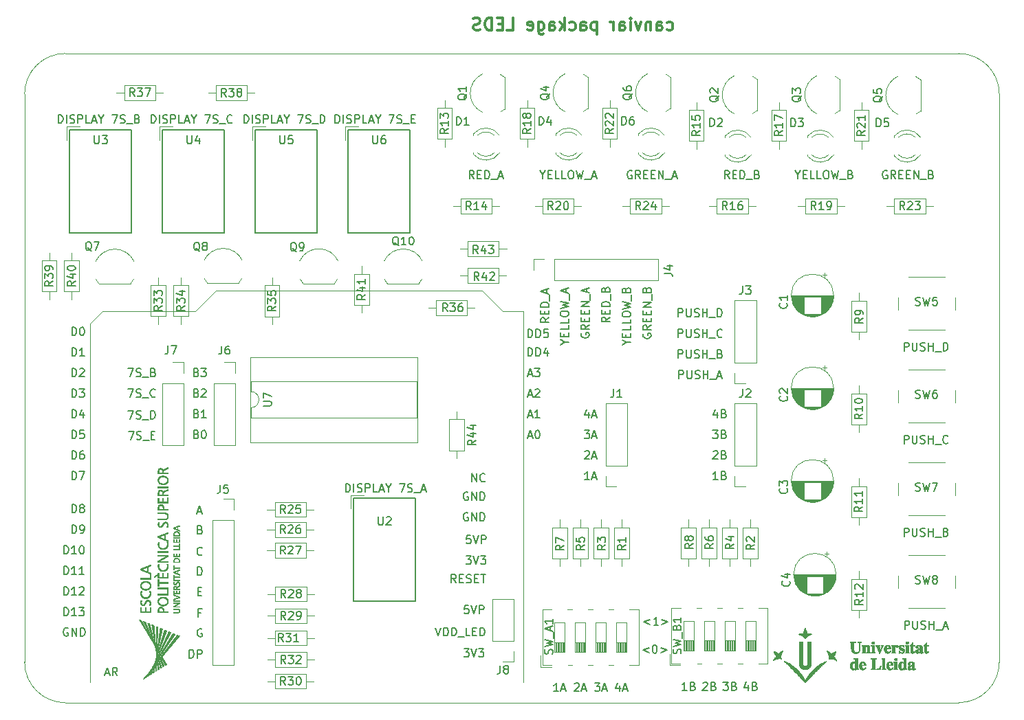
<source format=gbr>
G04 #@! TF.GenerationSoftware,KiCad,Pcbnew,(5.1.4)-1*
G04 #@! TF.CreationDate,2019-10-17T12:58:38+02:00*
G04 #@! TF.ProjectId,entrenador_v1,656e7472-656e-4616-946f-725f76312e6b,rev?*
G04 #@! TF.SameCoordinates,Original*
G04 #@! TF.FileFunction,Legend,Top*
G04 #@! TF.FilePolarity,Positive*
%FSLAX46Y46*%
G04 Gerber Fmt 4.6, Leading zero omitted, Abs format (unit mm)*
G04 Created by KiCad (PCBNEW (5.1.4)-1) date 2019-10-17 12:58:38*
%MOMM*%
%LPD*%
G04 APERTURE LIST*
%ADD10C,0.300000*%
%ADD11C,0.150000*%
%ADD12C,0.050000*%
%ADD13C,0.120000*%
%ADD14C,0.010000*%
G04 APERTURE END LIST*
D10*
X156097428Y-44058922D02*
X156240285Y-44130351D01*
X156526000Y-44130351D01*
X156668857Y-44058922D01*
X156740285Y-43987494D01*
X156811714Y-43844637D01*
X156811714Y-43416065D01*
X156740285Y-43273208D01*
X156668857Y-43201780D01*
X156526000Y-43130351D01*
X156240285Y-43130351D01*
X156097428Y-43201780D01*
X154811714Y-44130351D02*
X154811714Y-43344637D01*
X154883142Y-43201780D01*
X155026000Y-43130351D01*
X155311714Y-43130351D01*
X155454571Y-43201780D01*
X154811714Y-44058922D02*
X154954571Y-44130351D01*
X155311714Y-44130351D01*
X155454571Y-44058922D01*
X155526000Y-43916065D01*
X155526000Y-43773208D01*
X155454571Y-43630351D01*
X155311714Y-43558922D01*
X154954571Y-43558922D01*
X154811714Y-43487494D01*
X154097428Y-43130351D02*
X154097428Y-44130351D01*
X154097428Y-43273208D02*
X154026000Y-43201780D01*
X153883142Y-43130351D01*
X153668857Y-43130351D01*
X153526000Y-43201780D01*
X153454571Y-43344637D01*
X153454571Y-44130351D01*
X152883142Y-43130351D02*
X152526000Y-44130351D01*
X152168857Y-43130351D01*
X151597428Y-44130351D02*
X151597428Y-43130351D01*
X151597428Y-42630351D02*
X151668857Y-42701780D01*
X151597428Y-42773208D01*
X151526000Y-42701780D01*
X151597428Y-42630351D01*
X151597428Y-42773208D01*
X150240285Y-44130351D02*
X150240285Y-43344637D01*
X150311714Y-43201780D01*
X150454571Y-43130351D01*
X150740285Y-43130351D01*
X150883142Y-43201780D01*
X150240285Y-44058922D02*
X150383142Y-44130351D01*
X150740285Y-44130351D01*
X150883142Y-44058922D01*
X150954571Y-43916065D01*
X150954571Y-43773208D01*
X150883142Y-43630351D01*
X150740285Y-43558922D01*
X150383142Y-43558922D01*
X150240285Y-43487494D01*
X149526000Y-44130351D02*
X149526000Y-43130351D01*
X149526000Y-43416065D02*
X149454571Y-43273208D01*
X149383142Y-43201780D01*
X149240285Y-43130351D01*
X149097428Y-43130351D01*
X147454571Y-43130351D02*
X147454571Y-44630351D01*
X147454571Y-43201780D02*
X147311714Y-43130351D01*
X147026000Y-43130351D01*
X146883142Y-43201780D01*
X146811714Y-43273208D01*
X146740285Y-43416065D01*
X146740285Y-43844637D01*
X146811714Y-43987494D01*
X146883142Y-44058922D01*
X147026000Y-44130351D01*
X147311714Y-44130351D01*
X147454571Y-44058922D01*
X145454571Y-44130351D02*
X145454571Y-43344637D01*
X145526000Y-43201780D01*
X145668857Y-43130351D01*
X145954571Y-43130351D01*
X146097428Y-43201780D01*
X145454571Y-44058922D02*
X145597428Y-44130351D01*
X145954571Y-44130351D01*
X146097428Y-44058922D01*
X146168857Y-43916065D01*
X146168857Y-43773208D01*
X146097428Y-43630351D01*
X145954571Y-43558922D01*
X145597428Y-43558922D01*
X145454571Y-43487494D01*
X144097428Y-44058922D02*
X144240285Y-44130351D01*
X144526000Y-44130351D01*
X144668857Y-44058922D01*
X144740285Y-43987494D01*
X144811714Y-43844637D01*
X144811714Y-43416065D01*
X144740285Y-43273208D01*
X144668857Y-43201780D01*
X144526000Y-43130351D01*
X144240285Y-43130351D01*
X144097428Y-43201780D01*
X143454571Y-44130351D02*
X143454571Y-42630351D01*
X143311714Y-43558922D02*
X142883142Y-44130351D01*
X142883142Y-43130351D02*
X143454571Y-43701780D01*
X141597428Y-44130351D02*
X141597428Y-43344637D01*
X141668857Y-43201780D01*
X141811714Y-43130351D01*
X142097428Y-43130351D01*
X142240285Y-43201780D01*
X141597428Y-44058922D02*
X141740285Y-44130351D01*
X142097428Y-44130351D01*
X142240285Y-44058922D01*
X142311714Y-43916065D01*
X142311714Y-43773208D01*
X142240285Y-43630351D01*
X142097428Y-43558922D01*
X141740285Y-43558922D01*
X141597428Y-43487494D01*
X140240285Y-43130351D02*
X140240285Y-44344637D01*
X140311714Y-44487494D01*
X140383142Y-44558922D01*
X140526000Y-44630351D01*
X140740285Y-44630351D01*
X140883142Y-44558922D01*
X140240285Y-44058922D02*
X140383142Y-44130351D01*
X140668857Y-44130351D01*
X140811714Y-44058922D01*
X140883142Y-43987494D01*
X140954571Y-43844637D01*
X140954571Y-43416065D01*
X140883142Y-43273208D01*
X140811714Y-43201780D01*
X140668857Y-43130351D01*
X140383142Y-43130351D01*
X140240285Y-43201780D01*
X138954571Y-44058922D02*
X139097428Y-44130351D01*
X139383142Y-44130351D01*
X139526000Y-44058922D01*
X139597428Y-43916065D01*
X139597428Y-43344637D01*
X139526000Y-43201780D01*
X139383142Y-43130351D01*
X139097428Y-43130351D01*
X138954571Y-43201780D01*
X138883142Y-43344637D01*
X138883142Y-43487494D01*
X139597428Y-43630351D01*
X136383142Y-44130351D02*
X137097428Y-44130351D01*
X137097428Y-42630351D01*
X135883142Y-43344637D02*
X135383142Y-43344637D01*
X135168857Y-44130351D02*
X135883142Y-44130351D01*
X135883142Y-42630351D01*
X135168857Y-42630351D01*
X134526000Y-44130351D02*
X134526000Y-42630351D01*
X134168857Y-42630351D01*
X133954571Y-42701780D01*
X133811714Y-42844637D01*
X133740285Y-42987494D01*
X133668857Y-43273208D01*
X133668857Y-43487494D01*
X133740285Y-43773208D01*
X133811714Y-43916065D01*
X133954571Y-44058922D01*
X134168857Y-44130351D01*
X134526000Y-44130351D01*
X133097428Y-44058922D02*
X132883142Y-44130351D01*
X132526000Y-44130351D01*
X132383142Y-44058922D01*
X132311714Y-43987494D01*
X132240285Y-43844637D01*
X132240285Y-43701780D01*
X132311714Y-43558922D01*
X132383142Y-43487494D01*
X132526000Y-43416065D01*
X132811714Y-43344637D01*
X132954571Y-43273208D01*
X133026000Y-43201780D01*
X133097428Y-43058922D01*
X133097428Y-42916065D01*
X133026000Y-42773208D01*
X132954571Y-42701780D01*
X132811714Y-42630351D01*
X132454571Y-42630351D01*
X132240285Y-42701780D01*
D11*
X127586171Y-117765580D02*
X127919504Y-118765580D01*
X128252838Y-117765580D01*
X128586171Y-118765580D02*
X128586171Y-117765580D01*
X128824266Y-117765580D01*
X128967123Y-117813200D01*
X129062361Y-117908438D01*
X129109980Y-118003676D01*
X129157600Y-118194152D01*
X129157600Y-118337009D01*
X129109980Y-118527485D01*
X129062361Y-118622723D01*
X128967123Y-118717961D01*
X128824266Y-118765580D01*
X128586171Y-118765580D01*
X129586171Y-118765580D02*
X129586171Y-117765580D01*
X129824266Y-117765580D01*
X129967123Y-117813200D01*
X130062361Y-117908438D01*
X130109980Y-118003676D01*
X130157600Y-118194152D01*
X130157600Y-118337009D01*
X130109980Y-118527485D01*
X130062361Y-118622723D01*
X129967123Y-118717961D01*
X129824266Y-118765580D01*
X129586171Y-118765580D01*
X130348076Y-118860819D02*
X131109980Y-118860819D01*
X131824266Y-118765580D02*
X131348076Y-118765580D01*
X131348076Y-117765580D01*
X132157600Y-118241771D02*
X132490933Y-118241771D01*
X132633790Y-118765580D02*
X132157600Y-118765580D01*
X132157600Y-117765580D01*
X132633790Y-117765580D01*
X133062361Y-118765580D02*
X133062361Y-117765580D01*
X133300457Y-117765580D01*
X133443314Y-117813200D01*
X133538552Y-117908438D01*
X133586171Y-118003676D01*
X133633790Y-118194152D01*
X133633790Y-118337009D01*
X133586171Y-118527485D01*
X133538552Y-118622723D01*
X133443314Y-118717961D01*
X133300457Y-118765580D01*
X133062361Y-118765580D01*
X131095904Y-120356380D02*
X131714952Y-120356380D01*
X131381619Y-120737333D01*
X131524476Y-120737333D01*
X131619714Y-120784952D01*
X131667333Y-120832571D01*
X131714952Y-120927809D01*
X131714952Y-121165904D01*
X131667333Y-121261142D01*
X131619714Y-121308761D01*
X131524476Y-121356380D01*
X131238761Y-121356380D01*
X131143523Y-121308761D01*
X131095904Y-121261142D01*
X132000666Y-120356380D02*
X132334000Y-121356380D01*
X132667333Y-120356380D01*
X132905428Y-120356380D02*
X133524476Y-120356380D01*
X133191142Y-120737333D01*
X133334000Y-120737333D01*
X133429238Y-120784952D01*
X133476857Y-120832571D01*
X133524476Y-120927809D01*
X133524476Y-121165904D01*
X133476857Y-121261142D01*
X133429238Y-121308761D01*
X133334000Y-121356380D01*
X133048285Y-121356380D01*
X132953047Y-121308761D01*
X132905428Y-121261142D01*
X131643523Y-115022380D02*
X131167333Y-115022380D01*
X131119714Y-115498571D01*
X131167333Y-115450952D01*
X131262571Y-115403333D01*
X131500666Y-115403333D01*
X131595904Y-115450952D01*
X131643523Y-115498571D01*
X131691142Y-115593809D01*
X131691142Y-115831904D01*
X131643523Y-115927142D01*
X131595904Y-115974761D01*
X131500666Y-116022380D01*
X131262571Y-116022380D01*
X131167333Y-115974761D01*
X131119714Y-115927142D01*
X131976857Y-115022380D02*
X132310190Y-116022380D01*
X132643523Y-115022380D01*
X132976857Y-116022380D02*
X132976857Y-115022380D01*
X133357809Y-115022380D01*
X133453047Y-115070000D01*
X133500666Y-115117619D01*
X133548285Y-115212857D01*
X133548285Y-115355714D01*
X133500666Y-115450952D01*
X133453047Y-115498571D01*
X133357809Y-115546190D01*
X132976857Y-115546190D01*
X115237238Y-55570380D02*
X115237238Y-54570380D01*
X115475333Y-54570380D01*
X115618190Y-54618000D01*
X115713428Y-54713238D01*
X115761047Y-54808476D01*
X115808666Y-54998952D01*
X115808666Y-55141809D01*
X115761047Y-55332285D01*
X115713428Y-55427523D01*
X115618190Y-55522761D01*
X115475333Y-55570380D01*
X115237238Y-55570380D01*
X116237238Y-55570380D02*
X116237238Y-54570380D01*
X116665809Y-55522761D02*
X116808666Y-55570380D01*
X117046761Y-55570380D01*
X117142000Y-55522761D01*
X117189619Y-55475142D01*
X117237238Y-55379904D01*
X117237238Y-55284666D01*
X117189619Y-55189428D01*
X117142000Y-55141809D01*
X117046761Y-55094190D01*
X116856285Y-55046571D01*
X116761047Y-54998952D01*
X116713428Y-54951333D01*
X116665809Y-54856095D01*
X116665809Y-54760857D01*
X116713428Y-54665619D01*
X116761047Y-54618000D01*
X116856285Y-54570380D01*
X117094380Y-54570380D01*
X117237238Y-54618000D01*
X117665809Y-55570380D02*
X117665809Y-54570380D01*
X118046761Y-54570380D01*
X118142000Y-54618000D01*
X118189619Y-54665619D01*
X118237238Y-54760857D01*
X118237238Y-54903714D01*
X118189619Y-54998952D01*
X118142000Y-55046571D01*
X118046761Y-55094190D01*
X117665809Y-55094190D01*
X119142000Y-55570380D02*
X118665809Y-55570380D01*
X118665809Y-54570380D01*
X119427714Y-55284666D02*
X119903904Y-55284666D01*
X119332476Y-55570380D02*
X119665809Y-54570380D01*
X119999142Y-55570380D01*
X120522952Y-55094190D02*
X120522952Y-55570380D01*
X120189619Y-54570380D02*
X120522952Y-55094190D01*
X120856285Y-54570380D01*
X121856285Y-54570380D02*
X122522952Y-54570380D01*
X122094380Y-55570380D01*
X122856285Y-55522761D02*
X122999142Y-55570380D01*
X123237238Y-55570380D01*
X123332476Y-55522761D01*
X123380095Y-55475142D01*
X123427714Y-55379904D01*
X123427714Y-55284666D01*
X123380095Y-55189428D01*
X123332476Y-55141809D01*
X123237238Y-55094190D01*
X123046761Y-55046571D01*
X122951523Y-54998952D01*
X122903904Y-54951333D01*
X122856285Y-54856095D01*
X122856285Y-54760857D01*
X122903904Y-54665619D01*
X122951523Y-54618000D01*
X123046761Y-54570380D01*
X123284857Y-54570380D01*
X123427714Y-54618000D01*
X123618190Y-55665619D02*
X124380095Y-55665619D01*
X124618190Y-55046571D02*
X124951523Y-55046571D01*
X125094380Y-55570380D02*
X124618190Y-55570380D01*
X124618190Y-54570380D01*
X125094380Y-54570380D01*
X104013619Y-55570380D02*
X104013619Y-54570380D01*
X104251714Y-54570380D01*
X104394571Y-54618000D01*
X104489809Y-54713238D01*
X104537428Y-54808476D01*
X104585047Y-54998952D01*
X104585047Y-55141809D01*
X104537428Y-55332285D01*
X104489809Y-55427523D01*
X104394571Y-55522761D01*
X104251714Y-55570380D01*
X104013619Y-55570380D01*
X105013619Y-55570380D02*
X105013619Y-54570380D01*
X105442190Y-55522761D02*
X105585047Y-55570380D01*
X105823142Y-55570380D01*
X105918380Y-55522761D01*
X105966000Y-55475142D01*
X106013619Y-55379904D01*
X106013619Y-55284666D01*
X105966000Y-55189428D01*
X105918380Y-55141809D01*
X105823142Y-55094190D01*
X105632666Y-55046571D01*
X105537428Y-54998952D01*
X105489809Y-54951333D01*
X105442190Y-54856095D01*
X105442190Y-54760857D01*
X105489809Y-54665619D01*
X105537428Y-54618000D01*
X105632666Y-54570380D01*
X105870761Y-54570380D01*
X106013619Y-54618000D01*
X106442190Y-55570380D02*
X106442190Y-54570380D01*
X106823142Y-54570380D01*
X106918380Y-54618000D01*
X106966000Y-54665619D01*
X107013619Y-54760857D01*
X107013619Y-54903714D01*
X106966000Y-54998952D01*
X106918380Y-55046571D01*
X106823142Y-55094190D01*
X106442190Y-55094190D01*
X107918380Y-55570380D02*
X107442190Y-55570380D01*
X107442190Y-54570380D01*
X108204095Y-55284666D02*
X108680285Y-55284666D01*
X108108857Y-55570380D02*
X108442190Y-54570380D01*
X108775523Y-55570380D01*
X109299333Y-55094190D02*
X109299333Y-55570380D01*
X108966000Y-54570380D02*
X109299333Y-55094190D01*
X109632666Y-54570380D01*
X110632666Y-54570380D02*
X111299333Y-54570380D01*
X110870761Y-55570380D01*
X111632666Y-55522761D02*
X111775523Y-55570380D01*
X112013619Y-55570380D01*
X112108857Y-55522761D01*
X112156476Y-55475142D01*
X112204095Y-55379904D01*
X112204095Y-55284666D01*
X112156476Y-55189428D01*
X112108857Y-55141809D01*
X112013619Y-55094190D01*
X111823142Y-55046571D01*
X111727904Y-54998952D01*
X111680285Y-54951333D01*
X111632666Y-54856095D01*
X111632666Y-54760857D01*
X111680285Y-54665619D01*
X111727904Y-54618000D01*
X111823142Y-54570380D01*
X112061238Y-54570380D01*
X112204095Y-54618000D01*
X112394571Y-55665619D02*
X113156476Y-55665619D01*
X113394571Y-55570380D02*
X113394571Y-54570380D01*
X113632666Y-54570380D01*
X113775523Y-54618000D01*
X113870761Y-54713238D01*
X113918380Y-54808476D01*
X113966000Y-54998952D01*
X113966000Y-55141809D01*
X113918380Y-55332285D01*
X113870761Y-55427523D01*
X113775523Y-55522761D01*
X113632666Y-55570380D01*
X113394571Y-55570380D01*
X92583619Y-55570380D02*
X92583619Y-54570380D01*
X92821714Y-54570380D01*
X92964571Y-54618000D01*
X93059809Y-54713238D01*
X93107428Y-54808476D01*
X93155047Y-54998952D01*
X93155047Y-55141809D01*
X93107428Y-55332285D01*
X93059809Y-55427523D01*
X92964571Y-55522761D01*
X92821714Y-55570380D01*
X92583619Y-55570380D01*
X93583619Y-55570380D02*
X93583619Y-54570380D01*
X94012190Y-55522761D02*
X94155047Y-55570380D01*
X94393142Y-55570380D01*
X94488380Y-55522761D01*
X94536000Y-55475142D01*
X94583619Y-55379904D01*
X94583619Y-55284666D01*
X94536000Y-55189428D01*
X94488380Y-55141809D01*
X94393142Y-55094190D01*
X94202666Y-55046571D01*
X94107428Y-54998952D01*
X94059809Y-54951333D01*
X94012190Y-54856095D01*
X94012190Y-54760857D01*
X94059809Y-54665619D01*
X94107428Y-54618000D01*
X94202666Y-54570380D01*
X94440761Y-54570380D01*
X94583619Y-54618000D01*
X95012190Y-55570380D02*
X95012190Y-54570380D01*
X95393142Y-54570380D01*
X95488380Y-54618000D01*
X95536000Y-54665619D01*
X95583619Y-54760857D01*
X95583619Y-54903714D01*
X95536000Y-54998952D01*
X95488380Y-55046571D01*
X95393142Y-55094190D01*
X95012190Y-55094190D01*
X96488380Y-55570380D02*
X96012190Y-55570380D01*
X96012190Y-54570380D01*
X96774095Y-55284666D02*
X97250285Y-55284666D01*
X96678857Y-55570380D02*
X97012190Y-54570380D01*
X97345523Y-55570380D01*
X97869333Y-55094190D02*
X97869333Y-55570380D01*
X97536000Y-54570380D02*
X97869333Y-55094190D01*
X98202666Y-54570380D01*
X99202666Y-54570380D02*
X99869333Y-54570380D01*
X99440761Y-55570380D01*
X100202666Y-55522761D02*
X100345523Y-55570380D01*
X100583619Y-55570380D01*
X100678857Y-55522761D01*
X100726476Y-55475142D01*
X100774095Y-55379904D01*
X100774095Y-55284666D01*
X100726476Y-55189428D01*
X100678857Y-55141809D01*
X100583619Y-55094190D01*
X100393142Y-55046571D01*
X100297904Y-54998952D01*
X100250285Y-54951333D01*
X100202666Y-54856095D01*
X100202666Y-54760857D01*
X100250285Y-54665619D01*
X100297904Y-54618000D01*
X100393142Y-54570380D01*
X100631238Y-54570380D01*
X100774095Y-54618000D01*
X100964571Y-55665619D02*
X101726476Y-55665619D01*
X102536000Y-55475142D02*
X102488380Y-55522761D01*
X102345523Y-55570380D01*
X102250285Y-55570380D01*
X102107428Y-55522761D01*
X102012190Y-55427523D01*
X101964571Y-55332285D01*
X101916952Y-55141809D01*
X101916952Y-54998952D01*
X101964571Y-54808476D01*
X102012190Y-54713238D01*
X102107428Y-54618000D01*
X102250285Y-54570380D01*
X102345523Y-54570380D01*
X102488380Y-54618000D01*
X102536000Y-54665619D01*
X81153619Y-55570380D02*
X81153619Y-54570380D01*
X81391714Y-54570380D01*
X81534571Y-54618000D01*
X81629809Y-54713238D01*
X81677428Y-54808476D01*
X81725047Y-54998952D01*
X81725047Y-55141809D01*
X81677428Y-55332285D01*
X81629809Y-55427523D01*
X81534571Y-55522761D01*
X81391714Y-55570380D01*
X81153619Y-55570380D01*
X82153619Y-55570380D02*
X82153619Y-54570380D01*
X82582190Y-55522761D02*
X82725047Y-55570380D01*
X82963142Y-55570380D01*
X83058380Y-55522761D01*
X83106000Y-55475142D01*
X83153619Y-55379904D01*
X83153619Y-55284666D01*
X83106000Y-55189428D01*
X83058380Y-55141809D01*
X82963142Y-55094190D01*
X82772666Y-55046571D01*
X82677428Y-54998952D01*
X82629809Y-54951333D01*
X82582190Y-54856095D01*
X82582190Y-54760857D01*
X82629809Y-54665619D01*
X82677428Y-54618000D01*
X82772666Y-54570380D01*
X83010761Y-54570380D01*
X83153619Y-54618000D01*
X83582190Y-55570380D02*
X83582190Y-54570380D01*
X83963142Y-54570380D01*
X84058380Y-54618000D01*
X84106000Y-54665619D01*
X84153619Y-54760857D01*
X84153619Y-54903714D01*
X84106000Y-54998952D01*
X84058380Y-55046571D01*
X83963142Y-55094190D01*
X83582190Y-55094190D01*
X85058380Y-55570380D02*
X84582190Y-55570380D01*
X84582190Y-54570380D01*
X85344095Y-55284666D02*
X85820285Y-55284666D01*
X85248857Y-55570380D02*
X85582190Y-54570380D01*
X85915523Y-55570380D01*
X86439333Y-55094190D02*
X86439333Y-55570380D01*
X86106000Y-54570380D02*
X86439333Y-55094190D01*
X86772666Y-54570380D01*
X87772666Y-54570380D02*
X88439333Y-54570380D01*
X88010761Y-55570380D01*
X88772666Y-55522761D02*
X88915523Y-55570380D01*
X89153619Y-55570380D01*
X89248857Y-55522761D01*
X89296476Y-55475142D01*
X89344095Y-55379904D01*
X89344095Y-55284666D01*
X89296476Y-55189428D01*
X89248857Y-55141809D01*
X89153619Y-55094190D01*
X88963142Y-55046571D01*
X88867904Y-54998952D01*
X88820285Y-54951333D01*
X88772666Y-54856095D01*
X88772666Y-54760857D01*
X88820285Y-54665619D01*
X88867904Y-54618000D01*
X88963142Y-54570380D01*
X89201238Y-54570380D01*
X89344095Y-54618000D01*
X89534571Y-55665619D02*
X90296476Y-55665619D01*
X90867904Y-55046571D02*
X91010761Y-55094190D01*
X91058380Y-55141809D01*
X91106000Y-55237047D01*
X91106000Y-55379904D01*
X91058380Y-55475142D01*
X91010761Y-55522761D01*
X90915523Y-55570380D01*
X90534571Y-55570380D01*
X90534571Y-54570380D01*
X90867904Y-54570380D01*
X90963142Y-54618000D01*
X91010761Y-54665619D01*
X91058380Y-54760857D01*
X91058380Y-54856095D01*
X91010761Y-54951333D01*
X90963142Y-54998952D01*
X90867904Y-55046571D01*
X90534571Y-55046571D01*
X130119619Y-112212380D02*
X129786285Y-111736190D01*
X129548190Y-112212380D02*
X129548190Y-111212380D01*
X129929142Y-111212380D01*
X130024380Y-111260000D01*
X130072000Y-111307619D01*
X130119619Y-111402857D01*
X130119619Y-111545714D01*
X130072000Y-111640952D01*
X130024380Y-111688571D01*
X129929142Y-111736190D01*
X129548190Y-111736190D01*
X130548190Y-111688571D02*
X130881523Y-111688571D01*
X131024380Y-112212380D02*
X130548190Y-112212380D01*
X130548190Y-111212380D01*
X131024380Y-111212380D01*
X131405333Y-112164761D02*
X131548190Y-112212380D01*
X131786285Y-112212380D01*
X131881523Y-112164761D01*
X131929142Y-112117142D01*
X131976761Y-112021904D01*
X131976761Y-111926666D01*
X131929142Y-111831428D01*
X131881523Y-111783809D01*
X131786285Y-111736190D01*
X131595809Y-111688571D01*
X131500571Y-111640952D01*
X131452952Y-111593333D01*
X131405333Y-111498095D01*
X131405333Y-111402857D01*
X131452952Y-111307619D01*
X131500571Y-111260000D01*
X131595809Y-111212380D01*
X131833904Y-111212380D01*
X131976761Y-111260000D01*
X132405333Y-111688571D02*
X132738666Y-111688571D01*
X132881523Y-112212380D02*
X132405333Y-112212380D01*
X132405333Y-111212380D01*
X132881523Y-111212380D01*
X133167238Y-111212380D02*
X133738666Y-111212380D01*
X133452952Y-112212380D02*
X133452952Y-111212380D01*
X131349904Y-108926380D02*
X131968952Y-108926380D01*
X131635619Y-109307333D01*
X131778476Y-109307333D01*
X131873714Y-109354952D01*
X131921333Y-109402571D01*
X131968952Y-109497809D01*
X131968952Y-109735904D01*
X131921333Y-109831142D01*
X131873714Y-109878761D01*
X131778476Y-109926380D01*
X131492761Y-109926380D01*
X131397523Y-109878761D01*
X131349904Y-109831142D01*
X132254666Y-108926380D02*
X132588000Y-109926380D01*
X132921333Y-108926380D01*
X133159428Y-108926380D02*
X133778476Y-108926380D01*
X133445142Y-109307333D01*
X133588000Y-109307333D01*
X133683238Y-109354952D01*
X133730857Y-109402571D01*
X133778476Y-109497809D01*
X133778476Y-109735904D01*
X133730857Y-109831142D01*
X133683238Y-109878761D01*
X133588000Y-109926380D01*
X133302285Y-109926380D01*
X133207047Y-109878761D01*
X133159428Y-109831142D01*
X131897523Y-106386380D02*
X131421333Y-106386380D01*
X131373714Y-106862571D01*
X131421333Y-106814952D01*
X131516571Y-106767333D01*
X131754666Y-106767333D01*
X131849904Y-106814952D01*
X131897523Y-106862571D01*
X131945142Y-106957809D01*
X131945142Y-107195904D01*
X131897523Y-107291142D01*
X131849904Y-107338761D01*
X131754666Y-107386380D01*
X131516571Y-107386380D01*
X131421333Y-107338761D01*
X131373714Y-107291142D01*
X132230857Y-106386380D02*
X132564190Y-107386380D01*
X132897523Y-106386380D01*
X133230857Y-107386380D02*
X133230857Y-106386380D01*
X133611809Y-106386380D01*
X133707047Y-106434000D01*
X133754666Y-106481619D01*
X133802285Y-106576857D01*
X133802285Y-106719714D01*
X133754666Y-106814952D01*
X133707047Y-106862571D01*
X133611809Y-106910190D01*
X133230857Y-106910190D01*
X131572095Y-103640000D02*
X131476857Y-103592380D01*
X131334000Y-103592380D01*
X131191142Y-103640000D01*
X131095904Y-103735238D01*
X131048285Y-103830476D01*
X131000666Y-104020952D01*
X131000666Y-104163809D01*
X131048285Y-104354285D01*
X131095904Y-104449523D01*
X131191142Y-104544761D01*
X131334000Y-104592380D01*
X131429238Y-104592380D01*
X131572095Y-104544761D01*
X131619714Y-104497142D01*
X131619714Y-104163809D01*
X131429238Y-104163809D01*
X132048285Y-104592380D02*
X132048285Y-103592380D01*
X132619714Y-104592380D01*
X132619714Y-103592380D01*
X133095904Y-104592380D02*
X133095904Y-103592380D01*
X133334000Y-103592380D01*
X133476857Y-103640000D01*
X133572095Y-103735238D01*
X133619714Y-103830476D01*
X133667333Y-104020952D01*
X133667333Y-104163809D01*
X133619714Y-104354285D01*
X133572095Y-104449523D01*
X133476857Y-104544761D01*
X133334000Y-104592380D01*
X133095904Y-104592380D01*
X131572095Y-101100000D02*
X131476857Y-101052380D01*
X131334000Y-101052380D01*
X131191142Y-101100000D01*
X131095904Y-101195238D01*
X131048285Y-101290476D01*
X131000666Y-101480952D01*
X131000666Y-101623809D01*
X131048285Y-101814285D01*
X131095904Y-101909523D01*
X131191142Y-102004761D01*
X131334000Y-102052380D01*
X131429238Y-102052380D01*
X131572095Y-102004761D01*
X131619714Y-101957142D01*
X131619714Y-101623809D01*
X131429238Y-101623809D01*
X132048285Y-102052380D02*
X132048285Y-101052380D01*
X132619714Y-102052380D01*
X132619714Y-101052380D01*
X133095904Y-102052380D02*
X133095904Y-101052380D01*
X133334000Y-101052380D01*
X133476857Y-101100000D01*
X133572095Y-101195238D01*
X133619714Y-101290476D01*
X133667333Y-101480952D01*
X133667333Y-101623809D01*
X133619714Y-101814285D01*
X133572095Y-101909523D01*
X133476857Y-102004761D01*
X133334000Y-102052380D01*
X133095904Y-102052380D01*
X132056285Y-99766380D02*
X132056285Y-98766380D01*
X132627714Y-99766380D01*
X132627714Y-98766380D01*
X133675333Y-99671142D02*
X133627714Y-99718761D01*
X133484857Y-99766380D01*
X133389619Y-99766380D01*
X133246761Y-99718761D01*
X133151523Y-99623523D01*
X133103904Y-99528285D01*
X133056285Y-99337809D01*
X133056285Y-99194952D01*
X133103904Y-99004476D01*
X133151523Y-98909238D01*
X133246761Y-98814000D01*
X133389619Y-98766380D01*
X133484857Y-98766380D01*
X133627714Y-98814000D01*
X133675333Y-98861619D01*
X138985714Y-94146666D02*
X139461904Y-94146666D01*
X138890476Y-94432380D02*
X139223809Y-93432380D01*
X139557142Y-94432380D01*
X140080952Y-93432380D02*
X140176190Y-93432380D01*
X140271428Y-93480000D01*
X140319047Y-93527619D01*
X140366666Y-93622857D01*
X140414285Y-93813333D01*
X140414285Y-94051428D01*
X140366666Y-94241904D01*
X140319047Y-94337142D01*
X140271428Y-94384761D01*
X140176190Y-94432380D01*
X140080952Y-94432380D01*
X139985714Y-94384761D01*
X139938095Y-94337142D01*
X139890476Y-94241904D01*
X139842857Y-94051428D01*
X139842857Y-93813333D01*
X139890476Y-93622857D01*
X139938095Y-93527619D01*
X139985714Y-93480000D01*
X140080952Y-93432380D01*
X138985714Y-91606666D02*
X139461904Y-91606666D01*
X138890476Y-91892380D02*
X139223809Y-90892380D01*
X139557142Y-91892380D01*
X140414285Y-91892380D02*
X139842857Y-91892380D01*
X140128571Y-91892380D02*
X140128571Y-90892380D01*
X140033333Y-91035238D01*
X139938095Y-91130476D01*
X139842857Y-91178095D01*
X138985714Y-89066666D02*
X139461904Y-89066666D01*
X138890476Y-89352380D02*
X139223809Y-88352380D01*
X139557142Y-89352380D01*
X139842857Y-88447619D02*
X139890476Y-88400000D01*
X139985714Y-88352380D01*
X140223809Y-88352380D01*
X140319047Y-88400000D01*
X140366666Y-88447619D01*
X140414285Y-88542857D01*
X140414285Y-88638095D01*
X140366666Y-88780952D01*
X139795238Y-89352380D01*
X140414285Y-89352380D01*
X138985714Y-86526666D02*
X139461904Y-86526666D01*
X138890476Y-86812380D02*
X139223809Y-85812380D01*
X139557142Y-86812380D01*
X139795238Y-85812380D02*
X140414285Y-85812380D01*
X140080952Y-86193333D01*
X140223809Y-86193333D01*
X140319047Y-86240952D01*
X140366666Y-86288571D01*
X140414285Y-86383809D01*
X140414285Y-86621904D01*
X140366666Y-86717142D01*
X140319047Y-86764761D01*
X140223809Y-86812380D01*
X139938095Y-86812380D01*
X139842857Y-86764761D01*
X139795238Y-86717142D01*
X138969904Y-84272380D02*
X138969904Y-83272380D01*
X139208000Y-83272380D01*
X139350857Y-83320000D01*
X139446095Y-83415238D01*
X139493714Y-83510476D01*
X139541333Y-83700952D01*
X139541333Y-83843809D01*
X139493714Y-84034285D01*
X139446095Y-84129523D01*
X139350857Y-84224761D01*
X139208000Y-84272380D01*
X138969904Y-84272380D01*
X139969904Y-84272380D02*
X139969904Y-83272380D01*
X140208000Y-83272380D01*
X140350857Y-83320000D01*
X140446095Y-83415238D01*
X140493714Y-83510476D01*
X140541333Y-83700952D01*
X140541333Y-83843809D01*
X140493714Y-84034285D01*
X140446095Y-84129523D01*
X140350857Y-84224761D01*
X140208000Y-84272380D01*
X139969904Y-84272380D01*
X141398476Y-83605714D02*
X141398476Y-84272380D01*
X141160380Y-83224761D02*
X140922285Y-83939047D01*
X141541333Y-83939047D01*
X138969904Y-81986380D02*
X138969904Y-80986380D01*
X139208000Y-80986380D01*
X139350857Y-81034000D01*
X139446095Y-81129238D01*
X139493714Y-81224476D01*
X139541333Y-81414952D01*
X139541333Y-81557809D01*
X139493714Y-81748285D01*
X139446095Y-81843523D01*
X139350857Y-81938761D01*
X139208000Y-81986380D01*
X138969904Y-81986380D01*
X139969904Y-81986380D02*
X139969904Y-80986380D01*
X140208000Y-80986380D01*
X140350857Y-81034000D01*
X140446095Y-81129238D01*
X140493714Y-81224476D01*
X140541333Y-81414952D01*
X140541333Y-81557809D01*
X140493714Y-81748285D01*
X140446095Y-81843523D01*
X140350857Y-81938761D01*
X140208000Y-81986380D01*
X139969904Y-81986380D01*
X141446095Y-80986380D02*
X140969904Y-80986380D01*
X140922285Y-81462571D01*
X140969904Y-81414952D01*
X141065142Y-81367333D01*
X141303238Y-81367333D01*
X141398476Y-81414952D01*
X141446095Y-81462571D01*
X141493714Y-81557809D01*
X141493714Y-81795904D01*
X141446095Y-81891142D01*
X141398476Y-81938761D01*
X141303238Y-81986380D01*
X141065142Y-81986380D01*
X140969904Y-81938761D01*
X140922285Y-81891142D01*
X89797142Y-93559380D02*
X90463809Y-93559380D01*
X90035238Y-94559380D01*
X90797142Y-94511761D02*
X90940000Y-94559380D01*
X91178095Y-94559380D01*
X91273333Y-94511761D01*
X91320952Y-94464142D01*
X91368571Y-94368904D01*
X91368571Y-94273666D01*
X91320952Y-94178428D01*
X91273333Y-94130809D01*
X91178095Y-94083190D01*
X90987619Y-94035571D01*
X90892380Y-93987952D01*
X90844761Y-93940333D01*
X90797142Y-93845095D01*
X90797142Y-93749857D01*
X90844761Y-93654619D01*
X90892380Y-93607000D01*
X90987619Y-93559380D01*
X91225714Y-93559380D01*
X91368571Y-93607000D01*
X91559047Y-94654619D02*
X92320952Y-94654619D01*
X92559047Y-94035571D02*
X92892380Y-94035571D01*
X93035238Y-94559380D02*
X92559047Y-94559380D01*
X92559047Y-93559380D01*
X93035238Y-93559380D01*
X89749523Y-91019380D02*
X90416190Y-91019380D01*
X89987619Y-92019380D01*
X90749523Y-91971761D02*
X90892380Y-92019380D01*
X91130476Y-92019380D01*
X91225714Y-91971761D01*
X91273333Y-91924142D01*
X91320952Y-91828904D01*
X91320952Y-91733666D01*
X91273333Y-91638428D01*
X91225714Y-91590809D01*
X91130476Y-91543190D01*
X90940000Y-91495571D01*
X90844761Y-91447952D01*
X90797142Y-91400333D01*
X90749523Y-91305095D01*
X90749523Y-91209857D01*
X90797142Y-91114619D01*
X90844761Y-91067000D01*
X90940000Y-91019380D01*
X91178095Y-91019380D01*
X91320952Y-91067000D01*
X91511428Y-92114619D02*
X92273333Y-92114619D01*
X92511428Y-92019380D02*
X92511428Y-91019380D01*
X92749523Y-91019380D01*
X92892380Y-91067000D01*
X92987619Y-91162238D01*
X93035238Y-91257476D01*
X93082857Y-91447952D01*
X93082857Y-91590809D01*
X93035238Y-91781285D01*
X92987619Y-91876523D01*
X92892380Y-91971761D01*
X92749523Y-92019380D01*
X92511428Y-92019380D01*
X89749523Y-88352380D02*
X90416190Y-88352380D01*
X89987619Y-89352380D01*
X90749523Y-89304761D02*
X90892380Y-89352380D01*
X91130476Y-89352380D01*
X91225714Y-89304761D01*
X91273333Y-89257142D01*
X91320952Y-89161904D01*
X91320952Y-89066666D01*
X91273333Y-88971428D01*
X91225714Y-88923809D01*
X91130476Y-88876190D01*
X90940000Y-88828571D01*
X90844761Y-88780952D01*
X90797142Y-88733333D01*
X90749523Y-88638095D01*
X90749523Y-88542857D01*
X90797142Y-88447619D01*
X90844761Y-88400000D01*
X90940000Y-88352380D01*
X91178095Y-88352380D01*
X91320952Y-88400000D01*
X91511428Y-89447619D02*
X92273333Y-89447619D01*
X93082857Y-89257142D02*
X93035238Y-89304761D01*
X92892380Y-89352380D01*
X92797142Y-89352380D01*
X92654285Y-89304761D01*
X92559047Y-89209523D01*
X92511428Y-89114285D01*
X92463809Y-88923809D01*
X92463809Y-88780952D01*
X92511428Y-88590476D01*
X92559047Y-88495238D01*
X92654285Y-88400000D01*
X92797142Y-88352380D01*
X92892380Y-88352380D01*
X93035238Y-88400000D01*
X93082857Y-88447619D01*
X89749523Y-85812380D02*
X90416190Y-85812380D01*
X89987619Y-86812380D01*
X90749523Y-86764761D02*
X90892380Y-86812380D01*
X91130476Y-86812380D01*
X91225714Y-86764761D01*
X91273333Y-86717142D01*
X91320952Y-86621904D01*
X91320952Y-86526666D01*
X91273333Y-86431428D01*
X91225714Y-86383809D01*
X91130476Y-86336190D01*
X90940000Y-86288571D01*
X90844761Y-86240952D01*
X90797142Y-86193333D01*
X90749523Y-86098095D01*
X90749523Y-86002857D01*
X90797142Y-85907619D01*
X90844761Y-85860000D01*
X90940000Y-85812380D01*
X91178095Y-85812380D01*
X91320952Y-85860000D01*
X91511428Y-86907619D02*
X92273333Y-86907619D01*
X92844761Y-86288571D02*
X92987619Y-86336190D01*
X93035238Y-86383809D01*
X93082857Y-86479047D01*
X93082857Y-86621904D01*
X93035238Y-86717142D01*
X92987619Y-86764761D01*
X92892380Y-86812380D01*
X92511428Y-86812380D01*
X92511428Y-85812380D01*
X92844761Y-85812380D01*
X92940000Y-85860000D01*
X92987619Y-85907619D01*
X93035238Y-86002857D01*
X93035238Y-86098095D01*
X92987619Y-86193333D01*
X92940000Y-86240952D01*
X92844761Y-86288571D01*
X92511428Y-86288571D01*
X98147238Y-86288571D02*
X98290095Y-86336190D01*
X98337714Y-86383809D01*
X98385333Y-86479047D01*
X98385333Y-86621904D01*
X98337714Y-86717142D01*
X98290095Y-86764761D01*
X98194857Y-86812380D01*
X97813904Y-86812380D01*
X97813904Y-85812380D01*
X98147238Y-85812380D01*
X98242476Y-85860000D01*
X98290095Y-85907619D01*
X98337714Y-86002857D01*
X98337714Y-86098095D01*
X98290095Y-86193333D01*
X98242476Y-86240952D01*
X98147238Y-86288571D01*
X97813904Y-86288571D01*
X98718666Y-85812380D02*
X99337714Y-85812380D01*
X99004380Y-86193333D01*
X99147238Y-86193333D01*
X99242476Y-86240952D01*
X99290095Y-86288571D01*
X99337714Y-86383809D01*
X99337714Y-86621904D01*
X99290095Y-86717142D01*
X99242476Y-86764761D01*
X99147238Y-86812380D01*
X98861523Y-86812380D01*
X98766285Y-86764761D01*
X98718666Y-86717142D01*
X98147238Y-93908571D02*
X98290095Y-93956190D01*
X98337714Y-94003809D01*
X98385333Y-94099047D01*
X98385333Y-94241904D01*
X98337714Y-94337142D01*
X98290095Y-94384761D01*
X98194857Y-94432380D01*
X97813904Y-94432380D01*
X97813904Y-93432380D01*
X98147238Y-93432380D01*
X98242476Y-93480000D01*
X98290095Y-93527619D01*
X98337714Y-93622857D01*
X98337714Y-93718095D01*
X98290095Y-93813333D01*
X98242476Y-93860952D01*
X98147238Y-93908571D01*
X97813904Y-93908571D01*
X99004380Y-93432380D02*
X99099619Y-93432380D01*
X99194857Y-93480000D01*
X99242476Y-93527619D01*
X99290095Y-93622857D01*
X99337714Y-93813333D01*
X99337714Y-94051428D01*
X99290095Y-94241904D01*
X99242476Y-94337142D01*
X99194857Y-94384761D01*
X99099619Y-94432380D01*
X99004380Y-94432380D01*
X98909142Y-94384761D01*
X98861523Y-94337142D01*
X98813904Y-94241904D01*
X98766285Y-94051428D01*
X98766285Y-93813333D01*
X98813904Y-93622857D01*
X98861523Y-93527619D01*
X98909142Y-93480000D01*
X99004380Y-93432380D01*
X98147238Y-91368571D02*
X98290095Y-91416190D01*
X98337714Y-91463809D01*
X98385333Y-91559047D01*
X98385333Y-91701904D01*
X98337714Y-91797142D01*
X98290095Y-91844761D01*
X98194857Y-91892380D01*
X97813904Y-91892380D01*
X97813904Y-90892380D01*
X98147238Y-90892380D01*
X98242476Y-90940000D01*
X98290095Y-90987619D01*
X98337714Y-91082857D01*
X98337714Y-91178095D01*
X98290095Y-91273333D01*
X98242476Y-91320952D01*
X98147238Y-91368571D01*
X97813904Y-91368571D01*
X99337714Y-91892380D02*
X98766285Y-91892380D01*
X99052000Y-91892380D02*
X99052000Y-90892380D01*
X98956761Y-91035238D01*
X98861523Y-91130476D01*
X98766285Y-91178095D01*
X98147238Y-88828571D02*
X98290095Y-88876190D01*
X98337714Y-88923809D01*
X98385333Y-89019047D01*
X98385333Y-89161904D01*
X98337714Y-89257142D01*
X98290095Y-89304761D01*
X98194857Y-89352380D01*
X97813904Y-89352380D01*
X97813904Y-88352380D01*
X98147238Y-88352380D01*
X98242476Y-88400000D01*
X98290095Y-88447619D01*
X98337714Y-88542857D01*
X98337714Y-88638095D01*
X98290095Y-88733333D01*
X98242476Y-88780952D01*
X98147238Y-88828571D01*
X97813904Y-88828571D01*
X98766285Y-88447619D02*
X98813904Y-88400000D01*
X98909142Y-88352380D01*
X99147238Y-88352380D01*
X99242476Y-88400000D01*
X99290095Y-88447619D01*
X99337714Y-88542857D01*
X99337714Y-88638095D01*
X99290095Y-88780952D01*
X98718666Y-89352380D01*
X99337714Y-89352380D01*
X86930004Y-123382066D02*
X87406195Y-123382066D01*
X86834766Y-123667780D02*
X87168100Y-122667780D01*
X87501433Y-123667780D01*
X88406195Y-123667780D02*
X88072861Y-123191590D01*
X87834766Y-123667780D02*
X87834766Y-122667780D01*
X88215719Y-122667780D01*
X88310957Y-122715400D01*
X88358576Y-122763019D01*
X88406195Y-122858257D01*
X88406195Y-123001114D01*
X88358576Y-123096352D01*
X88310957Y-123143971D01*
X88215719Y-123191590D01*
X87834766Y-123191590D01*
X81843714Y-116276380D02*
X81843714Y-115276380D01*
X82081809Y-115276380D01*
X82224666Y-115324000D01*
X82319904Y-115419238D01*
X82367523Y-115514476D01*
X82415142Y-115704952D01*
X82415142Y-115847809D01*
X82367523Y-116038285D01*
X82319904Y-116133523D01*
X82224666Y-116228761D01*
X82081809Y-116276380D01*
X81843714Y-116276380D01*
X83367523Y-116276380D02*
X82796095Y-116276380D01*
X83081809Y-116276380D02*
X83081809Y-115276380D01*
X82986571Y-115419238D01*
X82891333Y-115514476D01*
X82796095Y-115562095D01*
X83700857Y-115276380D02*
X84319904Y-115276380D01*
X83986571Y-115657333D01*
X84129428Y-115657333D01*
X84224666Y-115704952D01*
X84272285Y-115752571D01*
X84319904Y-115847809D01*
X84319904Y-116085904D01*
X84272285Y-116181142D01*
X84224666Y-116228761D01*
X84129428Y-116276380D01*
X83843714Y-116276380D01*
X83748476Y-116228761D01*
X83700857Y-116181142D01*
X82346895Y-117825900D02*
X82251657Y-117778280D01*
X82108800Y-117778280D01*
X81965942Y-117825900D01*
X81870704Y-117921138D01*
X81823085Y-118016376D01*
X81775466Y-118206852D01*
X81775466Y-118349709D01*
X81823085Y-118540185D01*
X81870704Y-118635423D01*
X81965942Y-118730661D01*
X82108800Y-118778280D01*
X82204038Y-118778280D01*
X82346895Y-118730661D01*
X82394514Y-118683042D01*
X82394514Y-118349709D01*
X82204038Y-118349709D01*
X82823085Y-118778280D02*
X82823085Y-117778280D01*
X83394514Y-118778280D01*
X83394514Y-117778280D01*
X83870704Y-118778280D02*
X83870704Y-117778280D01*
X84108800Y-117778280D01*
X84251657Y-117825900D01*
X84346895Y-117921138D01*
X84394514Y-118016376D01*
X84442133Y-118206852D01*
X84442133Y-118349709D01*
X84394514Y-118540185D01*
X84346895Y-118635423D01*
X84251657Y-118730661D01*
X84108800Y-118778280D01*
X83870704Y-118778280D01*
X81843714Y-113736380D02*
X81843714Y-112736380D01*
X82081809Y-112736380D01*
X82224666Y-112784000D01*
X82319904Y-112879238D01*
X82367523Y-112974476D01*
X82415142Y-113164952D01*
X82415142Y-113307809D01*
X82367523Y-113498285D01*
X82319904Y-113593523D01*
X82224666Y-113688761D01*
X82081809Y-113736380D01*
X81843714Y-113736380D01*
X83367523Y-113736380D02*
X82796095Y-113736380D01*
X83081809Y-113736380D02*
X83081809Y-112736380D01*
X82986571Y-112879238D01*
X82891333Y-112974476D01*
X82796095Y-113022095D01*
X83748476Y-112831619D02*
X83796095Y-112784000D01*
X83891333Y-112736380D01*
X84129428Y-112736380D01*
X84224666Y-112784000D01*
X84272285Y-112831619D01*
X84319904Y-112926857D01*
X84319904Y-113022095D01*
X84272285Y-113164952D01*
X83700857Y-113736380D01*
X84319904Y-113736380D01*
X81843714Y-111196380D02*
X81843714Y-110196380D01*
X82081809Y-110196380D01*
X82224666Y-110244000D01*
X82319904Y-110339238D01*
X82367523Y-110434476D01*
X82415142Y-110624952D01*
X82415142Y-110767809D01*
X82367523Y-110958285D01*
X82319904Y-111053523D01*
X82224666Y-111148761D01*
X82081809Y-111196380D01*
X81843714Y-111196380D01*
X83367523Y-111196380D02*
X82796095Y-111196380D01*
X83081809Y-111196380D02*
X83081809Y-110196380D01*
X82986571Y-110339238D01*
X82891333Y-110434476D01*
X82796095Y-110482095D01*
X84319904Y-111196380D02*
X83748476Y-111196380D01*
X84034190Y-111196380D02*
X84034190Y-110196380D01*
X83938952Y-110339238D01*
X83843714Y-110434476D01*
X83748476Y-110482095D01*
X81843714Y-108656380D02*
X81843714Y-107656380D01*
X82081809Y-107656380D01*
X82224666Y-107704000D01*
X82319904Y-107799238D01*
X82367523Y-107894476D01*
X82415142Y-108084952D01*
X82415142Y-108227809D01*
X82367523Y-108418285D01*
X82319904Y-108513523D01*
X82224666Y-108608761D01*
X82081809Y-108656380D01*
X81843714Y-108656380D01*
X83367523Y-108656380D02*
X82796095Y-108656380D01*
X83081809Y-108656380D02*
X83081809Y-107656380D01*
X82986571Y-107799238D01*
X82891333Y-107894476D01*
X82796095Y-107942095D01*
X83986571Y-107656380D02*
X84081809Y-107656380D01*
X84177047Y-107704000D01*
X84224666Y-107751619D01*
X84272285Y-107846857D01*
X84319904Y-108037333D01*
X84319904Y-108275428D01*
X84272285Y-108465904D01*
X84224666Y-108561142D01*
X84177047Y-108608761D01*
X84081809Y-108656380D01*
X83986571Y-108656380D01*
X83891333Y-108608761D01*
X83843714Y-108561142D01*
X83796095Y-108465904D01*
X83748476Y-108275428D01*
X83748476Y-108037333D01*
X83796095Y-107846857D01*
X83843714Y-107751619D01*
X83891333Y-107704000D01*
X83986571Y-107656380D01*
X82827904Y-106116380D02*
X82827904Y-105116380D01*
X83066000Y-105116380D01*
X83208857Y-105164000D01*
X83304095Y-105259238D01*
X83351714Y-105354476D01*
X83399333Y-105544952D01*
X83399333Y-105687809D01*
X83351714Y-105878285D01*
X83304095Y-105973523D01*
X83208857Y-106068761D01*
X83066000Y-106116380D01*
X82827904Y-106116380D01*
X83875523Y-106116380D02*
X84066000Y-106116380D01*
X84161238Y-106068761D01*
X84208857Y-106021142D01*
X84304095Y-105878285D01*
X84351714Y-105687809D01*
X84351714Y-105306857D01*
X84304095Y-105211619D01*
X84256476Y-105164000D01*
X84161238Y-105116380D01*
X83970761Y-105116380D01*
X83875523Y-105164000D01*
X83827904Y-105211619D01*
X83780285Y-105306857D01*
X83780285Y-105544952D01*
X83827904Y-105640190D01*
X83875523Y-105687809D01*
X83970761Y-105735428D01*
X84161238Y-105735428D01*
X84256476Y-105687809D01*
X84304095Y-105640190D01*
X84351714Y-105544952D01*
X82827904Y-103576380D02*
X82827904Y-102576380D01*
X83066000Y-102576380D01*
X83208857Y-102624000D01*
X83304095Y-102719238D01*
X83351714Y-102814476D01*
X83399333Y-103004952D01*
X83399333Y-103147809D01*
X83351714Y-103338285D01*
X83304095Y-103433523D01*
X83208857Y-103528761D01*
X83066000Y-103576380D01*
X82827904Y-103576380D01*
X83970761Y-103004952D02*
X83875523Y-102957333D01*
X83827904Y-102909714D01*
X83780285Y-102814476D01*
X83780285Y-102766857D01*
X83827904Y-102671619D01*
X83875523Y-102624000D01*
X83970761Y-102576380D01*
X84161238Y-102576380D01*
X84256476Y-102624000D01*
X84304095Y-102671619D01*
X84351714Y-102766857D01*
X84351714Y-102814476D01*
X84304095Y-102909714D01*
X84256476Y-102957333D01*
X84161238Y-103004952D01*
X83970761Y-103004952D01*
X83875523Y-103052571D01*
X83827904Y-103100190D01*
X83780285Y-103195428D01*
X83780285Y-103385904D01*
X83827904Y-103481142D01*
X83875523Y-103528761D01*
X83970761Y-103576380D01*
X84161238Y-103576380D01*
X84256476Y-103528761D01*
X84304095Y-103481142D01*
X84351714Y-103385904D01*
X84351714Y-103195428D01*
X84304095Y-103100190D01*
X84256476Y-103052571D01*
X84161238Y-103004952D01*
X82827904Y-99512380D02*
X82827904Y-98512380D01*
X83066000Y-98512380D01*
X83208857Y-98560000D01*
X83304095Y-98655238D01*
X83351714Y-98750476D01*
X83399333Y-98940952D01*
X83399333Y-99083809D01*
X83351714Y-99274285D01*
X83304095Y-99369523D01*
X83208857Y-99464761D01*
X83066000Y-99512380D01*
X82827904Y-99512380D01*
X83732666Y-98512380D02*
X84399333Y-98512380D01*
X83970761Y-99512380D01*
X82827904Y-96972380D02*
X82827904Y-95972380D01*
X83066000Y-95972380D01*
X83208857Y-96020000D01*
X83304095Y-96115238D01*
X83351714Y-96210476D01*
X83399333Y-96400952D01*
X83399333Y-96543809D01*
X83351714Y-96734285D01*
X83304095Y-96829523D01*
X83208857Y-96924761D01*
X83066000Y-96972380D01*
X82827904Y-96972380D01*
X84256476Y-95972380D02*
X84066000Y-95972380D01*
X83970761Y-96020000D01*
X83923142Y-96067619D01*
X83827904Y-96210476D01*
X83780285Y-96400952D01*
X83780285Y-96781904D01*
X83827904Y-96877142D01*
X83875523Y-96924761D01*
X83970761Y-96972380D01*
X84161238Y-96972380D01*
X84256476Y-96924761D01*
X84304095Y-96877142D01*
X84351714Y-96781904D01*
X84351714Y-96543809D01*
X84304095Y-96448571D01*
X84256476Y-96400952D01*
X84161238Y-96353333D01*
X83970761Y-96353333D01*
X83875523Y-96400952D01*
X83827904Y-96448571D01*
X83780285Y-96543809D01*
X82827904Y-94432380D02*
X82827904Y-93432380D01*
X83066000Y-93432380D01*
X83208857Y-93480000D01*
X83304095Y-93575238D01*
X83351714Y-93670476D01*
X83399333Y-93860952D01*
X83399333Y-94003809D01*
X83351714Y-94194285D01*
X83304095Y-94289523D01*
X83208857Y-94384761D01*
X83066000Y-94432380D01*
X82827904Y-94432380D01*
X84304095Y-93432380D02*
X83827904Y-93432380D01*
X83780285Y-93908571D01*
X83827904Y-93860952D01*
X83923142Y-93813333D01*
X84161238Y-93813333D01*
X84256476Y-93860952D01*
X84304095Y-93908571D01*
X84351714Y-94003809D01*
X84351714Y-94241904D01*
X84304095Y-94337142D01*
X84256476Y-94384761D01*
X84161238Y-94432380D01*
X83923142Y-94432380D01*
X83827904Y-94384761D01*
X83780285Y-94337142D01*
X82827904Y-91892380D02*
X82827904Y-90892380D01*
X83066000Y-90892380D01*
X83208857Y-90940000D01*
X83304095Y-91035238D01*
X83351714Y-91130476D01*
X83399333Y-91320952D01*
X83399333Y-91463809D01*
X83351714Y-91654285D01*
X83304095Y-91749523D01*
X83208857Y-91844761D01*
X83066000Y-91892380D01*
X82827904Y-91892380D01*
X84256476Y-91225714D02*
X84256476Y-91892380D01*
X84018380Y-90844761D02*
X83780285Y-91559047D01*
X84399333Y-91559047D01*
X82827904Y-89352380D02*
X82827904Y-88352380D01*
X83066000Y-88352380D01*
X83208857Y-88400000D01*
X83304095Y-88495238D01*
X83351714Y-88590476D01*
X83399333Y-88780952D01*
X83399333Y-88923809D01*
X83351714Y-89114285D01*
X83304095Y-89209523D01*
X83208857Y-89304761D01*
X83066000Y-89352380D01*
X82827904Y-89352380D01*
X83732666Y-88352380D02*
X84351714Y-88352380D01*
X84018380Y-88733333D01*
X84161238Y-88733333D01*
X84256476Y-88780952D01*
X84304095Y-88828571D01*
X84351714Y-88923809D01*
X84351714Y-89161904D01*
X84304095Y-89257142D01*
X84256476Y-89304761D01*
X84161238Y-89352380D01*
X83875523Y-89352380D01*
X83780285Y-89304761D01*
X83732666Y-89257142D01*
X82827904Y-86812380D02*
X82827904Y-85812380D01*
X83066000Y-85812380D01*
X83208857Y-85860000D01*
X83304095Y-85955238D01*
X83351714Y-86050476D01*
X83399333Y-86240952D01*
X83399333Y-86383809D01*
X83351714Y-86574285D01*
X83304095Y-86669523D01*
X83208857Y-86764761D01*
X83066000Y-86812380D01*
X82827904Y-86812380D01*
X83780285Y-85907619D02*
X83827904Y-85860000D01*
X83923142Y-85812380D01*
X84161238Y-85812380D01*
X84256476Y-85860000D01*
X84304095Y-85907619D01*
X84351714Y-86002857D01*
X84351714Y-86098095D01*
X84304095Y-86240952D01*
X83732666Y-86812380D01*
X84351714Y-86812380D01*
X116531047Y-101036380D02*
X116531047Y-100036380D01*
X116769142Y-100036380D01*
X116912000Y-100084000D01*
X117007238Y-100179238D01*
X117054857Y-100274476D01*
X117102476Y-100464952D01*
X117102476Y-100607809D01*
X117054857Y-100798285D01*
X117007238Y-100893523D01*
X116912000Y-100988761D01*
X116769142Y-101036380D01*
X116531047Y-101036380D01*
X117531047Y-101036380D02*
X117531047Y-100036380D01*
X117959619Y-100988761D02*
X118102476Y-101036380D01*
X118340571Y-101036380D01*
X118435809Y-100988761D01*
X118483428Y-100941142D01*
X118531047Y-100845904D01*
X118531047Y-100750666D01*
X118483428Y-100655428D01*
X118435809Y-100607809D01*
X118340571Y-100560190D01*
X118150095Y-100512571D01*
X118054857Y-100464952D01*
X118007238Y-100417333D01*
X117959619Y-100322095D01*
X117959619Y-100226857D01*
X118007238Y-100131619D01*
X118054857Y-100084000D01*
X118150095Y-100036380D01*
X118388190Y-100036380D01*
X118531047Y-100084000D01*
X118959619Y-101036380D02*
X118959619Y-100036380D01*
X119340571Y-100036380D01*
X119435809Y-100084000D01*
X119483428Y-100131619D01*
X119531047Y-100226857D01*
X119531047Y-100369714D01*
X119483428Y-100464952D01*
X119435809Y-100512571D01*
X119340571Y-100560190D01*
X118959619Y-100560190D01*
X120435809Y-101036380D02*
X119959619Y-101036380D01*
X119959619Y-100036380D01*
X120721523Y-100750666D02*
X121197714Y-100750666D01*
X120626285Y-101036380D02*
X120959619Y-100036380D01*
X121292952Y-101036380D01*
X121816761Y-100560190D02*
X121816761Y-101036380D01*
X121483428Y-100036380D02*
X121816761Y-100560190D01*
X122150095Y-100036380D01*
X123150095Y-100036380D02*
X123816761Y-100036380D01*
X123388190Y-101036380D01*
X124150095Y-100988761D02*
X124292952Y-101036380D01*
X124531047Y-101036380D01*
X124626285Y-100988761D01*
X124673904Y-100941142D01*
X124721523Y-100845904D01*
X124721523Y-100750666D01*
X124673904Y-100655428D01*
X124626285Y-100607809D01*
X124531047Y-100560190D01*
X124340571Y-100512571D01*
X124245333Y-100464952D01*
X124197714Y-100417333D01*
X124150095Y-100322095D01*
X124150095Y-100226857D01*
X124197714Y-100131619D01*
X124245333Y-100084000D01*
X124340571Y-100036380D01*
X124578666Y-100036380D01*
X124721523Y-100084000D01*
X124912000Y-101131619D02*
X125673904Y-101131619D01*
X125864380Y-100750666D02*
X126340571Y-100750666D01*
X125769142Y-101036380D02*
X126102476Y-100036380D01*
X126435809Y-101036380D01*
X97282095Y-121483380D02*
X97282095Y-120483380D01*
X97520190Y-120483380D01*
X97663047Y-120531000D01*
X97758285Y-120626238D01*
X97805904Y-120721476D01*
X97853523Y-120911952D01*
X97853523Y-121054809D01*
X97805904Y-121245285D01*
X97758285Y-121340523D01*
X97663047Y-121435761D01*
X97520190Y-121483380D01*
X97282095Y-121483380D01*
X98282095Y-121483380D02*
X98282095Y-120483380D01*
X98663047Y-120483380D01*
X98758285Y-120531000D01*
X98805904Y-120578619D01*
X98853523Y-120673857D01*
X98853523Y-120816714D01*
X98805904Y-120911952D01*
X98758285Y-120959571D01*
X98663047Y-121007190D01*
X98282095Y-121007190D01*
X98813904Y-117940200D02*
X98718666Y-117892580D01*
X98575809Y-117892580D01*
X98432952Y-117940200D01*
X98337714Y-118035438D01*
X98290095Y-118130676D01*
X98242476Y-118321152D01*
X98242476Y-118464009D01*
X98290095Y-118654485D01*
X98337714Y-118749723D01*
X98432952Y-118844961D01*
X98575809Y-118892580D01*
X98671047Y-118892580D01*
X98813904Y-118844961D01*
X98861523Y-118797342D01*
X98861523Y-118464009D01*
X98671047Y-118464009D01*
X98694857Y-115930371D02*
X98361523Y-115930371D01*
X98361523Y-116454180D02*
X98361523Y-115454180D01*
X98837714Y-115454180D01*
X98337714Y-113314171D02*
X98671047Y-113314171D01*
X98813904Y-113837980D02*
X98337714Y-113837980D01*
X98337714Y-112837980D01*
X98813904Y-112837980D01*
X98290095Y-111297980D02*
X98290095Y-110297980D01*
X98528190Y-110297980D01*
X98671047Y-110345600D01*
X98766285Y-110440838D01*
X98813904Y-110536076D01*
X98861523Y-110726552D01*
X98861523Y-110869409D01*
X98813904Y-111059885D01*
X98766285Y-111155123D01*
X98671047Y-111250361D01*
X98528190Y-111297980D01*
X98290095Y-111297980D01*
X98861523Y-108764342D02*
X98813904Y-108811961D01*
X98671047Y-108859580D01*
X98575809Y-108859580D01*
X98432952Y-108811961D01*
X98337714Y-108716723D01*
X98290095Y-108621485D01*
X98242476Y-108431009D01*
X98242476Y-108288152D01*
X98290095Y-108097676D01*
X98337714Y-108002438D01*
X98432952Y-107907200D01*
X98575809Y-107859580D01*
X98671047Y-107859580D01*
X98813904Y-107907200D01*
X98861523Y-107954819D01*
X98623428Y-105694171D02*
X98766285Y-105741790D01*
X98813904Y-105789409D01*
X98861523Y-105884647D01*
X98861523Y-106027504D01*
X98813904Y-106122742D01*
X98766285Y-106170361D01*
X98671047Y-106217980D01*
X98290095Y-106217980D01*
X98290095Y-105217980D01*
X98623428Y-105217980D01*
X98718666Y-105265600D01*
X98766285Y-105313219D01*
X98813904Y-105408457D01*
X98813904Y-105503695D01*
X98766285Y-105598933D01*
X98718666Y-105646552D01*
X98623428Y-105694171D01*
X98290095Y-105694171D01*
X98313904Y-103443066D02*
X98790095Y-103443066D01*
X98218666Y-103728780D02*
X98552000Y-102728780D01*
X98885333Y-103728780D01*
X82827904Y-84272380D02*
X82827904Y-83272380D01*
X83066000Y-83272380D01*
X83208857Y-83320000D01*
X83304095Y-83415238D01*
X83351714Y-83510476D01*
X83399333Y-83700952D01*
X83399333Y-83843809D01*
X83351714Y-84034285D01*
X83304095Y-84129523D01*
X83208857Y-84224761D01*
X83066000Y-84272380D01*
X82827904Y-84272380D01*
X84351714Y-84272380D02*
X83780285Y-84272380D01*
X84066000Y-84272380D02*
X84066000Y-83272380D01*
X83970761Y-83415238D01*
X83875523Y-83510476D01*
X83780285Y-83558095D01*
X82827904Y-81732380D02*
X82827904Y-80732380D01*
X83066000Y-80732380D01*
X83208857Y-80780000D01*
X83304095Y-80875238D01*
X83351714Y-80970476D01*
X83399333Y-81160952D01*
X83399333Y-81303809D01*
X83351714Y-81494285D01*
X83304095Y-81589523D01*
X83208857Y-81684761D01*
X83066000Y-81732380D01*
X82827904Y-81732380D01*
X84018380Y-80732380D02*
X84113619Y-80732380D01*
X84208857Y-80780000D01*
X84256476Y-80827619D01*
X84304095Y-80922857D01*
X84351714Y-81113333D01*
X84351714Y-81351428D01*
X84304095Y-81541904D01*
X84256476Y-81637142D01*
X84208857Y-81684761D01*
X84113619Y-81732380D01*
X84018380Y-81732380D01*
X83923142Y-81684761D01*
X83875523Y-81637142D01*
X83827904Y-81541904D01*
X83780285Y-81351428D01*
X83780285Y-81113333D01*
X83827904Y-80922857D01*
X83875523Y-80827619D01*
X83923142Y-80780000D01*
X84018380Y-80732380D01*
X183190380Y-61476000D02*
X183095142Y-61428380D01*
X182952285Y-61428380D01*
X182809428Y-61476000D01*
X182714190Y-61571238D01*
X182666571Y-61666476D01*
X182618952Y-61856952D01*
X182618952Y-61999809D01*
X182666571Y-62190285D01*
X182714190Y-62285523D01*
X182809428Y-62380761D01*
X182952285Y-62428380D01*
X183047523Y-62428380D01*
X183190380Y-62380761D01*
X183238000Y-62333142D01*
X183238000Y-61999809D01*
X183047523Y-61999809D01*
X184238000Y-62428380D02*
X183904666Y-61952190D01*
X183666571Y-62428380D02*
X183666571Y-61428380D01*
X184047523Y-61428380D01*
X184142761Y-61476000D01*
X184190380Y-61523619D01*
X184238000Y-61618857D01*
X184238000Y-61761714D01*
X184190380Y-61856952D01*
X184142761Y-61904571D01*
X184047523Y-61952190D01*
X183666571Y-61952190D01*
X184666571Y-61904571D02*
X184999904Y-61904571D01*
X185142761Y-62428380D02*
X184666571Y-62428380D01*
X184666571Y-61428380D01*
X185142761Y-61428380D01*
X185571333Y-61904571D02*
X185904666Y-61904571D01*
X186047523Y-62428380D02*
X185571333Y-62428380D01*
X185571333Y-61428380D01*
X186047523Y-61428380D01*
X186476095Y-62428380D02*
X186476095Y-61428380D01*
X187047523Y-62428380D01*
X187047523Y-61428380D01*
X187285619Y-62523619D02*
X188047523Y-62523619D01*
X188618952Y-61904571D02*
X188761809Y-61952190D01*
X188809428Y-61999809D01*
X188857047Y-62095047D01*
X188857047Y-62237904D01*
X188809428Y-62333142D01*
X188761809Y-62380761D01*
X188666571Y-62428380D01*
X188285619Y-62428380D01*
X188285619Y-61428380D01*
X188618952Y-61428380D01*
X188714190Y-61476000D01*
X188761809Y-61523619D01*
X188809428Y-61618857D01*
X188809428Y-61714095D01*
X188761809Y-61809333D01*
X188714190Y-61856952D01*
X188618952Y-61904571D01*
X188285619Y-61904571D01*
X172212904Y-61952190D02*
X172212904Y-62428380D01*
X171879571Y-61428380D02*
X172212904Y-61952190D01*
X172546238Y-61428380D01*
X172879571Y-61904571D02*
X173212904Y-61904571D01*
X173355761Y-62428380D02*
X172879571Y-62428380D01*
X172879571Y-61428380D01*
X173355761Y-61428380D01*
X174260523Y-62428380D02*
X173784333Y-62428380D01*
X173784333Y-61428380D01*
X175070047Y-62428380D02*
X174593857Y-62428380D01*
X174593857Y-61428380D01*
X175593857Y-61428380D02*
X175784333Y-61428380D01*
X175879571Y-61476000D01*
X175974809Y-61571238D01*
X176022428Y-61761714D01*
X176022428Y-62095047D01*
X175974809Y-62285523D01*
X175879571Y-62380761D01*
X175784333Y-62428380D01*
X175593857Y-62428380D01*
X175498619Y-62380761D01*
X175403380Y-62285523D01*
X175355761Y-62095047D01*
X175355761Y-61761714D01*
X175403380Y-61571238D01*
X175498619Y-61476000D01*
X175593857Y-61428380D01*
X176355761Y-61428380D02*
X176593857Y-62428380D01*
X176784333Y-61714095D01*
X176974809Y-62428380D01*
X177212904Y-61428380D01*
X177355761Y-62523619D02*
X178117666Y-62523619D01*
X178689095Y-61904571D02*
X178831952Y-61952190D01*
X178879571Y-61999809D01*
X178927190Y-62095047D01*
X178927190Y-62237904D01*
X178879571Y-62333142D01*
X178831952Y-62380761D01*
X178736714Y-62428380D01*
X178355761Y-62428380D01*
X178355761Y-61428380D01*
X178689095Y-61428380D01*
X178784333Y-61476000D01*
X178831952Y-61523619D01*
X178879571Y-61618857D01*
X178879571Y-61714095D01*
X178831952Y-61809333D01*
X178784333Y-61856952D01*
X178689095Y-61904571D01*
X178355761Y-61904571D01*
X163767190Y-62428380D02*
X163433857Y-61952190D01*
X163195761Y-62428380D02*
X163195761Y-61428380D01*
X163576714Y-61428380D01*
X163671952Y-61476000D01*
X163719571Y-61523619D01*
X163767190Y-61618857D01*
X163767190Y-61761714D01*
X163719571Y-61856952D01*
X163671952Y-61904571D01*
X163576714Y-61952190D01*
X163195761Y-61952190D01*
X164195761Y-61904571D02*
X164529095Y-61904571D01*
X164671952Y-62428380D02*
X164195761Y-62428380D01*
X164195761Y-61428380D01*
X164671952Y-61428380D01*
X165100523Y-62428380D02*
X165100523Y-61428380D01*
X165338619Y-61428380D01*
X165481476Y-61476000D01*
X165576714Y-61571238D01*
X165624333Y-61666476D01*
X165671952Y-61856952D01*
X165671952Y-61999809D01*
X165624333Y-62190285D01*
X165576714Y-62285523D01*
X165481476Y-62380761D01*
X165338619Y-62428380D01*
X165100523Y-62428380D01*
X165862428Y-62523619D02*
X166624333Y-62523619D01*
X167195761Y-61904571D02*
X167338619Y-61952190D01*
X167386238Y-61999809D01*
X167433857Y-62095047D01*
X167433857Y-62237904D01*
X167386238Y-62333142D01*
X167338619Y-62380761D01*
X167243380Y-62428380D01*
X166862428Y-62428380D01*
X166862428Y-61428380D01*
X167195761Y-61428380D01*
X167291000Y-61476000D01*
X167338619Y-61523619D01*
X167386238Y-61618857D01*
X167386238Y-61714095D01*
X167338619Y-61809333D01*
X167291000Y-61856952D01*
X167195761Y-61904571D01*
X166862428Y-61904571D01*
X153170000Y-81541619D02*
X153122380Y-81636857D01*
X153122380Y-81779714D01*
X153170000Y-81922571D01*
X153265238Y-82017809D01*
X153360476Y-82065428D01*
X153550952Y-82113047D01*
X153693809Y-82113047D01*
X153884285Y-82065428D01*
X153979523Y-82017809D01*
X154074761Y-81922571D01*
X154122380Y-81779714D01*
X154122380Y-81684476D01*
X154074761Y-81541619D01*
X154027142Y-81494000D01*
X153693809Y-81494000D01*
X153693809Y-81684476D01*
X154122380Y-80494000D02*
X153646190Y-80827333D01*
X154122380Y-81065428D02*
X153122380Y-81065428D01*
X153122380Y-80684476D01*
X153170000Y-80589238D01*
X153217619Y-80541619D01*
X153312857Y-80494000D01*
X153455714Y-80494000D01*
X153550952Y-80541619D01*
X153598571Y-80589238D01*
X153646190Y-80684476D01*
X153646190Y-81065428D01*
X153598571Y-80065428D02*
X153598571Y-79732095D01*
X154122380Y-79589238D02*
X154122380Y-80065428D01*
X153122380Y-80065428D01*
X153122380Y-79589238D01*
X153598571Y-79160666D02*
X153598571Y-78827333D01*
X154122380Y-78684476D02*
X154122380Y-79160666D01*
X153122380Y-79160666D01*
X153122380Y-78684476D01*
X154122380Y-78255904D02*
X153122380Y-78255904D01*
X154122380Y-77684476D01*
X153122380Y-77684476D01*
X154217619Y-77446380D02*
X154217619Y-76684476D01*
X153598571Y-76113047D02*
X153646190Y-75970190D01*
X153693809Y-75922571D01*
X153789047Y-75874952D01*
X153931904Y-75874952D01*
X154027142Y-75922571D01*
X154074761Y-75970190D01*
X154122380Y-76065428D01*
X154122380Y-76446380D01*
X153122380Y-76446380D01*
X153122380Y-76113047D01*
X153170000Y-76017809D01*
X153217619Y-75970190D01*
X153312857Y-75922571D01*
X153408095Y-75922571D01*
X153503333Y-75970190D01*
X153550952Y-76017809D01*
X153598571Y-76113047D01*
X153598571Y-76446380D01*
X151106190Y-82613095D02*
X151582380Y-82613095D01*
X150582380Y-82946428D02*
X151106190Y-82613095D01*
X150582380Y-82279761D01*
X151058571Y-81946428D02*
X151058571Y-81613095D01*
X151582380Y-81470238D02*
X151582380Y-81946428D01*
X150582380Y-81946428D01*
X150582380Y-81470238D01*
X151582380Y-80565476D02*
X151582380Y-81041666D01*
X150582380Y-81041666D01*
X151582380Y-79755952D02*
X151582380Y-80232142D01*
X150582380Y-80232142D01*
X150582380Y-79232142D02*
X150582380Y-79041666D01*
X150630000Y-78946428D01*
X150725238Y-78851190D01*
X150915714Y-78803571D01*
X151249047Y-78803571D01*
X151439523Y-78851190D01*
X151534761Y-78946428D01*
X151582380Y-79041666D01*
X151582380Y-79232142D01*
X151534761Y-79327380D01*
X151439523Y-79422619D01*
X151249047Y-79470238D01*
X150915714Y-79470238D01*
X150725238Y-79422619D01*
X150630000Y-79327380D01*
X150582380Y-79232142D01*
X150582380Y-78470238D02*
X151582380Y-78232142D01*
X150868095Y-78041666D01*
X151582380Y-77851190D01*
X150582380Y-77613095D01*
X151677619Y-77470238D02*
X151677619Y-76708333D01*
X151058571Y-76136904D02*
X151106190Y-75994047D01*
X151153809Y-75946428D01*
X151249047Y-75898809D01*
X151391904Y-75898809D01*
X151487142Y-75946428D01*
X151534761Y-75994047D01*
X151582380Y-76089285D01*
X151582380Y-76470238D01*
X150582380Y-76470238D01*
X150582380Y-76136904D01*
X150630000Y-76041666D01*
X150677619Y-75994047D01*
X150772857Y-75946428D01*
X150868095Y-75946428D01*
X150963333Y-75994047D01*
X151010952Y-76041666D01*
X151058571Y-76136904D01*
X151058571Y-76470238D01*
X149042380Y-79501809D02*
X148566190Y-79835142D01*
X149042380Y-80073238D02*
X148042380Y-80073238D01*
X148042380Y-79692285D01*
X148090000Y-79597047D01*
X148137619Y-79549428D01*
X148232857Y-79501809D01*
X148375714Y-79501809D01*
X148470952Y-79549428D01*
X148518571Y-79597047D01*
X148566190Y-79692285D01*
X148566190Y-80073238D01*
X148518571Y-79073238D02*
X148518571Y-78739904D01*
X149042380Y-78597047D02*
X149042380Y-79073238D01*
X148042380Y-79073238D01*
X148042380Y-78597047D01*
X149042380Y-78168476D02*
X148042380Y-78168476D01*
X148042380Y-77930380D01*
X148090000Y-77787523D01*
X148185238Y-77692285D01*
X148280476Y-77644666D01*
X148470952Y-77597047D01*
X148613809Y-77597047D01*
X148804285Y-77644666D01*
X148899523Y-77692285D01*
X148994761Y-77787523D01*
X149042380Y-77930380D01*
X149042380Y-78168476D01*
X149137619Y-77406571D02*
X149137619Y-76644666D01*
X148518571Y-76073238D02*
X148566190Y-75930380D01*
X148613809Y-75882761D01*
X148709047Y-75835142D01*
X148851904Y-75835142D01*
X148947142Y-75882761D01*
X148994761Y-75930380D01*
X149042380Y-76025619D01*
X149042380Y-76406571D01*
X148042380Y-76406571D01*
X148042380Y-76073238D01*
X148090000Y-75978000D01*
X148137619Y-75930380D01*
X148232857Y-75882761D01*
X148328095Y-75882761D01*
X148423333Y-75930380D01*
X148470952Y-75978000D01*
X148518571Y-76073238D01*
X148518571Y-76406571D01*
X145550000Y-81470190D02*
X145502380Y-81565428D01*
X145502380Y-81708285D01*
X145550000Y-81851142D01*
X145645238Y-81946380D01*
X145740476Y-81994000D01*
X145930952Y-82041619D01*
X146073809Y-82041619D01*
X146264285Y-81994000D01*
X146359523Y-81946380D01*
X146454761Y-81851142D01*
X146502380Y-81708285D01*
X146502380Y-81613047D01*
X146454761Y-81470190D01*
X146407142Y-81422571D01*
X146073809Y-81422571D01*
X146073809Y-81613047D01*
X146502380Y-80422571D02*
X146026190Y-80755904D01*
X146502380Y-80994000D02*
X145502380Y-80994000D01*
X145502380Y-80613047D01*
X145550000Y-80517809D01*
X145597619Y-80470190D01*
X145692857Y-80422571D01*
X145835714Y-80422571D01*
X145930952Y-80470190D01*
X145978571Y-80517809D01*
X146026190Y-80613047D01*
X146026190Y-80994000D01*
X145978571Y-79994000D02*
X145978571Y-79660666D01*
X146502380Y-79517809D02*
X146502380Y-79994000D01*
X145502380Y-79994000D01*
X145502380Y-79517809D01*
X145978571Y-79089238D02*
X145978571Y-78755904D01*
X146502380Y-78613047D02*
X146502380Y-79089238D01*
X145502380Y-79089238D01*
X145502380Y-78613047D01*
X146502380Y-78184476D02*
X145502380Y-78184476D01*
X146502380Y-77613047D01*
X145502380Y-77613047D01*
X146597619Y-77374952D02*
X146597619Y-76613047D01*
X146216666Y-76422571D02*
X146216666Y-75946380D01*
X146502380Y-76517809D02*
X145502380Y-76184476D01*
X146502380Y-75851142D01*
X143486190Y-82541666D02*
X143962380Y-82541666D01*
X142962380Y-82875000D02*
X143486190Y-82541666D01*
X142962380Y-82208333D01*
X143438571Y-81875000D02*
X143438571Y-81541666D01*
X143962380Y-81398809D02*
X143962380Y-81875000D01*
X142962380Y-81875000D01*
X142962380Y-81398809D01*
X143962380Y-80494047D02*
X143962380Y-80970238D01*
X142962380Y-80970238D01*
X143962380Y-79684523D02*
X143962380Y-80160714D01*
X142962380Y-80160714D01*
X142962380Y-79160714D02*
X142962380Y-78970238D01*
X143010000Y-78875000D01*
X143105238Y-78779761D01*
X143295714Y-78732142D01*
X143629047Y-78732142D01*
X143819523Y-78779761D01*
X143914761Y-78875000D01*
X143962380Y-78970238D01*
X143962380Y-79160714D01*
X143914761Y-79255952D01*
X143819523Y-79351190D01*
X143629047Y-79398809D01*
X143295714Y-79398809D01*
X143105238Y-79351190D01*
X143010000Y-79255952D01*
X142962380Y-79160714D01*
X142962380Y-78398809D02*
X143962380Y-78160714D01*
X143248095Y-77970238D01*
X143962380Y-77779761D01*
X142962380Y-77541666D01*
X144057619Y-77398809D02*
X144057619Y-76636904D01*
X143676666Y-76446428D02*
X143676666Y-75970238D01*
X143962380Y-76541666D02*
X142962380Y-76208333D01*
X143962380Y-75875000D01*
X141549380Y-79557380D02*
X141073190Y-79890714D01*
X141549380Y-80128809D02*
X140549380Y-80128809D01*
X140549380Y-79747857D01*
X140597000Y-79652619D01*
X140644619Y-79605000D01*
X140739857Y-79557380D01*
X140882714Y-79557380D01*
X140977952Y-79605000D01*
X141025571Y-79652619D01*
X141073190Y-79747857D01*
X141073190Y-80128809D01*
X141025571Y-79128809D02*
X141025571Y-78795476D01*
X141549380Y-78652619D02*
X141549380Y-79128809D01*
X140549380Y-79128809D01*
X140549380Y-78652619D01*
X141549380Y-78224047D02*
X140549380Y-78224047D01*
X140549380Y-77985952D01*
X140597000Y-77843095D01*
X140692238Y-77747857D01*
X140787476Y-77700238D01*
X140977952Y-77652619D01*
X141120809Y-77652619D01*
X141311285Y-77700238D01*
X141406523Y-77747857D01*
X141501761Y-77843095D01*
X141549380Y-77985952D01*
X141549380Y-78224047D01*
X141644619Y-77462142D02*
X141644619Y-76700238D01*
X141263666Y-76509761D02*
X141263666Y-76033571D01*
X141549380Y-76605000D02*
X140549380Y-76271666D01*
X141549380Y-75938333D01*
X151765809Y-61476000D02*
X151670571Y-61428380D01*
X151527714Y-61428380D01*
X151384857Y-61476000D01*
X151289619Y-61571238D01*
X151242000Y-61666476D01*
X151194380Y-61856952D01*
X151194380Y-61999809D01*
X151242000Y-62190285D01*
X151289619Y-62285523D01*
X151384857Y-62380761D01*
X151527714Y-62428380D01*
X151622952Y-62428380D01*
X151765809Y-62380761D01*
X151813428Y-62333142D01*
X151813428Y-61999809D01*
X151622952Y-61999809D01*
X152813428Y-62428380D02*
X152480095Y-61952190D01*
X152242000Y-62428380D02*
X152242000Y-61428380D01*
X152622952Y-61428380D01*
X152718190Y-61476000D01*
X152765809Y-61523619D01*
X152813428Y-61618857D01*
X152813428Y-61761714D01*
X152765809Y-61856952D01*
X152718190Y-61904571D01*
X152622952Y-61952190D01*
X152242000Y-61952190D01*
X153242000Y-61904571D02*
X153575333Y-61904571D01*
X153718190Y-62428380D02*
X153242000Y-62428380D01*
X153242000Y-61428380D01*
X153718190Y-61428380D01*
X154146761Y-61904571D02*
X154480095Y-61904571D01*
X154622952Y-62428380D02*
X154146761Y-62428380D01*
X154146761Y-61428380D01*
X154622952Y-61428380D01*
X155051523Y-62428380D02*
X155051523Y-61428380D01*
X155622952Y-62428380D01*
X155622952Y-61428380D01*
X155861047Y-62523619D02*
X156622952Y-62523619D01*
X156813428Y-62142666D02*
X157289619Y-62142666D01*
X156718190Y-62428380D02*
X157051523Y-61428380D01*
X157384857Y-62428380D01*
X140788333Y-61952190D02*
X140788333Y-62428380D01*
X140455000Y-61428380D02*
X140788333Y-61952190D01*
X141121666Y-61428380D01*
X141455000Y-61904571D02*
X141788333Y-61904571D01*
X141931190Y-62428380D02*
X141455000Y-62428380D01*
X141455000Y-61428380D01*
X141931190Y-61428380D01*
X142835952Y-62428380D02*
X142359761Y-62428380D01*
X142359761Y-61428380D01*
X143645476Y-62428380D02*
X143169285Y-62428380D01*
X143169285Y-61428380D01*
X144169285Y-61428380D02*
X144359761Y-61428380D01*
X144455000Y-61476000D01*
X144550238Y-61571238D01*
X144597857Y-61761714D01*
X144597857Y-62095047D01*
X144550238Y-62285523D01*
X144455000Y-62380761D01*
X144359761Y-62428380D01*
X144169285Y-62428380D01*
X144074047Y-62380761D01*
X143978809Y-62285523D01*
X143931190Y-62095047D01*
X143931190Y-61761714D01*
X143978809Y-61571238D01*
X144074047Y-61476000D01*
X144169285Y-61428380D01*
X144931190Y-61428380D02*
X145169285Y-62428380D01*
X145359761Y-61714095D01*
X145550238Y-62428380D01*
X145788333Y-61428380D01*
X145931190Y-62523619D02*
X146693095Y-62523619D01*
X146883571Y-62142666D02*
X147359761Y-62142666D01*
X146788333Y-62428380D02*
X147121666Y-61428380D01*
X147455000Y-62428380D01*
X132342619Y-62428380D02*
X132009285Y-61952190D01*
X131771190Y-62428380D02*
X131771190Y-61428380D01*
X132152142Y-61428380D01*
X132247380Y-61476000D01*
X132295000Y-61523619D01*
X132342619Y-61618857D01*
X132342619Y-61761714D01*
X132295000Y-61856952D01*
X132247380Y-61904571D01*
X132152142Y-61952190D01*
X131771190Y-61952190D01*
X132771190Y-61904571D02*
X133104523Y-61904571D01*
X133247380Y-62428380D02*
X132771190Y-62428380D01*
X132771190Y-61428380D01*
X133247380Y-61428380D01*
X133675952Y-62428380D02*
X133675952Y-61428380D01*
X133914047Y-61428380D01*
X134056904Y-61476000D01*
X134152142Y-61571238D01*
X134199761Y-61666476D01*
X134247380Y-61856952D01*
X134247380Y-61999809D01*
X134199761Y-62190285D01*
X134152142Y-62285523D01*
X134056904Y-62380761D01*
X133914047Y-62428380D01*
X133675952Y-62428380D01*
X134437857Y-62523619D02*
X135199761Y-62523619D01*
X135390238Y-62142666D02*
X135866428Y-62142666D01*
X135295000Y-62428380D02*
X135628333Y-61428380D01*
X135961666Y-62428380D01*
X154022514Y-116778114D02*
X153260609Y-117063828D01*
X154022514Y-117349542D01*
X155022514Y-117444780D02*
X154451085Y-117444780D01*
X154736800Y-117444780D02*
X154736800Y-116444780D01*
X154641561Y-116587638D01*
X154546323Y-116682876D01*
X154451085Y-116730495D01*
X155451085Y-116778114D02*
X156212990Y-117063828D01*
X155451085Y-117349542D01*
X153870114Y-120232514D02*
X153108209Y-120518228D01*
X153870114Y-120803942D01*
X154536780Y-119899180D02*
X154632019Y-119899180D01*
X154727257Y-119946800D01*
X154774876Y-119994419D01*
X154822495Y-120089657D01*
X154870114Y-120280133D01*
X154870114Y-120518228D01*
X154822495Y-120708704D01*
X154774876Y-120803942D01*
X154727257Y-120851561D01*
X154632019Y-120899180D01*
X154536780Y-120899180D01*
X154441542Y-120851561D01*
X154393923Y-120803942D01*
X154346304Y-120708704D01*
X154298685Y-120518228D01*
X154298685Y-120280133D01*
X154346304Y-120089657D01*
X154393923Y-119994419D01*
X154441542Y-119946800D01*
X154536780Y-119899180D01*
X155298685Y-120232514D02*
X156060590Y-120518228D01*
X155298685Y-120803942D01*
X166060476Y-124811714D02*
X166060476Y-125478380D01*
X165822380Y-124430761D02*
X165584285Y-125145047D01*
X166203333Y-125145047D01*
X166917619Y-124954571D02*
X167060476Y-125002190D01*
X167108095Y-125049809D01*
X167155714Y-125145047D01*
X167155714Y-125287904D01*
X167108095Y-125383142D01*
X167060476Y-125430761D01*
X166965238Y-125478380D01*
X166584285Y-125478380D01*
X166584285Y-124478380D01*
X166917619Y-124478380D01*
X167012857Y-124526000D01*
X167060476Y-124573619D01*
X167108095Y-124668857D01*
X167108095Y-124764095D01*
X167060476Y-124859333D01*
X167012857Y-124906952D01*
X166917619Y-124954571D01*
X166584285Y-124954571D01*
X160504285Y-124573619D02*
X160551904Y-124526000D01*
X160647142Y-124478380D01*
X160885238Y-124478380D01*
X160980476Y-124526000D01*
X161028095Y-124573619D01*
X161075714Y-124668857D01*
X161075714Y-124764095D01*
X161028095Y-124906952D01*
X160456666Y-125478380D01*
X161075714Y-125478380D01*
X161837619Y-124954571D02*
X161980476Y-125002190D01*
X162028095Y-125049809D01*
X162075714Y-125145047D01*
X162075714Y-125287904D01*
X162028095Y-125383142D01*
X161980476Y-125430761D01*
X161885238Y-125478380D01*
X161504285Y-125478380D01*
X161504285Y-124478380D01*
X161837619Y-124478380D01*
X161932857Y-124526000D01*
X161980476Y-124573619D01*
X162028095Y-124668857D01*
X162028095Y-124764095D01*
X161980476Y-124859333D01*
X161932857Y-124906952D01*
X161837619Y-124954571D01*
X161504285Y-124954571D01*
X158535714Y-125478380D02*
X157964285Y-125478380D01*
X158250000Y-125478380D02*
X158250000Y-124478380D01*
X158154761Y-124621238D01*
X158059523Y-124716476D01*
X157964285Y-124764095D01*
X159297619Y-124954571D02*
X159440476Y-125002190D01*
X159488095Y-125049809D01*
X159535714Y-125145047D01*
X159535714Y-125287904D01*
X159488095Y-125383142D01*
X159440476Y-125430761D01*
X159345238Y-125478380D01*
X158964285Y-125478380D01*
X158964285Y-124478380D01*
X159297619Y-124478380D01*
X159392857Y-124526000D01*
X159440476Y-124573619D01*
X159488095Y-124668857D01*
X159488095Y-124764095D01*
X159440476Y-124859333D01*
X159392857Y-124906952D01*
X159297619Y-124954571D01*
X158964285Y-124954571D01*
X162996666Y-124478380D02*
X163615714Y-124478380D01*
X163282380Y-124859333D01*
X163425238Y-124859333D01*
X163520476Y-124906952D01*
X163568095Y-124954571D01*
X163615714Y-125049809D01*
X163615714Y-125287904D01*
X163568095Y-125383142D01*
X163520476Y-125430761D01*
X163425238Y-125478380D01*
X163139523Y-125478380D01*
X163044285Y-125430761D01*
X162996666Y-125383142D01*
X164377619Y-124954571D02*
X164520476Y-125002190D01*
X164568095Y-125049809D01*
X164615714Y-125145047D01*
X164615714Y-125287904D01*
X164568095Y-125383142D01*
X164520476Y-125430761D01*
X164425238Y-125478380D01*
X164044285Y-125478380D01*
X164044285Y-124478380D01*
X164377619Y-124478380D01*
X164472857Y-124526000D01*
X164520476Y-124573619D01*
X164568095Y-124668857D01*
X164568095Y-124764095D01*
X164520476Y-124859333D01*
X164472857Y-124906952D01*
X164377619Y-124954571D01*
X164044285Y-124954571D01*
X150256904Y-124911714D02*
X150256904Y-125578380D01*
X150018809Y-124530761D02*
X149780714Y-125245047D01*
X150399761Y-125245047D01*
X150733095Y-125292666D02*
X151209285Y-125292666D01*
X150637857Y-125578380D02*
X150971190Y-124578380D01*
X151304523Y-125578380D01*
X147193095Y-124578380D02*
X147812142Y-124578380D01*
X147478809Y-124959333D01*
X147621666Y-124959333D01*
X147716904Y-125006952D01*
X147764523Y-125054571D01*
X147812142Y-125149809D01*
X147812142Y-125387904D01*
X147764523Y-125483142D01*
X147716904Y-125530761D01*
X147621666Y-125578380D01*
X147335952Y-125578380D01*
X147240714Y-125530761D01*
X147193095Y-125483142D01*
X148193095Y-125292666D02*
X148669285Y-125292666D01*
X148097857Y-125578380D02*
X148431190Y-124578380D01*
X148764523Y-125578380D01*
X144700714Y-124673619D02*
X144748333Y-124626000D01*
X144843571Y-124578380D01*
X145081666Y-124578380D01*
X145176904Y-124626000D01*
X145224523Y-124673619D01*
X145272142Y-124768857D01*
X145272142Y-124864095D01*
X145224523Y-125006952D01*
X144653095Y-125578380D01*
X145272142Y-125578380D01*
X145653095Y-125292666D02*
X146129285Y-125292666D01*
X145557857Y-125578380D02*
X145891190Y-124578380D01*
X146224523Y-125578380D01*
X142732142Y-125578380D02*
X142160714Y-125578380D01*
X142446428Y-125578380D02*
X142446428Y-124578380D01*
X142351190Y-124721238D01*
X142255952Y-124816476D01*
X142160714Y-124864095D01*
X143113095Y-125292666D02*
X143589285Y-125292666D01*
X143017857Y-125578380D02*
X143351190Y-124578380D01*
X143684523Y-125578380D01*
X162250476Y-91225714D02*
X162250476Y-91892380D01*
X162012380Y-90844761D02*
X161774285Y-91559047D01*
X162393333Y-91559047D01*
X163107619Y-91368571D02*
X163250476Y-91416190D01*
X163298095Y-91463809D01*
X163345714Y-91559047D01*
X163345714Y-91701904D01*
X163298095Y-91797142D01*
X163250476Y-91844761D01*
X163155238Y-91892380D01*
X162774285Y-91892380D01*
X162774285Y-90892380D01*
X163107619Y-90892380D01*
X163202857Y-90940000D01*
X163250476Y-90987619D01*
X163298095Y-91082857D01*
X163298095Y-91178095D01*
X163250476Y-91273333D01*
X163202857Y-91320952D01*
X163107619Y-91368571D01*
X162774285Y-91368571D01*
X161726666Y-93432380D02*
X162345714Y-93432380D01*
X162012380Y-93813333D01*
X162155238Y-93813333D01*
X162250476Y-93860952D01*
X162298095Y-93908571D01*
X162345714Y-94003809D01*
X162345714Y-94241904D01*
X162298095Y-94337142D01*
X162250476Y-94384761D01*
X162155238Y-94432380D01*
X161869523Y-94432380D01*
X161774285Y-94384761D01*
X161726666Y-94337142D01*
X163107619Y-93908571D02*
X163250476Y-93956190D01*
X163298095Y-94003809D01*
X163345714Y-94099047D01*
X163345714Y-94241904D01*
X163298095Y-94337142D01*
X163250476Y-94384761D01*
X163155238Y-94432380D01*
X162774285Y-94432380D01*
X162774285Y-93432380D01*
X163107619Y-93432380D01*
X163202857Y-93480000D01*
X163250476Y-93527619D01*
X163298095Y-93622857D01*
X163298095Y-93718095D01*
X163250476Y-93813333D01*
X163202857Y-93860952D01*
X163107619Y-93908571D01*
X162774285Y-93908571D01*
X161774285Y-96067619D02*
X161821904Y-96020000D01*
X161917142Y-95972380D01*
X162155238Y-95972380D01*
X162250476Y-96020000D01*
X162298095Y-96067619D01*
X162345714Y-96162857D01*
X162345714Y-96258095D01*
X162298095Y-96400952D01*
X161726666Y-96972380D01*
X162345714Y-96972380D01*
X163107619Y-96448571D02*
X163250476Y-96496190D01*
X163298095Y-96543809D01*
X163345714Y-96639047D01*
X163345714Y-96781904D01*
X163298095Y-96877142D01*
X163250476Y-96924761D01*
X163155238Y-96972380D01*
X162774285Y-96972380D01*
X162774285Y-95972380D01*
X163107619Y-95972380D01*
X163202857Y-96020000D01*
X163250476Y-96067619D01*
X163298095Y-96162857D01*
X163298095Y-96258095D01*
X163250476Y-96353333D01*
X163202857Y-96400952D01*
X163107619Y-96448571D01*
X162774285Y-96448571D01*
X162345714Y-99512380D02*
X161774285Y-99512380D01*
X162060000Y-99512380D02*
X162060000Y-98512380D01*
X161964761Y-98655238D01*
X161869523Y-98750476D01*
X161774285Y-98798095D01*
X163107619Y-98988571D02*
X163250476Y-99036190D01*
X163298095Y-99083809D01*
X163345714Y-99179047D01*
X163345714Y-99321904D01*
X163298095Y-99417142D01*
X163250476Y-99464761D01*
X163155238Y-99512380D01*
X162774285Y-99512380D01*
X162774285Y-98512380D01*
X163107619Y-98512380D01*
X163202857Y-98560000D01*
X163250476Y-98607619D01*
X163298095Y-98702857D01*
X163298095Y-98798095D01*
X163250476Y-98893333D01*
X163202857Y-98940952D01*
X163107619Y-98988571D01*
X162774285Y-98988571D01*
X146542142Y-99512380D02*
X145970714Y-99512380D01*
X146256428Y-99512380D02*
X146256428Y-98512380D01*
X146161190Y-98655238D01*
X146065952Y-98750476D01*
X145970714Y-98798095D01*
X146923095Y-99226666D02*
X147399285Y-99226666D01*
X146827857Y-99512380D02*
X147161190Y-98512380D01*
X147494523Y-99512380D01*
X145970714Y-96067619D02*
X146018333Y-96020000D01*
X146113571Y-95972380D01*
X146351666Y-95972380D01*
X146446904Y-96020000D01*
X146494523Y-96067619D01*
X146542142Y-96162857D01*
X146542142Y-96258095D01*
X146494523Y-96400952D01*
X145923095Y-96972380D01*
X146542142Y-96972380D01*
X146923095Y-96686666D02*
X147399285Y-96686666D01*
X146827857Y-96972380D02*
X147161190Y-95972380D01*
X147494523Y-96972380D01*
X145923095Y-93432380D02*
X146542142Y-93432380D01*
X146208809Y-93813333D01*
X146351666Y-93813333D01*
X146446904Y-93860952D01*
X146494523Y-93908571D01*
X146542142Y-94003809D01*
X146542142Y-94241904D01*
X146494523Y-94337142D01*
X146446904Y-94384761D01*
X146351666Y-94432380D01*
X146065952Y-94432380D01*
X145970714Y-94384761D01*
X145923095Y-94337142D01*
X146923095Y-94146666D02*
X147399285Y-94146666D01*
X146827857Y-94432380D02*
X147161190Y-93432380D01*
X147494523Y-94432380D01*
X146446904Y-91225714D02*
X146446904Y-91892380D01*
X146208809Y-90844761D02*
X145970714Y-91559047D01*
X146589761Y-91559047D01*
X146923095Y-91606666D02*
X147399285Y-91606666D01*
X146827857Y-91892380D02*
X147161190Y-90892380D01*
X147494523Y-91892380D01*
X185364761Y-117927380D02*
X185364761Y-116927380D01*
X185745714Y-116927380D01*
X185840952Y-116975000D01*
X185888571Y-117022619D01*
X185936190Y-117117857D01*
X185936190Y-117260714D01*
X185888571Y-117355952D01*
X185840952Y-117403571D01*
X185745714Y-117451190D01*
X185364761Y-117451190D01*
X186364761Y-116927380D02*
X186364761Y-117736904D01*
X186412380Y-117832142D01*
X186460000Y-117879761D01*
X186555238Y-117927380D01*
X186745714Y-117927380D01*
X186840952Y-117879761D01*
X186888571Y-117832142D01*
X186936190Y-117736904D01*
X186936190Y-116927380D01*
X187364761Y-117879761D02*
X187507619Y-117927380D01*
X187745714Y-117927380D01*
X187840952Y-117879761D01*
X187888571Y-117832142D01*
X187936190Y-117736904D01*
X187936190Y-117641666D01*
X187888571Y-117546428D01*
X187840952Y-117498809D01*
X187745714Y-117451190D01*
X187555238Y-117403571D01*
X187460000Y-117355952D01*
X187412380Y-117308333D01*
X187364761Y-117213095D01*
X187364761Y-117117857D01*
X187412380Y-117022619D01*
X187460000Y-116975000D01*
X187555238Y-116927380D01*
X187793333Y-116927380D01*
X187936190Y-116975000D01*
X188364761Y-117927380D02*
X188364761Y-116927380D01*
X188364761Y-117403571D02*
X188936190Y-117403571D01*
X188936190Y-117927380D02*
X188936190Y-116927380D01*
X189174285Y-118022619D02*
X189936190Y-118022619D01*
X190126666Y-117641666D02*
X190602857Y-117641666D01*
X190031428Y-117927380D02*
X190364761Y-116927380D01*
X190698095Y-117927380D01*
X185293333Y-106497380D02*
X185293333Y-105497380D01*
X185674285Y-105497380D01*
X185769523Y-105545000D01*
X185817142Y-105592619D01*
X185864761Y-105687857D01*
X185864761Y-105830714D01*
X185817142Y-105925952D01*
X185769523Y-105973571D01*
X185674285Y-106021190D01*
X185293333Y-106021190D01*
X186293333Y-105497380D02*
X186293333Y-106306904D01*
X186340952Y-106402142D01*
X186388571Y-106449761D01*
X186483809Y-106497380D01*
X186674285Y-106497380D01*
X186769523Y-106449761D01*
X186817142Y-106402142D01*
X186864761Y-106306904D01*
X186864761Y-105497380D01*
X187293333Y-106449761D02*
X187436190Y-106497380D01*
X187674285Y-106497380D01*
X187769523Y-106449761D01*
X187817142Y-106402142D01*
X187864761Y-106306904D01*
X187864761Y-106211666D01*
X187817142Y-106116428D01*
X187769523Y-106068809D01*
X187674285Y-106021190D01*
X187483809Y-105973571D01*
X187388571Y-105925952D01*
X187340952Y-105878333D01*
X187293333Y-105783095D01*
X187293333Y-105687857D01*
X187340952Y-105592619D01*
X187388571Y-105545000D01*
X187483809Y-105497380D01*
X187721904Y-105497380D01*
X187864761Y-105545000D01*
X188293333Y-106497380D02*
X188293333Y-105497380D01*
X188293333Y-105973571D02*
X188864761Y-105973571D01*
X188864761Y-106497380D02*
X188864761Y-105497380D01*
X189102857Y-106592619D02*
X189864761Y-106592619D01*
X190436190Y-105973571D02*
X190579047Y-106021190D01*
X190626666Y-106068809D01*
X190674285Y-106164047D01*
X190674285Y-106306904D01*
X190626666Y-106402142D01*
X190579047Y-106449761D01*
X190483809Y-106497380D01*
X190102857Y-106497380D01*
X190102857Y-105497380D01*
X190436190Y-105497380D01*
X190531428Y-105545000D01*
X190579047Y-105592619D01*
X190626666Y-105687857D01*
X190626666Y-105783095D01*
X190579047Y-105878333D01*
X190531428Y-105925952D01*
X190436190Y-105973571D01*
X190102857Y-105973571D01*
X185293333Y-95067380D02*
X185293333Y-94067380D01*
X185674285Y-94067380D01*
X185769523Y-94115000D01*
X185817142Y-94162619D01*
X185864761Y-94257857D01*
X185864761Y-94400714D01*
X185817142Y-94495952D01*
X185769523Y-94543571D01*
X185674285Y-94591190D01*
X185293333Y-94591190D01*
X186293333Y-94067380D02*
X186293333Y-94876904D01*
X186340952Y-94972142D01*
X186388571Y-95019761D01*
X186483809Y-95067380D01*
X186674285Y-95067380D01*
X186769523Y-95019761D01*
X186817142Y-94972142D01*
X186864761Y-94876904D01*
X186864761Y-94067380D01*
X187293333Y-95019761D02*
X187436190Y-95067380D01*
X187674285Y-95067380D01*
X187769523Y-95019761D01*
X187817142Y-94972142D01*
X187864761Y-94876904D01*
X187864761Y-94781666D01*
X187817142Y-94686428D01*
X187769523Y-94638809D01*
X187674285Y-94591190D01*
X187483809Y-94543571D01*
X187388571Y-94495952D01*
X187340952Y-94448333D01*
X187293333Y-94353095D01*
X187293333Y-94257857D01*
X187340952Y-94162619D01*
X187388571Y-94115000D01*
X187483809Y-94067380D01*
X187721904Y-94067380D01*
X187864761Y-94115000D01*
X188293333Y-95067380D02*
X188293333Y-94067380D01*
X188293333Y-94543571D02*
X188864761Y-94543571D01*
X188864761Y-95067380D02*
X188864761Y-94067380D01*
X189102857Y-95162619D02*
X189864761Y-95162619D01*
X190674285Y-94972142D02*
X190626666Y-95019761D01*
X190483809Y-95067380D01*
X190388571Y-95067380D01*
X190245714Y-95019761D01*
X190150476Y-94924523D01*
X190102857Y-94829285D01*
X190055238Y-94638809D01*
X190055238Y-94495952D01*
X190102857Y-94305476D01*
X190150476Y-94210238D01*
X190245714Y-94115000D01*
X190388571Y-94067380D01*
X190483809Y-94067380D01*
X190626666Y-94115000D01*
X190674285Y-94162619D01*
X185293333Y-83637380D02*
X185293333Y-82637380D01*
X185674285Y-82637380D01*
X185769523Y-82685000D01*
X185817142Y-82732619D01*
X185864761Y-82827857D01*
X185864761Y-82970714D01*
X185817142Y-83065952D01*
X185769523Y-83113571D01*
X185674285Y-83161190D01*
X185293333Y-83161190D01*
X186293333Y-82637380D02*
X186293333Y-83446904D01*
X186340952Y-83542142D01*
X186388571Y-83589761D01*
X186483809Y-83637380D01*
X186674285Y-83637380D01*
X186769523Y-83589761D01*
X186817142Y-83542142D01*
X186864761Y-83446904D01*
X186864761Y-82637380D01*
X187293333Y-83589761D02*
X187436190Y-83637380D01*
X187674285Y-83637380D01*
X187769523Y-83589761D01*
X187817142Y-83542142D01*
X187864761Y-83446904D01*
X187864761Y-83351666D01*
X187817142Y-83256428D01*
X187769523Y-83208809D01*
X187674285Y-83161190D01*
X187483809Y-83113571D01*
X187388571Y-83065952D01*
X187340952Y-83018333D01*
X187293333Y-82923095D01*
X187293333Y-82827857D01*
X187340952Y-82732619D01*
X187388571Y-82685000D01*
X187483809Y-82637380D01*
X187721904Y-82637380D01*
X187864761Y-82685000D01*
X188293333Y-83637380D02*
X188293333Y-82637380D01*
X188293333Y-83113571D02*
X188864761Y-83113571D01*
X188864761Y-83637380D02*
X188864761Y-82637380D01*
X189102857Y-83732619D02*
X189864761Y-83732619D01*
X190102857Y-83637380D02*
X190102857Y-82637380D01*
X190340952Y-82637380D01*
X190483809Y-82685000D01*
X190579047Y-82780238D01*
X190626666Y-82875476D01*
X190674285Y-83065952D01*
X190674285Y-83208809D01*
X190626666Y-83399285D01*
X190579047Y-83494523D01*
X190483809Y-83589761D01*
X190340952Y-83637380D01*
X190102857Y-83637380D01*
X157551761Y-87066380D02*
X157551761Y-86066380D01*
X157932714Y-86066380D01*
X158027952Y-86114000D01*
X158075571Y-86161619D01*
X158123190Y-86256857D01*
X158123190Y-86399714D01*
X158075571Y-86494952D01*
X158027952Y-86542571D01*
X157932714Y-86590190D01*
X157551761Y-86590190D01*
X158551761Y-86066380D02*
X158551761Y-86875904D01*
X158599380Y-86971142D01*
X158647000Y-87018761D01*
X158742238Y-87066380D01*
X158932714Y-87066380D01*
X159027952Y-87018761D01*
X159075571Y-86971142D01*
X159123190Y-86875904D01*
X159123190Y-86066380D01*
X159551761Y-87018761D02*
X159694619Y-87066380D01*
X159932714Y-87066380D01*
X160027952Y-87018761D01*
X160075571Y-86971142D01*
X160123190Y-86875904D01*
X160123190Y-86780666D01*
X160075571Y-86685428D01*
X160027952Y-86637809D01*
X159932714Y-86590190D01*
X159742238Y-86542571D01*
X159647000Y-86494952D01*
X159599380Y-86447333D01*
X159551761Y-86352095D01*
X159551761Y-86256857D01*
X159599380Y-86161619D01*
X159647000Y-86114000D01*
X159742238Y-86066380D01*
X159980333Y-86066380D01*
X160123190Y-86114000D01*
X160551761Y-87066380D02*
X160551761Y-86066380D01*
X160551761Y-86542571D02*
X161123190Y-86542571D01*
X161123190Y-87066380D02*
X161123190Y-86066380D01*
X161361285Y-87161619D02*
X162123190Y-87161619D01*
X162313666Y-86780666D02*
X162789857Y-86780666D01*
X162218428Y-87066380D02*
X162551761Y-86066380D01*
X162885095Y-87066380D01*
X157480333Y-84526380D02*
X157480333Y-83526380D01*
X157861285Y-83526380D01*
X157956523Y-83574000D01*
X158004142Y-83621619D01*
X158051761Y-83716857D01*
X158051761Y-83859714D01*
X158004142Y-83954952D01*
X157956523Y-84002571D01*
X157861285Y-84050190D01*
X157480333Y-84050190D01*
X158480333Y-83526380D02*
X158480333Y-84335904D01*
X158527952Y-84431142D01*
X158575571Y-84478761D01*
X158670809Y-84526380D01*
X158861285Y-84526380D01*
X158956523Y-84478761D01*
X159004142Y-84431142D01*
X159051761Y-84335904D01*
X159051761Y-83526380D01*
X159480333Y-84478761D02*
X159623190Y-84526380D01*
X159861285Y-84526380D01*
X159956523Y-84478761D01*
X160004142Y-84431142D01*
X160051761Y-84335904D01*
X160051761Y-84240666D01*
X160004142Y-84145428D01*
X159956523Y-84097809D01*
X159861285Y-84050190D01*
X159670809Y-84002571D01*
X159575571Y-83954952D01*
X159527952Y-83907333D01*
X159480333Y-83812095D01*
X159480333Y-83716857D01*
X159527952Y-83621619D01*
X159575571Y-83574000D01*
X159670809Y-83526380D01*
X159908904Y-83526380D01*
X160051761Y-83574000D01*
X160480333Y-84526380D02*
X160480333Y-83526380D01*
X160480333Y-84002571D02*
X161051761Y-84002571D01*
X161051761Y-84526380D02*
X161051761Y-83526380D01*
X161289857Y-84621619D02*
X162051761Y-84621619D01*
X162623190Y-84002571D02*
X162766047Y-84050190D01*
X162813666Y-84097809D01*
X162861285Y-84193047D01*
X162861285Y-84335904D01*
X162813666Y-84431142D01*
X162766047Y-84478761D01*
X162670809Y-84526380D01*
X162289857Y-84526380D01*
X162289857Y-83526380D01*
X162623190Y-83526380D01*
X162718428Y-83574000D01*
X162766047Y-83621619D01*
X162813666Y-83716857D01*
X162813666Y-83812095D01*
X162766047Y-83907333D01*
X162718428Y-83954952D01*
X162623190Y-84002571D01*
X162289857Y-84002571D01*
X157480333Y-81986380D02*
X157480333Y-80986380D01*
X157861285Y-80986380D01*
X157956523Y-81034000D01*
X158004142Y-81081619D01*
X158051761Y-81176857D01*
X158051761Y-81319714D01*
X158004142Y-81414952D01*
X157956523Y-81462571D01*
X157861285Y-81510190D01*
X157480333Y-81510190D01*
X158480333Y-80986380D02*
X158480333Y-81795904D01*
X158527952Y-81891142D01*
X158575571Y-81938761D01*
X158670809Y-81986380D01*
X158861285Y-81986380D01*
X158956523Y-81938761D01*
X159004142Y-81891142D01*
X159051761Y-81795904D01*
X159051761Y-80986380D01*
X159480333Y-81938761D02*
X159623190Y-81986380D01*
X159861285Y-81986380D01*
X159956523Y-81938761D01*
X160004142Y-81891142D01*
X160051761Y-81795904D01*
X160051761Y-81700666D01*
X160004142Y-81605428D01*
X159956523Y-81557809D01*
X159861285Y-81510190D01*
X159670809Y-81462571D01*
X159575571Y-81414952D01*
X159527952Y-81367333D01*
X159480333Y-81272095D01*
X159480333Y-81176857D01*
X159527952Y-81081619D01*
X159575571Y-81034000D01*
X159670809Y-80986380D01*
X159908904Y-80986380D01*
X160051761Y-81034000D01*
X160480333Y-81986380D02*
X160480333Y-80986380D01*
X160480333Y-81462571D02*
X161051761Y-81462571D01*
X161051761Y-81986380D02*
X161051761Y-80986380D01*
X161289857Y-82081619D02*
X162051761Y-82081619D01*
X162861285Y-81891142D02*
X162813666Y-81938761D01*
X162670809Y-81986380D01*
X162575571Y-81986380D01*
X162432714Y-81938761D01*
X162337476Y-81843523D01*
X162289857Y-81748285D01*
X162242238Y-81557809D01*
X162242238Y-81414952D01*
X162289857Y-81224476D01*
X162337476Y-81129238D01*
X162432714Y-81034000D01*
X162575571Y-80986380D01*
X162670809Y-80986380D01*
X162813666Y-81034000D01*
X162861285Y-81081619D01*
X157480333Y-79446380D02*
X157480333Y-78446380D01*
X157861285Y-78446380D01*
X157956523Y-78494000D01*
X158004142Y-78541619D01*
X158051761Y-78636857D01*
X158051761Y-78779714D01*
X158004142Y-78874952D01*
X157956523Y-78922571D01*
X157861285Y-78970190D01*
X157480333Y-78970190D01*
X158480333Y-78446380D02*
X158480333Y-79255904D01*
X158527952Y-79351142D01*
X158575571Y-79398761D01*
X158670809Y-79446380D01*
X158861285Y-79446380D01*
X158956523Y-79398761D01*
X159004142Y-79351142D01*
X159051761Y-79255904D01*
X159051761Y-78446380D01*
X159480333Y-79398761D02*
X159623190Y-79446380D01*
X159861285Y-79446380D01*
X159956523Y-79398761D01*
X160004142Y-79351142D01*
X160051761Y-79255904D01*
X160051761Y-79160666D01*
X160004142Y-79065428D01*
X159956523Y-79017809D01*
X159861285Y-78970190D01*
X159670809Y-78922571D01*
X159575571Y-78874952D01*
X159527952Y-78827333D01*
X159480333Y-78732095D01*
X159480333Y-78636857D01*
X159527952Y-78541619D01*
X159575571Y-78494000D01*
X159670809Y-78446380D01*
X159908904Y-78446380D01*
X160051761Y-78494000D01*
X160480333Y-79446380D02*
X160480333Y-78446380D01*
X160480333Y-78922571D02*
X161051761Y-78922571D01*
X161051761Y-79446380D02*
X161051761Y-78446380D01*
X161289857Y-79541619D02*
X162051761Y-79541619D01*
X162289857Y-79446380D02*
X162289857Y-78446380D01*
X162527952Y-78446380D01*
X162670809Y-78494000D01*
X162766047Y-78589238D01*
X162813666Y-78684476D01*
X162861285Y-78874952D01*
X162861285Y-79017809D01*
X162813666Y-79208285D01*
X162766047Y-79303523D01*
X162670809Y-79398761D01*
X162527952Y-79446380D01*
X162289857Y-79446380D01*
D12*
X77000000Y-122000000D02*
X77000000Y-52000000D01*
X192000000Y-127000000D02*
X82000000Y-127000000D01*
X197000000Y-52000000D02*
X197000000Y-122000000D01*
X82000000Y-47000000D02*
X192000000Y-47000000D01*
X82000000Y-127000000D02*
G75*
G02X77000000Y-122000000I0J5000000D01*
G01*
X77000000Y-52000000D02*
G75*
G02X82000000Y-47000000I5000000J0D01*
G01*
X192000000Y-47000000D02*
G75*
G02X197000000Y-52000000I0J-5000000D01*
G01*
X197000000Y-122000000D02*
G75*
G02X192000000Y-127000000I-5000000J0D01*
G01*
D13*
X152555000Y-59246000D02*
X152555000Y-59402000D01*
X152555000Y-56930000D02*
X152555000Y-57086000D01*
X155156130Y-59245837D02*
G75*
G02X153074039Y-59246000I-1041130J1079837D01*
G01*
X155156130Y-57086163D02*
G75*
G03X153074039Y-57086000I-1041130J-1079837D01*
G01*
X155787335Y-59244608D02*
G75*
G02X152555000Y-59401516I-1672335J1078608D01*
G01*
X155787335Y-57087392D02*
G75*
G03X152555000Y-56930484I-1672335J-1078608D01*
G01*
X184070000Y-59490000D02*
X184070000Y-59646000D01*
X184070000Y-57174000D02*
X184070000Y-57330000D01*
X186671130Y-59489837D02*
G75*
G02X184589039Y-59490000I-1041130J1079837D01*
G01*
X186671130Y-57330163D02*
G75*
G03X184589039Y-57330000I-1041130J-1079837D01*
G01*
X187302335Y-59488608D02*
G75*
G02X184070000Y-59645516I-1672335J1078608D01*
G01*
X187302335Y-57331392D02*
G75*
G03X184070000Y-57174484I-1672335J-1078608D01*
G01*
X142395000Y-59246000D02*
X142395000Y-59402000D01*
X142395000Y-56930000D02*
X142395000Y-57086000D01*
X144996130Y-59245837D02*
G75*
G02X142914039Y-59246000I-1041130J1079837D01*
G01*
X144996130Y-57086163D02*
G75*
G03X142914039Y-57086000I-1041130J-1079837D01*
G01*
X145627335Y-59244608D02*
G75*
G02X142395000Y-59401516I-1672335J1078608D01*
G01*
X145627335Y-57087392D02*
G75*
G03X142395000Y-56930484I-1672335J-1078608D01*
G01*
X173383000Y-59500000D02*
X173383000Y-59656000D01*
X173383000Y-57184000D02*
X173383000Y-57340000D01*
X175984130Y-59499837D02*
G75*
G02X173902039Y-59500000I-1041130J1079837D01*
G01*
X175984130Y-57340163D02*
G75*
G03X173902039Y-57340000I-1041130J-1079837D01*
G01*
X176615335Y-59498608D02*
G75*
G02X173383000Y-59655516I-1672335J1078608D01*
G01*
X176615335Y-57341392D02*
G75*
G03X173383000Y-57184484I-1672335J-1078608D01*
G01*
X163223000Y-59500000D02*
X163223000Y-59656000D01*
X163223000Y-57184000D02*
X163223000Y-57340000D01*
X165824130Y-59499837D02*
G75*
G02X163742039Y-59500000I-1041130J1079837D01*
G01*
X165824130Y-57340163D02*
G75*
G03X163742039Y-57340000I-1041130J-1079837D01*
G01*
X166455335Y-59498608D02*
G75*
G02X163223000Y-59655516I-1672335J1078608D01*
G01*
X166455335Y-57341392D02*
G75*
G03X163223000Y-57184484I-1672335J-1078608D01*
G01*
X132235000Y-59246000D02*
X132235000Y-59402000D01*
X132235000Y-56930000D02*
X132235000Y-57086000D01*
X134836130Y-59245837D02*
G75*
G02X132754039Y-59246000I-1041130J1079837D01*
G01*
X134836130Y-57086163D02*
G75*
G03X132754039Y-57086000I-1041130J-1079837D01*
G01*
X135467335Y-59244608D02*
G75*
G02X132235000Y-59401516I-1672335J1078608D01*
G01*
X135467335Y-57087392D02*
G75*
G03X132235000Y-56930484I-1672335J-1078608D01*
G01*
X155932264Y-49533617D02*
G75*
G02X156520000Y-49926000I-1112264J-2302383D01*
G01*
X153721193Y-49479600D02*
G75*
G03X152220000Y-51836000I1098807J-2356400D01*
G01*
X153721193Y-54192400D02*
G75*
G02X152220000Y-51836000I1098807J2356400D01*
G01*
X155942045Y-54158631D02*
G75*
G03X156520000Y-53776000I-1122045J2322631D01*
G01*
X156520000Y-53776000D02*
X156520000Y-49926000D01*
X186732264Y-49857617D02*
G75*
G02X187320000Y-50250000I-1112264J-2302383D01*
G01*
X184521193Y-49803600D02*
G75*
G03X183020000Y-52160000I1098807J-2356400D01*
G01*
X184521193Y-54516400D02*
G75*
G02X183020000Y-52160000I1098807J2356400D01*
G01*
X186742045Y-54482631D02*
G75*
G03X187320000Y-54100000I-1122045J2322631D01*
G01*
X187320000Y-54100000D02*
X187320000Y-50250000D01*
X145772264Y-49533617D02*
G75*
G02X146360000Y-49926000I-1112264J-2302383D01*
G01*
X143561193Y-49479600D02*
G75*
G03X142060000Y-51836000I1098807J-2356400D01*
G01*
X143561193Y-54192400D02*
G75*
G02X142060000Y-51836000I1098807J2356400D01*
G01*
X145782045Y-54158631D02*
G75*
G03X146360000Y-53776000I-1122045J2322631D01*
G01*
X146360000Y-53776000D02*
X146360000Y-49926000D01*
X176760264Y-49787617D02*
G75*
G02X177348000Y-50180000I-1112264J-2302383D01*
G01*
X174549193Y-49733600D02*
G75*
G03X173048000Y-52090000I1098807J-2356400D01*
G01*
X174549193Y-54446400D02*
G75*
G02X173048000Y-52090000I1098807J2356400D01*
G01*
X176770045Y-54412631D02*
G75*
G03X177348000Y-54030000I-1122045J2322631D01*
G01*
X177348000Y-54030000D02*
X177348000Y-50180000D01*
X166600264Y-49787617D02*
G75*
G02X167188000Y-50180000I-1112264J-2302383D01*
G01*
X164389193Y-49733600D02*
G75*
G03X162888000Y-52090000I1098807J-2356400D01*
G01*
X164389193Y-54446400D02*
G75*
G02X162888000Y-52090000I1098807J2356400D01*
G01*
X166610045Y-54412631D02*
G75*
G03X167188000Y-54030000I-1122045J2322631D01*
G01*
X167188000Y-54030000D02*
X167188000Y-50180000D01*
X135572264Y-49587617D02*
G75*
G02X136160000Y-49980000I-1112264J-2302383D01*
G01*
X133361193Y-49533600D02*
G75*
G03X131860000Y-51890000I1098807J-2356400D01*
G01*
X133361193Y-54246400D02*
G75*
G02X131860000Y-51890000I1098807J2356400D01*
G01*
X135582045Y-54212631D02*
G75*
G03X136160000Y-53830000I-1122045J2322631D01*
G01*
X136160000Y-53830000D02*
X136160000Y-49980000D01*
X125924183Y-74797664D02*
G75*
G02X125531800Y-75385400I-2302383J1112264D01*
G01*
X125978200Y-72586593D02*
G75*
G03X123621800Y-71085400I-2356400J-1098807D01*
G01*
X121265400Y-72586593D02*
G75*
G02X123621800Y-71085400I2356400J-1098807D01*
G01*
X121299169Y-74807445D02*
G75*
G03X121681800Y-75385400I2322631J1122045D01*
G01*
X121681800Y-75385400D02*
X125531800Y-75385400D01*
X115535583Y-74772264D02*
G75*
G02X115143200Y-75360000I-2302383J1112264D01*
G01*
X115589600Y-72561193D02*
G75*
G03X113233200Y-71060000I-2356400J-1098807D01*
G01*
X110876800Y-72561193D02*
G75*
G02X113233200Y-71060000I2356400J-1098807D01*
G01*
X110910569Y-74782045D02*
G75*
G03X111293200Y-75360000I2322631J1122045D01*
G01*
X111293200Y-75360000D02*
X115143200Y-75360000D01*
X103749983Y-74721464D02*
G75*
G02X103357600Y-75309200I-2302383J1112264D01*
G01*
X103804000Y-72510393D02*
G75*
G03X101447600Y-71009200I-2356400J-1098807D01*
G01*
X99091200Y-72510393D02*
G75*
G02X101447600Y-71009200I2356400J-1098807D01*
G01*
X99124969Y-74731245D02*
G75*
G03X99507600Y-75309200I2322631J1122045D01*
G01*
X99507600Y-75309200D02*
X103357600Y-75309200D01*
X126695400Y-78333600D02*
X127645400Y-78333600D01*
X132435400Y-78333600D02*
X131485400Y-78333600D01*
X127645400Y-79253600D02*
X131485400Y-79253600D01*
X127645400Y-77413600D02*
X127645400Y-79253600D01*
X131485400Y-77413600D02*
X127645400Y-77413600D01*
X131485400Y-79253600D02*
X131485400Y-77413600D01*
X107467400Y-74625400D02*
X107467400Y-75575400D01*
X107467400Y-80365400D02*
X107467400Y-79415400D01*
X106547400Y-75575400D02*
X106547400Y-79415400D01*
X108387400Y-75575400D02*
X106547400Y-75575400D01*
X108387400Y-79415400D02*
X108387400Y-75575400D01*
X106547400Y-79415400D02*
X108387400Y-79415400D01*
X96266000Y-74600000D02*
X96266000Y-75550000D01*
X96266000Y-80340000D02*
X96266000Y-79390000D01*
X95346000Y-75550000D02*
X95346000Y-79390000D01*
X97186000Y-75550000D02*
X95346000Y-75550000D01*
X97186000Y-79390000D02*
X97186000Y-75550000D01*
X95346000Y-79390000D02*
X97186000Y-79390000D01*
X93472000Y-74600000D02*
X93472000Y-75550000D01*
X93472000Y-80340000D02*
X93472000Y-79390000D01*
X92552000Y-75550000D02*
X92552000Y-79390000D01*
X94392000Y-75550000D02*
X92552000Y-75550000D01*
X94392000Y-79390000D02*
X94392000Y-75550000D01*
X92552000Y-79390000D02*
X94392000Y-79390000D01*
X150495000Y-104445000D02*
X150495000Y-105395000D01*
X150495000Y-110185000D02*
X150495000Y-109235000D01*
X149575000Y-105395000D02*
X149575000Y-109235000D01*
X151415000Y-105395000D02*
X149575000Y-105395000D01*
X151415000Y-109235000D02*
X151415000Y-105395000D01*
X149575000Y-109235000D02*
X151415000Y-109235000D01*
X166370000Y-104445000D02*
X166370000Y-105395000D01*
X166370000Y-110185000D02*
X166370000Y-109235000D01*
X165450000Y-105395000D02*
X165450000Y-109235000D01*
X167290000Y-105395000D02*
X165450000Y-105395000D01*
X167290000Y-109235000D02*
X167290000Y-105395000D01*
X165450000Y-109235000D02*
X167290000Y-109235000D01*
X147955000Y-104445000D02*
X147955000Y-105395000D01*
X147955000Y-110185000D02*
X147955000Y-109235000D01*
X147035000Y-105395000D02*
X147035000Y-109235000D01*
X148875000Y-105395000D02*
X147035000Y-105395000D01*
X148875000Y-109235000D02*
X148875000Y-105395000D01*
X147035000Y-109235000D02*
X148875000Y-109235000D01*
X163830000Y-104445000D02*
X163830000Y-105395000D01*
X163830000Y-110185000D02*
X163830000Y-109235000D01*
X162910000Y-105395000D02*
X162910000Y-109235000D01*
X164750000Y-105395000D02*
X162910000Y-105395000D01*
X164750000Y-109235000D02*
X164750000Y-105395000D01*
X162910000Y-109235000D02*
X164750000Y-109235000D01*
X145415000Y-104445000D02*
X145415000Y-105395000D01*
X145415000Y-110185000D02*
X145415000Y-109235000D01*
X144495000Y-105395000D02*
X144495000Y-109235000D01*
X146335000Y-105395000D02*
X144495000Y-105395000D01*
X146335000Y-109235000D02*
X146335000Y-105395000D01*
X144495000Y-109235000D02*
X146335000Y-109235000D01*
X161290000Y-104445000D02*
X161290000Y-105395000D01*
X161290000Y-110185000D02*
X161290000Y-109235000D01*
X160370000Y-105395000D02*
X160370000Y-109235000D01*
X162210000Y-105395000D02*
X160370000Y-105395000D01*
X162210000Y-109235000D02*
X162210000Y-105395000D01*
X160370000Y-109235000D02*
X162210000Y-109235000D01*
X142875000Y-104445000D02*
X142875000Y-105395000D01*
X142875000Y-110185000D02*
X142875000Y-109235000D01*
X141955000Y-105395000D02*
X141955000Y-109235000D01*
X143795000Y-105395000D02*
X141955000Y-105395000D01*
X143795000Y-109235000D02*
X143795000Y-105395000D01*
X141955000Y-109235000D02*
X143795000Y-109235000D01*
X158750000Y-104445000D02*
X158750000Y-105395000D01*
X158750000Y-110185000D02*
X158750000Y-109235000D01*
X157830000Y-105395000D02*
X157830000Y-109235000D01*
X159670000Y-105395000D02*
X157830000Y-105395000D01*
X159670000Y-109235000D02*
X159670000Y-105395000D01*
X157830000Y-109235000D02*
X159670000Y-109235000D01*
X179705000Y-76505000D02*
X179705000Y-77455000D01*
X179705000Y-82245000D02*
X179705000Y-81295000D01*
X178785000Y-77455000D02*
X178785000Y-81295000D01*
X180625000Y-77455000D02*
X178785000Y-77455000D01*
X180625000Y-81295000D02*
X180625000Y-77455000D01*
X178785000Y-81295000D02*
X180625000Y-81295000D01*
X179705000Y-87935000D02*
X179705000Y-88885000D01*
X179705000Y-93675000D02*
X179705000Y-92725000D01*
X178785000Y-88885000D02*
X178785000Y-92725000D01*
X180625000Y-88885000D02*
X178785000Y-88885000D01*
X180625000Y-92725000D02*
X180625000Y-88885000D01*
X178785000Y-92725000D02*
X180625000Y-92725000D01*
X179705000Y-99365000D02*
X179705000Y-100315000D01*
X179705000Y-105105000D02*
X179705000Y-104155000D01*
X178785000Y-100315000D02*
X178785000Y-104155000D01*
X180625000Y-100315000D02*
X178785000Y-100315000D01*
X180625000Y-104155000D02*
X180625000Y-100315000D01*
X178785000Y-104155000D02*
X180625000Y-104155000D01*
X179705000Y-110795000D02*
X179705000Y-111745000D01*
X179705000Y-116535000D02*
X179705000Y-115585000D01*
X178785000Y-111745000D02*
X178785000Y-115585000D01*
X180625000Y-111745000D02*
X178785000Y-111745000D01*
X180625000Y-115585000D02*
X180625000Y-111745000D01*
X178785000Y-115585000D02*
X180625000Y-115585000D01*
X128715000Y-58496000D02*
X128715000Y-57546000D01*
X128715000Y-52756000D02*
X128715000Y-53706000D01*
X129635000Y-57546000D02*
X129635000Y-53706000D01*
X127795000Y-57546000D02*
X129635000Y-57546000D01*
X127795000Y-53706000D02*
X127795000Y-57546000D01*
X129635000Y-53706000D02*
X127795000Y-53706000D01*
X135480000Y-65800000D02*
X134530000Y-65800000D01*
X129740000Y-65800000D02*
X130690000Y-65800000D01*
X134530000Y-64880000D02*
X130690000Y-64880000D01*
X134530000Y-66720000D02*
X134530000Y-64880000D01*
X130690000Y-66720000D02*
X134530000Y-66720000D01*
X130690000Y-64880000D02*
X130690000Y-66720000D01*
X159703000Y-58750000D02*
X159703000Y-57800000D01*
X159703000Y-53010000D02*
X159703000Y-53960000D01*
X160623000Y-57800000D02*
X160623000Y-53960000D01*
X158783000Y-57800000D02*
X160623000Y-57800000D01*
X158783000Y-53960000D02*
X158783000Y-57800000D01*
X160623000Y-53960000D02*
X158783000Y-53960000D01*
X167018000Y-65786000D02*
X166068000Y-65786000D01*
X161278000Y-65786000D02*
X162228000Y-65786000D01*
X166068000Y-64866000D02*
X162228000Y-64866000D01*
X166068000Y-66706000D02*
X166068000Y-64866000D01*
X162228000Y-66706000D02*
X166068000Y-66706000D01*
X162228000Y-64866000D02*
X162228000Y-66706000D01*
X169863000Y-58750000D02*
X169863000Y-57800000D01*
X169863000Y-53010000D02*
X169863000Y-53960000D01*
X170783000Y-57800000D02*
X170783000Y-53960000D01*
X168943000Y-57800000D02*
X170783000Y-57800000D01*
X168943000Y-53960000D02*
X168943000Y-57800000D01*
X170783000Y-53960000D02*
X168943000Y-53960000D01*
X138875000Y-58496000D02*
X138875000Y-57546000D01*
X138875000Y-52756000D02*
X138875000Y-53706000D01*
X139795000Y-57546000D02*
X139795000Y-53706000D01*
X137955000Y-57546000D02*
X139795000Y-57546000D01*
X137955000Y-53706000D02*
X137955000Y-57546000D01*
X139795000Y-53706000D02*
X137955000Y-53706000D01*
X177940000Y-65786000D02*
X176990000Y-65786000D01*
X172200000Y-65786000D02*
X173150000Y-65786000D01*
X176990000Y-64866000D02*
X173150000Y-64866000D01*
X176990000Y-66706000D02*
X176990000Y-64866000D01*
X173150000Y-66706000D02*
X176990000Y-66706000D01*
X173150000Y-64866000D02*
X173150000Y-66706000D01*
X145555000Y-65786000D02*
X144605000Y-65786000D01*
X139815000Y-65786000D02*
X140765000Y-65786000D01*
X144605000Y-64866000D02*
X140765000Y-64866000D01*
X144605000Y-66706000D02*
X144605000Y-64866000D01*
X140765000Y-66706000D02*
X144605000Y-66706000D01*
X140765000Y-64866000D02*
X140765000Y-66706000D01*
X180023000Y-58750000D02*
X180023000Y-57800000D01*
X180023000Y-53010000D02*
X180023000Y-53960000D01*
X180943000Y-57800000D02*
X180943000Y-53960000D01*
X179103000Y-57800000D02*
X180943000Y-57800000D01*
X179103000Y-53960000D02*
X179103000Y-57800000D01*
X180943000Y-53960000D02*
X179103000Y-53960000D01*
X149035000Y-58496000D02*
X149035000Y-57546000D01*
X149035000Y-52756000D02*
X149035000Y-53706000D01*
X149955000Y-57546000D02*
X149955000Y-53706000D01*
X148115000Y-57546000D02*
X149955000Y-57546000D01*
X148115000Y-53706000D02*
X148115000Y-57546000D01*
X149955000Y-53706000D02*
X148115000Y-53706000D01*
X188862000Y-65786000D02*
X187912000Y-65786000D01*
X183122000Y-65786000D02*
X184072000Y-65786000D01*
X187912000Y-64866000D02*
X184072000Y-64866000D01*
X187912000Y-66706000D02*
X187912000Y-64866000D01*
X184072000Y-66706000D02*
X187912000Y-66706000D01*
X184072000Y-64866000D02*
X184072000Y-66706000D01*
X156350000Y-65786000D02*
X155400000Y-65786000D01*
X150610000Y-65786000D02*
X151560000Y-65786000D01*
X155400000Y-64866000D02*
X151560000Y-64866000D01*
X155400000Y-66706000D02*
X155400000Y-64866000D01*
X151560000Y-66706000D02*
X155400000Y-66706000D01*
X151560000Y-64866000D02*
X151560000Y-66706000D01*
X112598000Y-103200200D02*
X111648000Y-103200200D01*
X106858000Y-103200200D02*
X107808000Y-103200200D01*
X111648000Y-102280200D02*
X107808000Y-102280200D01*
X111648000Y-104120200D02*
X111648000Y-102280200D01*
X107808000Y-104120200D02*
X111648000Y-104120200D01*
X107808000Y-102280200D02*
X107808000Y-104120200D01*
X112598000Y-105664000D02*
X111648000Y-105664000D01*
X106858000Y-105664000D02*
X107808000Y-105664000D01*
X111648000Y-104744000D02*
X107808000Y-104744000D01*
X111648000Y-106584000D02*
X111648000Y-104744000D01*
X107808000Y-106584000D02*
X111648000Y-106584000D01*
X107808000Y-104744000D02*
X107808000Y-106584000D01*
X112598000Y-108229400D02*
X111648000Y-108229400D01*
X106858000Y-108229400D02*
X107808000Y-108229400D01*
X111648000Y-107309400D02*
X107808000Y-107309400D01*
X111648000Y-109149400D02*
X111648000Y-107309400D01*
X107808000Y-109149400D02*
X111648000Y-109149400D01*
X107808000Y-107309400D02*
X107808000Y-109149400D01*
X112648800Y-113614200D02*
X111698800Y-113614200D01*
X106908800Y-113614200D02*
X107858800Y-113614200D01*
X111698800Y-112694200D02*
X107858800Y-112694200D01*
X111698800Y-114534200D02*
X111698800Y-112694200D01*
X107858800Y-114534200D02*
X111698800Y-114534200D01*
X107858800Y-112694200D02*
X107858800Y-114534200D01*
X112648800Y-116306600D02*
X111698800Y-116306600D01*
X106908800Y-116306600D02*
X107858800Y-116306600D01*
X111698800Y-115386600D02*
X107858800Y-115386600D01*
X111698800Y-117226600D02*
X111698800Y-115386600D01*
X107858800Y-117226600D02*
X111698800Y-117226600D01*
X107858800Y-115386600D02*
X107858800Y-117226600D01*
X112623400Y-124358400D02*
X111673400Y-124358400D01*
X106883400Y-124358400D02*
X107833400Y-124358400D01*
X111673400Y-123438400D02*
X107833400Y-123438400D01*
X111673400Y-125278400D02*
X111673400Y-123438400D01*
X107833400Y-125278400D02*
X111673400Y-125278400D01*
X107833400Y-123438400D02*
X107833400Y-125278400D01*
X112648800Y-119024400D02*
X111698800Y-119024400D01*
X106908800Y-119024400D02*
X107858800Y-119024400D01*
X111698800Y-118104400D02*
X107858800Y-118104400D01*
X111698800Y-119944400D02*
X111698800Y-118104400D01*
X107858800Y-119944400D02*
X111698800Y-119944400D01*
X107858800Y-118104400D02*
X107858800Y-119944400D01*
X112648800Y-121716800D02*
X111698800Y-121716800D01*
X106908800Y-121716800D02*
X107858800Y-121716800D01*
X111698800Y-120796800D02*
X107858800Y-120796800D01*
X111698800Y-122636800D02*
X111698800Y-120796800D01*
X107858800Y-122636800D02*
X111698800Y-122636800D01*
X107858800Y-120796800D02*
X107858800Y-122636800D01*
X94056000Y-51816000D02*
X93106000Y-51816000D01*
X88316000Y-51816000D02*
X89266000Y-51816000D01*
X93106000Y-50896000D02*
X89266000Y-50896000D01*
X93106000Y-52736000D02*
X93106000Y-50896000D01*
X89266000Y-52736000D02*
X93106000Y-52736000D01*
X89266000Y-50896000D02*
X89266000Y-52736000D01*
X99600000Y-51860000D02*
X100550000Y-51860000D01*
X105340000Y-51860000D02*
X104390000Y-51860000D01*
X100550000Y-52780000D02*
X104390000Y-52780000D01*
X100550000Y-50940000D02*
X100550000Y-52780000D01*
X104390000Y-50940000D02*
X100550000Y-50940000D01*
X104390000Y-52780000D02*
X104390000Y-50940000D01*
X80035400Y-71552000D02*
X80035400Y-72502000D01*
X80035400Y-77292000D02*
X80035400Y-76342000D01*
X79115400Y-72502000D02*
X79115400Y-76342000D01*
X80955400Y-72502000D02*
X79115400Y-72502000D01*
X80955400Y-76342000D02*
X80955400Y-72502000D01*
X79115400Y-76342000D02*
X80955400Y-76342000D01*
X118491000Y-73203000D02*
X118491000Y-74153000D01*
X118491000Y-78943000D02*
X118491000Y-77993000D01*
X117571000Y-74153000D02*
X117571000Y-77993000D01*
X119411000Y-74153000D02*
X117571000Y-74153000D01*
X119411000Y-77993000D02*
X119411000Y-74153000D01*
X117571000Y-77993000D02*
X119411000Y-77993000D01*
X130581600Y-74371200D02*
X131531600Y-74371200D01*
X136321600Y-74371200D02*
X135371600Y-74371200D01*
X131531600Y-75291200D02*
X135371600Y-75291200D01*
X131531600Y-73451200D02*
X131531600Y-75291200D01*
X135371600Y-73451200D02*
X131531600Y-73451200D01*
X135371600Y-75291200D02*
X135371600Y-73451200D01*
X130607000Y-71069200D02*
X131557000Y-71069200D01*
X136347000Y-71069200D02*
X135397000Y-71069200D01*
X131557000Y-71989200D02*
X135397000Y-71989200D01*
X131557000Y-70149200D02*
X131557000Y-71989200D01*
X135397000Y-70149200D02*
X131557000Y-70149200D01*
X135397000Y-71989200D02*
X135397000Y-70149200D01*
X82804000Y-71552000D02*
X82804000Y-72502000D01*
X82804000Y-77292000D02*
X82804000Y-76342000D01*
X81884000Y-72502000D02*
X81884000Y-76342000D01*
X83724000Y-72502000D02*
X81884000Y-72502000D01*
X83724000Y-76342000D02*
X83724000Y-72502000D01*
X81884000Y-76342000D02*
X83724000Y-76342000D01*
X130175000Y-96875400D02*
X130175000Y-95925400D01*
X130175000Y-91135400D02*
X130175000Y-92085400D01*
X131095000Y-95925400D02*
X131095000Y-92085400D01*
X129255000Y-95925400D02*
X131095000Y-95925400D01*
X129255000Y-92085400D02*
X129255000Y-95925400D01*
X131095000Y-92085400D02*
X129255000Y-92085400D01*
X90414983Y-74823064D02*
G75*
G02X90022600Y-75410800I-2302383J1112264D01*
G01*
X90469000Y-72611993D02*
G75*
G03X88112600Y-71110800I-2356400J-1098807D01*
G01*
X85756200Y-72611993D02*
G75*
G02X88112600Y-71110800I2356400J-1098807D01*
G01*
X85789969Y-74832845D02*
G75*
G03X86172600Y-75410800I2322631J1122045D01*
G01*
X86172600Y-75410800D02*
X90022600Y-75410800D01*
X104842000Y-88662000D02*
G75*
G02X104842000Y-90662000I0J-1000000D01*
G01*
X104842000Y-90662000D02*
X104842000Y-91912000D01*
X104842000Y-91912000D02*
X125282000Y-91912000D01*
X125282000Y-91912000D02*
X125282000Y-87412000D01*
X125282000Y-87412000D02*
X104842000Y-87412000D01*
X104842000Y-87412000D02*
X104842000Y-88662000D01*
X104782000Y-94912000D02*
X125342000Y-94912000D01*
X125342000Y-94912000D02*
X125342000Y-84412000D01*
X125342000Y-84412000D02*
X104782000Y-84412000D01*
X104782000Y-84412000D02*
X104782000Y-94912000D01*
X185785000Y-92495000D02*
X190285000Y-92495000D01*
X184535000Y-88495000D02*
X184535000Y-89995000D01*
X190285000Y-85995000D02*
X185785000Y-85995000D01*
X191535000Y-89995000D02*
X191535000Y-88495000D01*
X167065000Y-97790000D02*
X164405000Y-97790000D01*
X167065000Y-97790000D02*
X167065000Y-90110000D01*
X167065000Y-90110000D02*
X164405000Y-90110000D01*
X164405000Y-97790000D02*
X164405000Y-90110000D01*
X164405000Y-100390000D02*
X164405000Y-99060000D01*
X165735000Y-100390000D02*
X164405000Y-100390000D01*
X185785000Y-115355000D02*
X190285000Y-115355000D01*
X184535000Y-111355000D02*
X184535000Y-112855000D01*
X190285000Y-108855000D02*
X185785000Y-108855000D01*
X191535000Y-112855000D02*
X191535000Y-111355000D01*
X191535000Y-101425000D02*
X191535000Y-99925000D01*
X190285000Y-97425000D02*
X185785000Y-97425000D01*
X184535000Y-99925000D02*
X184535000Y-101425000D01*
X185785000Y-103925000D02*
X190285000Y-103925000D01*
X191535000Y-78565000D02*
X191535000Y-77065000D01*
X190285000Y-74565000D02*
X185785000Y-74565000D01*
X184535000Y-77065000D02*
X184535000Y-78565000D01*
X185785000Y-81065000D02*
X190285000Y-81065000D01*
X149860000Y-100390000D02*
X148530000Y-100390000D01*
X148530000Y-100390000D02*
X148530000Y-99060000D01*
X148530000Y-97790000D02*
X148530000Y-90110000D01*
X151190000Y-90110000D02*
X148530000Y-90110000D01*
X151190000Y-97790000D02*
X151190000Y-90110000D01*
X151190000Y-97790000D02*
X148530000Y-97790000D01*
X165735000Y-87690000D02*
X164405000Y-87690000D01*
X164405000Y-87690000D02*
X164405000Y-86360000D01*
X164405000Y-85090000D02*
X164405000Y-77410000D01*
X167065000Y-77410000D02*
X164405000Y-77410000D01*
X167065000Y-85090000D02*
X167065000Y-77410000D01*
X167065000Y-85090000D02*
X164405000Y-85090000D01*
X149860000Y-119544933D02*
X151130000Y-119544933D01*
X151060000Y-120751600D02*
X151060000Y-119544933D01*
X150940000Y-120751600D02*
X150940000Y-119544933D01*
X150820000Y-120751600D02*
X150820000Y-119544933D01*
X150700000Y-120751600D02*
X150700000Y-119544933D01*
X150580000Y-120751600D02*
X150580000Y-119544933D01*
X150460000Y-120751600D02*
X150460000Y-119544933D01*
X150340000Y-120751600D02*
X150340000Y-119544933D01*
X150220000Y-120751600D02*
X150220000Y-119544933D01*
X150100000Y-120751600D02*
X150100000Y-119544933D01*
X149980000Y-120751600D02*
X149980000Y-119544933D01*
X149860000Y-117131600D02*
X149860000Y-120751600D01*
X151130000Y-117131600D02*
X149860000Y-117131600D01*
X151130000Y-120751600D02*
X151130000Y-117131600D01*
X149860000Y-120751600D02*
X151130000Y-120751600D01*
X147320000Y-119544933D02*
X148590000Y-119544933D01*
X148520000Y-120751600D02*
X148520000Y-119544933D01*
X148400000Y-120751600D02*
X148400000Y-119544933D01*
X148280000Y-120751600D02*
X148280000Y-119544933D01*
X148160000Y-120751600D02*
X148160000Y-119544933D01*
X148040000Y-120751600D02*
X148040000Y-119544933D01*
X147920000Y-120751600D02*
X147920000Y-119544933D01*
X147800000Y-120751600D02*
X147800000Y-119544933D01*
X147680000Y-120751600D02*
X147680000Y-119544933D01*
X147560000Y-120751600D02*
X147560000Y-119544933D01*
X147440000Y-120751600D02*
X147440000Y-119544933D01*
X147320000Y-117131600D02*
X147320000Y-120751600D01*
X148590000Y-117131600D02*
X147320000Y-117131600D01*
X148590000Y-120751600D02*
X148590000Y-117131600D01*
X147320000Y-120751600D02*
X148590000Y-120751600D01*
X144780000Y-119544933D02*
X146050000Y-119544933D01*
X145980000Y-120751600D02*
X145980000Y-119544933D01*
X145860000Y-120751600D02*
X145860000Y-119544933D01*
X145740000Y-120751600D02*
X145740000Y-119544933D01*
X145620000Y-120751600D02*
X145620000Y-119544933D01*
X145500000Y-120751600D02*
X145500000Y-119544933D01*
X145380000Y-120751600D02*
X145380000Y-119544933D01*
X145260000Y-120751600D02*
X145260000Y-119544933D01*
X145140000Y-120751600D02*
X145140000Y-119544933D01*
X145020000Y-120751600D02*
X145020000Y-119544933D01*
X144900000Y-120751600D02*
X144900000Y-119544933D01*
X144780000Y-117131600D02*
X144780000Y-120751600D01*
X146050000Y-117131600D02*
X144780000Y-117131600D01*
X146050000Y-120751600D02*
X146050000Y-117131600D01*
X144780000Y-120751600D02*
X146050000Y-120751600D01*
X142240000Y-119544933D02*
X143510000Y-119544933D01*
X143440000Y-120751600D02*
X143440000Y-119544933D01*
X143320000Y-120751600D02*
X143320000Y-119544933D01*
X143200000Y-120751600D02*
X143200000Y-119544933D01*
X143080000Y-120751600D02*
X143080000Y-119544933D01*
X142960000Y-120751600D02*
X142960000Y-119544933D01*
X142840000Y-120751600D02*
X142840000Y-119544933D01*
X142720000Y-120751600D02*
X142720000Y-119544933D01*
X142600000Y-120751600D02*
X142600000Y-119544933D01*
X142480000Y-120751600D02*
X142480000Y-119544933D01*
X142360000Y-120751600D02*
X142360000Y-119544933D01*
X142240000Y-117131600D02*
X142240000Y-120751600D01*
X143510000Y-117131600D02*
X142240000Y-117131600D01*
X143510000Y-120751600D02*
X143510000Y-117131600D01*
X142240000Y-120751600D02*
X143510000Y-120751600D01*
X140525000Y-122591600D02*
X141835000Y-122591600D01*
X140525000Y-122591600D02*
X140525000Y-121208600D01*
X143865000Y-115530600D02*
X144426000Y-115530600D01*
X140765000Y-115530600D02*
X141885000Y-115530600D01*
X146405000Y-115530600D02*
X146966000Y-115530600D01*
X148945000Y-115530600D02*
X149506000Y-115530600D01*
X151485000Y-115530600D02*
X152605000Y-115530600D01*
X151485000Y-122351600D02*
X152605000Y-122351600D01*
X148945000Y-122351600D02*
X149506000Y-122351600D01*
X146405000Y-122351600D02*
X146966000Y-122351600D01*
X143915000Y-122351600D02*
X144426000Y-122351600D01*
X140765000Y-122351600D02*
X141835000Y-122351600D01*
X152605000Y-122351600D02*
X152605000Y-115530600D01*
X140765000Y-122351600D02*
X140765000Y-115530600D01*
X165735000Y-119348333D02*
X167005000Y-119348333D01*
X166935000Y-120555000D02*
X166935000Y-119348333D01*
X166815000Y-120555000D02*
X166815000Y-119348333D01*
X166695000Y-120555000D02*
X166695000Y-119348333D01*
X166575000Y-120555000D02*
X166575000Y-119348333D01*
X166455000Y-120555000D02*
X166455000Y-119348333D01*
X166335000Y-120555000D02*
X166335000Y-119348333D01*
X166215000Y-120555000D02*
X166215000Y-119348333D01*
X166095000Y-120555000D02*
X166095000Y-119348333D01*
X165975000Y-120555000D02*
X165975000Y-119348333D01*
X165855000Y-120555000D02*
X165855000Y-119348333D01*
X165735000Y-116935000D02*
X165735000Y-120555000D01*
X167005000Y-116935000D02*
X165735000Y-116935000D01*
X167005000Y-120555000D02*
X167005000Y-116935000D01*
X165735000Y-120555000D02*
X167005000Y-120555000D01*
X163195000Y-119348333D02*
X164465000Y-119348333D01*
X164395000Y-120555000D02*
X164395000Y-119348333D01*
X164275000Y-120555000D02*
X164275000Y-119348333D01*
X164155000Y-120555000D02*
X164155000Y-119348333D01*
X164035000Y-120555000D02*
X164035000Y-119348333D01*
X163915000Y-120555000D02*
X163915000Y-119348333D01*
X163795000Y-120555000D02*
X163795000Y-119348333D01*
X163675000Y-120555000D02*
X163675000Y-119348333D01*
X163555000Y-120555000D02*
X163555000Y-119348333D01*
X163435000Y-120555000D02*
X163435000Y-119348333D01*
X163315000Y-120555000D02*
X163315000Y-119348333D01*
X163195000Y-116935000D02*
X163195000Y-120555000D01*
X164465000Y-116935000D02*
X163195000Y-116935000D01*
X164465000Y-120555000D02*
X164465000Y-116935000D01*
X163195000Y-120555000D02*
X164465000Y-120555000D01*
X160655000Y-119348333D02*
X161925000Y-119348333D01*
X161855000Y-120555000D02*
X161855000Y-119348333D01*
X161735000Y-120555000D02*
X161735000Y-119348333D01*
X161615000Y-120555000D02*
X161615000Y-119348333D01*
X161495000Y-120555000D02*
X161495000Y-119348333D01*
X161375000Y-120555000D02*
X161375000Y-119348333D01*
X161255000Y-120555000D02*
X161255000Y-119348333D01*
X161135000Y-120555000D02*
X161135000Y-119348333D01*
X161015000Y-120555000D02*
X161015000Y-119348333D01*
X160895000Y-120555000D02*
X160895000Y-119348333D01*
X160775000Y-120555000D02*
X160775000Y-119348333D01*
X160655000Y-116935000D02*
X160655000Y-120555000D01*
X161925000Y-116935000D02*
X160655000Y-116935000D01*
X161925000Y-120555000D02*
X161925000Y-116935000D01*
X160655000Y-120555000D02*
X161925000Y-120555000D01*
X158115000Y-119348333D02*
X159385000Y-119348333D01*
X159315000Y-120555000D02*
X159315000Y-119348333D01*
X159195000Y-120555000D02*
X159195000Y-119348333D01*
X159075000Y-120555000D02*
X159075000Y-119348333D01*
X158955000Y-120555000D02*
X158955000Y-119348333D01*
X158835000Y-120555000D02*
X158835000Y-119348333D01*
X158715000Y-120555000D02*
X158715000Y-119348333D01*
X158595000Y-120555000D02*
X158595000Y-119348333D01*
X158475000Y-120555000D02*
X158475000Y-119348333D01*
X158355000Y-120555000D02*
X158355000Y-119348333D01*
X158235000Y-120555000D02*
X158235000Y-119348333D01*
X158115000Y-116935000D02*
X158115000Y-120555000D01*
X159385000Y-116935000D02*
X158115000Y-116935000D01*
X159385000Y-120555000D02*
X159385000Y-116935000D01*
X158115000Y-120555000D02*
X159385000Y-120555000D01*
X156400000Y-122395000D02*
X157710000Y-122395000D01*
X156400000Y-122395000D02*
X156400000Y-121012000D01*
X159740000Y-115334000D02*
X160301000Y-115334000D01*
X156640000Y-115334000D02*
X157760000Y-115334000D01*
X162280000Y-115334000D02*
X162841000Y-115334000D01*
X164820000Y-115334000D02*
X165381000Y-115334000D01*
X167360000Y-115334000D02*
X168480000Y-115334000D01*
X167360000Y-122155000D02*
X168480000Y-122155000D01*
X164820000Y-122155000D02*
X165381000Y-122155000D01*
X162280000Y-122155000D02*
X162841000Y-122155000D01*
X159790000Y-122155000D02*
X160301000Y-122155000D01*
X156640000Y-122155000D02*
X157710000Y-122155000D01*
X168480000Y-122155000D02*
X168480000Y-115334000D01*
X156640000Y-122155000D02*
X156640000Y-115334000D01*
X175715000Y-74260225D02*
X175215000Y-74260225D01*
X175465000Y-74010225D02*
X175465000Y-74510225D01*
X174274000Y-79416000D02*
X173706000Y-79416000D01*
X174508000Y-79376000D02*
X173472000Y-79376000D01*
X174667000Y-79336000D02*
X173313000Y-79336000D01*
X174795000Y-79296000D02*
X173185000Y-79296000D01*
X174905000Y-79256000D02*
X173075000Y-79256000D01*
X175001000Y-79216000D02*
X172979000Y-79216000D01*
X175088000Y-79176000D02*
X172892000Y-79176000D01*
X175168000Y-79136000D02*
X172812000Y-79136000D01*
X172950000Y-79096000D02*
X172739000Y-79096000D01*
X175241000Y-79096000D02*
X175030000Y-79096000D01*
X172950000Y-79056000D02*
X172671000Y-79056000D01*
X175309000Y-79056000D02*
X175030000Y-79056000D01*
X172950000Y-79016000D02*
X172607000Y-79016000D01*
X175373000Y-79016000D02*
X175030000Y-79016000D01*
X172950000Y-78976000D02*
X172547000Y-78976000D01*
X175433000Y-78976000D02*
X175030000Y-78976000D01*
X172950000Y-78936000D02*
X172490000Y-78936000D01*
X175490000Y-78936000D02*
X175030000Y-78936000D01*
X172950000Y-78896000D02*
X172436000Y-78896000D01*
X175544000Y-78896000D02*
X175030000Y-78896000D01*
X172950000Y-78856000D02*
X172385000Y-78856000D01*
X175595000Y-78856000D02*
X175030000Y-78856000D01*
X172950000Y-78816000D02*
X172337000Y-78816000D01*
X175643000Y-78816000D02*
X175030000Y-78816000D01*
X172950000Y-78776000D02*
X172291000Y-78776000D01*
X175689000Y-78776000D02*
X175030000Y-78776000D01*
X172950000Y-78736000D02*
X172247000Y-78736000D01*
X175733000Y-78736000D02*
X175030000Y-78736000D01*
X172950000Y-78696000D02*
X172205000Y-78696000D01*
X175775000Y-78696000D02*
X175030000Y-78696000D01*
X172950000Y-78656000D02*
X172164000Y-78656000D01*
X175816000Y-78656000D02*
X175030000Y-78656000D01*
X172950000Y-78616000D02*
X172126000Y-78616000D01*
X175854000Y-78616000D02*
X175030000Y-78616000D01*
X172950000Y-78576000D02*
X172089000Y-78576000D01*
X175891000Y-78576000D02*
X175030000Y-78576000D01*
X172950000Y-78536000D02*
X172053000Y-78536000D01*
X175927000Y-78536000D02*
X175030000Y-78536000D01*
X172950000Y-78496000D02*
X172019000Y-78496000D01*
X175961000Y-78496000D02*
X175030000Y-78496000D01*
X172950000Y-78456000D02*
X171986000Y-78456000D01*
X175994000Y-78456000D02*
X175030000Y-78456000D01*
X172950000Y-78416000D02*
X171955000Y-78416000D01*
X176025000Y-78416000D02*
X175030000Y-78416000D01*
X172950000Y-78376000D02*
X171925000Y-78376000D01*
X176055000Y-78376000D02*
X175030000Y-78376000D01*
X172950000Y-78336000D02*
X171895000Y-78336000D01*
X176085000Y-78336000D02*
X175030000Y-78336000D01*
X172950000Y-78296000D02*
X171868000Y-78296000D01*
X176112000Y-78296000D02*
X175030000Y-78296000D01*
X172950000Y-78256000D02*
X171841000Y-78256000D01*
X176139000Y-78256000D02*
X175030000Y-78256000D01*
X172950000Y-78216000D02*
X171815000Y-78216000D01*
X176165000Y-78216000D02*
X175030000Y-78216000D01*
X172950000Y-78176000D02*
X171790000Y-78176000D01*
X176190000Y-78176000D02*
X175030000Y-78176000D01*
X172950000Y-78136000D02*
X171766000Y-78136000D01*
X176214000Y-78136000D02*
X175030000Y-78136000D01*
X172950000Y-78096000D02*
X171743000Y-78096000D01*
X176237000Y-78096000D02*
X175030000Y-78096000D01*
X172950000Y-78056000D02*
X171722000Y-78056000D01*
X176258000Y-78056000D02*
X175030000Y-78056000D01*
X172950000Y-78016000D02*
X171700000Y-78016000D01*
X176280000Y-78016000D02*
X175030000Y-78016000D01*
X172950000Y-77976000D02*
X171680000Y-77976000D01*
X176300000Y-77976000D02*
X175030000Y-77976000D01*
X172950000Y-77936000D02*
X171661000Y-77936000D01*
X176319000Y-77936000D02*
X175030000Y-77936000D01*
X172950000Y-77896000D02*
X171642000Y-77896000D01*
X176338000Y-77896000D02*
X175030000Y-77896000D01*
X172950000Y-77856000D02*
X171625000Y-77856000D01*
X176355000Y-77856000D02*
X175030000Y-77856000D01*
X172950000Y-77816000D02*
X171608000Y-77816000D01*
X176372000Y-77816000D02*
X175030000Y-77816000D01*
X172950000Y-77776000D02*
X171592000Y-77776000D01*
X176388000Y-77776000D02*
X175030000Y-77776000D01*
X172950000Y-77736000D02*
X171576000Y-77736000D01*
X176404000Y-77736000D02*
X175030000Y-77736000D01*
X172950000Y-77696000D02*
X171562000Y-77696000D01*
X176418000Y-77696000D02*
X175030000Y-77696000D01*
X172950000Y-77656000D02*
X171548000Y-77656000D01*
X176432000Y-77656000D02*
X175030000Y-77656000D01*
X172950000Y-77616000D02*
X171535000Y-77616000D01*
X176445000Y-77616000D02*
X175030000Y-77616000D01*
X172950000Y-77576000D02*
X171522000Y-77576000D01*
X176458000Y-77576000D02*
X175030000Y-77576000D01*
X172950000Y-77536000D02*
X171510000Y-77536000D01*
X176470000Y-77536000D02*
X175030000Y-77536000D01*
X172950000Y-77495000D02*
X171499000Y-77495000D01*
X176481000Y-77495000D02*
X175030000Y-77495000D01*
X172950000Y-77455000D02*
X171489000Y-77455000D01*
X176491000Y-77455000D02*
X175030000Y-77455000D01*
X172950000Y-77415000D02*
X171479000Y-77415000D01*
X176501000Y-77415000D02*
X175030000Y-77415000D01*
X172950000Y-77375000D02*
X171470000Y-77375000D01*
X176510000Y-77375000D02*
X175030000Y-77375000D01*
X172950000Y-77335000D02*
X171462000Y-77335000D01*
X176518000Y-77335000D02*
X175030000Y-77335000D01*
X172950000Y-77295000D02*
X171454000Y-77295000D01*
X176526000Y-77295000D02*
X175030000Y-77295000D01*
X172950000Y-77255000D02*
X171447000Y-77255000D01*
X176533000Y-77255000D02*
X175030000Y-77255000D01*
X172950000Y-77215000D02*
X171440000Y-77215000D01*
X176540000Y-77215000D02*
X175030000Y-77215000D01*
X172950000Y-77175000D02*
X171434000Y-77175000D01*
X176546000Y-77175000D02*
X175030000Y-77175000D01*
X172950000Y-77135000D02*
X171429000Y-77135000D01*
X176551000Y-77135000D02*
X175030000Y-77135000D01*
X172950000Y-77095000D02*
X171425000Y-77095000D01*
X176555000Y-77095000D02*
X175030000Y-77095000D01*
X172950000Y-77055000D02*
X171421000Y-77055000D01*
X176559000Y-77055000D02*
X175030000Y-77055000D01*
X176563000Y-77015000D02*
X171417000Y-77015000D01*
X176566000Y-76975000D02*
X171414000Y-76975000D01*
X176568000Y-76935000D02*
X171412000Y-76935000D01*
X176569000Y-76895000D02*
X171411000Y-76895000D01*
X176570000Y-76855000D02*
X171410000Y-76855000D01*
X176570000Y-76815000D02*
X171410000Y-76815000D01*
X176610000Y-76815000D02*
G75*
G03X176610000Y-76815000I-2620000J0D01*
G01*
X175715000Y-85690225D02*
X175215000Y-85690225D01*
X175465000Y-85440225D02*
X175465000Y-85940225D01*
X174274000Y-90846000D02*
X173706000Y-90846000D01*
X174508000Y-90806000D02*
X173472000Y-90806000D01*
X174667000Y-90766000D02*
X173313000Y-90766000D01*
X174795000Y-90726000D02*
X173185000Y-90726000D01*
X174905000Y-90686000D02*
X173075000Y-90686000D01*
X175001000Y-90646000D02*
X172979000Y-90646000D01*
X175088000Y-90606000D02*
X172892000Y-90606000D01*
X175168000Y-90566000D02*
X172812000Y-90566000D01*
X172950000Y-90526000D02*
X172739000Y-90526000D01*
X175241000Y-90526000D02*
X175030000Y-90526000D01*
X172950000Y-90486000D02*
X172671000Y-90486000D01*
X175309000Y-90486000D02*
X175030000Y-90486000D01*
X172950000Y-90446000D02*
X172607000Y-90446000D01*
X175373000Y-90446000D02*
X175030000Y-90446000D01*
X172950000Y-90406000D02*
X172547000Y-90406000D01*
X175433000Y-90406000D02*
X175030000Y-90406000D01*
X172950000Y-90366000D02*
X172490000Y-90366000D01*
X175490000Y-90366000D02*
X175030000Y-90366000D01*
X172950000Y-90326000D02*
X172436000Y-90326000D01*
X175544000Y-90326000D02*
X175030000Y-90326000D01*
X172950000Y-90286000D02*
X172385000Y-90286000D01*
X175595000Y-90286000D02*
X175030000Y-90286000D01*
X172950000Y-90246000D02*
X172337000Y-90246000D01*
X175643000Y-90246000D02*
X175030000Y-90246000D01*
X172950000Y-90206000D02*
X172291000Y-90206000D01*
X175689000Y-90206000D02*
X175030000Y-90206000D01*
X172950000Y-90166000D02*
X172247000Y-90166000D01*
X175733000Y-90166000D02*
X175030000Y-90166000D01*
X172950000Y-90126000D02*
X172205000Y-90126000D01*
X175775000Y-90126000D02*
X175030000Y-90126000D01*
X172950000Y-90086000D02*
X172164000Y-90086000D01*
X175816000Y-90086000D02*
X175030000Y-90086000D01*
X172950000Y-90046000D02*
X172126000Y-90046000D01*
X175854000Y-90046000D02*
X175030000Y-90046000D01*
X172950000Y-90006000D02*
X172089000Y-90006000D01*
X175891000Y-90006000D02*
X175030000Y-90006000D01*
X172950000Y-89966000D02*
X172053000Y-89966000D01*
X175927000Y-89966000D02*
X175030000Y-89966000D01*
X172950000Y-89926000D02*
X172019000Y-89926000D01*
X175961000Y-89926000D02*
X175030000Y-89926000D01*
X172950000Y-89886000D02*
X171986000Y-89886000D01*
X175994000Y-89886000D02*
X175030000Y-89886000D01*
X172950000Y-89846000D02*
X171955000Y-89846000D01*
X176025000Y-89846000D02*
X175030000Y-89846000D01*
X172950000Y-89806000D02*
X171925000Y-89806000D01*
X176055000Y-89806000D02*
X175030000Y-89806000D01*
X172950000Y-89766000D02*
X171895000Y-89766000D01*
X176085000Y-89766000D02*
X175030000Y-89766000D01*
X172950000Y-89726000D02*
X171868000Y-89726000D01*
X176112000Y-89726000D02*
X175030000Y-89726000D01*
X172950000Y-89686000D02*
X171841000Y-89686000D01*
X176139000Y-89686000D02*
X175030000Y-89686000D01*
X172950000Y-89646000D02*
X171815000Y-89646000D01*
X176165000Y-89646000D02*
X175030000Y-89646000D01*
X172950000Y-89606000D02*
X171790000Y-89606000D01*
X176190000Y-89606000D02*
X175030000Y-89606000D01*
X172950000Y-89566000D02*
X171766000Y-89566000D01*
X176214000Y-89566000D02*
X175030000Y-89566000D01*
X172950000Y-89526000D02*
X171743000Y-89526000D01*
X176237000Y-89526000D02*
X175030000Y-89526000D01*
X172950000Y-89486000D02*
X171722000Y-89486000D01*
X176258000Y-89486000D02*
X175030000Y-89486000D01*
X172950000Y-89446000D02*
X171700000Y-89446000D01*
X176280000Y-89446000D02*
X175030000Y-89446000D01*
X172950000Y-89406000D02*
X171680000Y-89406000D01*
X176300000Y-89406000D02*
X175030000Y-89406000D01*
X172950000Y-89366000D02*
X171661000Y-89366000D01*
X176319000Y-89366000D02*
X175030000Y-89366000D01*
X172950000Y-89326000D02*
X171642000Y-89326000D01*
X176338000Y-89326000D02*
X175030000Y-89326000D01*
X172950000Y-89286000D02*
X171625000Y-89286000D01*
X176355000Y-89286000D02*
X175030000Y-89286000D01*
X172950000Y-89246000D02*
X171608000Y-89246000D01*
X176372000Y-89246000D02*
X175030000Y-89246000D01*
X172950000Y-89206000D02*
X171592000Y-89206000D01*
X176388000Y-89206000D02*
X175030000Y-89206000D01*
X172950000Y-89166000D02*
X171576000Y-89166000D01*
X176404000Y-89166000D02*
X175030000Y-89166000D01*
X172950000Y-89126000D02*
X171562000Y-89126000D01*
X176418000Y-89126000D02*
X175030000Y-89126000D01*
X172950000Y-89086000D02*
X171548000Y-89086000D01*
X176432000Y-89086000D02*
X175030000Y-89086000D01*
X172950000Y-89046000D02*
X171535000Y-89046000D01*
X176445000Y-89046000D02*
X175030000Y-89046000D01*
X172950000Y-89006000D02*
X171522000Y-89006000D01*
X176458000Y-89006000D02*
X175030000Y-89006000D01*
X172950000Y-88966000D02*
X171510000Y-88966000D01*
X176470000Y-88966000D02*
X175030000Y-88966000D01*
X172950000Y-88925000D02*
X171499000Y-88925000D01*
X176481000Y-88925000D02*
X175030000Y-88925000D01*
X172950000Y-88885000D02*
X171489000Y-88885000D01*
X176491000Y-88885000D02*
X175030000Y-88885000D01*
X172950000Y-88845000D02*
X171479000Y-88845000D01*
X176501000Y-88845000D02*
X175030000Y-88845000D01*
X172950000Y-88805000D02*
X171470000Y-88805000D01*
X176510000Y-88805000D02*
X175030000Y-88805000D01*
X172950000Y-88765000D02*
X171462000Y-88765000D01*
X176518000Y-88765000D02*
X175030000Y-88765000D01*
X172950000Y-88725000D02*
X171454000Y-88725000D01*
X176526000Y-88725000D02*
X175030000Y-88725000D01*
X172950000Y-88685000D02*
X171447000Y-88685000D01*
X176533000Y-88685000D02*
X175030000Y-88685000D01*
X172950000Y-88645000D02*
X171440000Y-88645000D01*
X176540000Y-88645000D02*
X175030000Y-88645000D01*
X172950000Y-88605000D02*
X171434000Y-88605000D01*
X176546000Y-88605000D02*
X175030000Y-88605000D01*
X172950000Y-88565000D02*
X171429000Y-88565000D01*
X176551000Y-88565000D02*
X175030000Y-88565000D01*
X172950000Y-88525000D02*
X171425000Y-88525000D01*
X176555000Y-88525000D02*
X175030000Y-88525000D01*
X172950000Y-88485000D02*
X171421000Y-88485000D01*
X176559000Y-88485000D02*
X175030000Y-88485000D01*
X176563000Y-88445000D02*
X171417000Y-88445000D01*
X176566000Y-88405000D02*
X171414000Y-88405000D01*
X176568000Y-88365000D02*
X171412000Y-88365000D01*
X176569000Y-88325000D02*
X171411000Y-88325000D01*
X176570000Y-88285000D02*
X171410000Y-88285000D01*
X176570000Y-88245000D02*
X171410000Y-88245000D01*
X176610000Y-88245000D02*
G75*
G03X176610000Y-88245000I-2620000J0D01*
G01*
X175715000Y-97120225D02*
X175215000Y-97120225D01*
X175465000Y-96870225D02*
X175465000Y-97370225D01*
X174274000Y-102276000D02*
X173706000Y-102276000D01*
X174508000Y-102236000D02*
X173472000Y-102236000D01*
X174667000Y-102196000D02*
X173313000Y-102196000D01*
X174795000Y-102156000D02*
X173185000Y-102156000D01*
X174905000Y-102116000D02*
X173075000Y-102116000D01*
X175001000Y-102076000D02*
X172979000Y-102076000D01*
X175088000Y-102036000D02*
X172892000Y-102036000D01*
X175168000Y-101996000D02*
X172812000Y-101996000D01*
X172950000Y-101956000D02*
X172739000Y-101956000D01*
X175241000Y-101956000D02*
X175030000Y-101956000D01*
X172950000Y-101916000D02*
X172671000Y-101916000D01*
X175309000Y-101916000D02*
X175030000Y-101916000D01*
X172950000Y-101876000D02*
X172607000Y-101876000D01*
X175373000Y-101876000D02*
X175030000Y-101876000D01*
X172950000Y-101836000D02*
X172547000Y-101836000D01*
X175433000Y-101836000D02*
X175030000Y-101836000D01*
X172950000Y-101796000D02*
X172490000Y-101796000D01*
X175490000Y-101796000D02*
X175030000Y-101796000D01*
X172950000Y-101756000D02*
X172436000Y-101756000D01*
X175544000Y-101756000D02*
X175030000Y-101756000D01*
X172950000Y-101716000D02*
X172385000Y-101716000D01*
X175595000Y-101716000D02*
X175030000Y-101716000D01*
X172950000Y-101676000D02*
X172337000Y-101676000D01*
X175643000Y-101676000D02*
X175030000Y-101676000D01*
X172950000Y-101636000D02*
X172291000Y-101636000D01*
X175689000Y-101636000D02*
X175030000Y-101636000D01*
X172950000Y-101596000D02*
X172247000Y-101596000D01*
X175733000Y-101596000D02*
X175030000Y-101596000D01*
X172950000Y-101556000D02*
X172205000Y-101556000D01*
X175775000Y-101556000D02*
X175030000Y-101556000D01*
X172950000Y-101516000D02*
X172164000Y-101516000D01*
X175816000Y-101516000D02*
X175030000Y-101516000D01*
X172950000Y-101476000D02*
X172126000Y-101476000D01*
X175854000Y-101476000D02*
X175030000Y-101476000D01*
X172950000Y-101436000D02*
X172089000Y-101436000D01*
X175891000Y-101436000D02*
X175030000Y-101436000D01*
X172950000Y-101396000D02*
X172053000Y-101396000D01*
X175927000Y-101396000D02*
X175030000Y-101396000D01*
X172950000Y-101356000D02*
X172019000Y-101356000D01*
X175961000Y-101356000D02*
X175030000Y-101356000D01*
X172950000Y-101316000D02*
X171986000Y-101316000D01*
X175994000Y-101316000D02*
X175030000Y-101316000D01*
X172950000Y-101276000D02*
X171955000Y-101276000D01*
X176025000Y-101276000D02*
X175030000Y-101276000D01*
X172950000Y-101236000D02*
X171925000Y-101236000D01*
X176055000Y-101236000D02*
X175030000Y-101236000D01*
X172950000Y-101196000D02*
X171895000Y-101196000D01*
X176085000Y-101196000D02*
X175030000Y-101196000D01*
X172950000Y-101156000D02*
X171868000Y-101156000D01*
X176112000Y-101156000D02*
X175030000Y-101156000D01*
X172950000Y-101116000D02*
X171841000Y-101116000D01*
X176139000Y-101116000D02*
X175030000Y-101116000D01*
X172950000Y-101076000D02*
X171815000Y-101076000D01*
X176165000Y-101076000D02*
X175030000Y-101076000D01*
X172950000Y-101036000D02*
X171790000Y-101036000D01*
X176190000Y-101036000D02*
X175030000Y-101036000D01*
X172950000Y-100996000D02*
X171766000Y-100996000D01*
X176214000Y-100996000D02*
X175030000Y-100996000D01*
X172950000Y-100956000D02*
X171743000Y-100956000D01*
X176237000Y-100956000D02*
X175030000Y-100956000D01*
X172950000Y-100916000D02*
X171722000Y-100916000D01*
X176258000Y-100916000D02*
X175030000Y-100916000D01*
X172950000Y-100876000D02*
X171700000Y-100876000D01*
X176280000Y-100876000D02*
X175030000Y-100876000D01*
X172950000Y-100836000D02*
X171680000Y-100836000D01*
X176300000Y-100836000D02*
X175030000Y-100836000D01*
X172950000Y-100796000D02*
X171661000Y-100796000D01*
X176319000Y-100796000D02*
X175030000Y-100796000D01*
X172950000Y-100756000D02*
X171642000Y-100756000D01*
X176338000Y-100756000D02*
X175030000Y-100756000D01*
X172950000Y-100716000D02*
X171625000Y-100716000D01*
X176355000Y-100716000D02*
X175030000Y-100716000D01*
X172950000Y-100676000D02*
X171608000Y-100676000D01*
X176372000Y-100676000D02*
X175030000Y-100676000D01*
X172950000Y-100636000D02*
X171592000Y-100636000D01*
X176388000Y-100636000D02*
X175030000Y-100636000D01*
X172950000Y-100596000D02*
X171576000Y-100596000D01*
X176404000Y-100596000D02*
X175030000Y-100596000D01*
X172950000Y-100556000D02*
X171562000Y-100556000D01*
X176418000Y-100556000D02*
X175030000Y-100556000D01*
X172950000Y-100516000D02*
X171548000Y-100516000D01*
X176432000Y-100516000D02*
X175030000Y-100516000D01*
X172950000Y-100476000D02*
X171535000Y-100476000D01*
X176445000Y-100476000D02*
X175030000Y-100476000D01*
X172950000Y-100436000D02*
X171522000Y-100436000D01*
X176458000Y-100436000D02*
X175030000Y-100436000D01*
X172950000Y-100396000D02*
X171510000Y-100396000D01*
X176470000Y-100396000D02*
X175030000Y-100396000D01*
X172950000Y-100355000D02*
X171499000Y-100355000D01*
X176481000Y-100355000D02*
X175030000Y-100355000D01*
X172950000Y-100315000D02*
X171489000Y-100315000D01*
X176491000Y-100315000D02*
X175030000Y-100315000D01*
X172950000Y-100275000D02*
X171479000Y-100275000D01*
X176501000Y-100275000D02*
X175030000Y-100275000D01*
X172950000Y-100235000D02*
X171470000Y-100235000D01*
X176510000Y-100235000D02*
X175030000Y-100235000D01*
X172950000Y-100195000D02*
X171462000Y-100195000D01*
X176518000Y-100195000D02*
X175030000Y-100195000D01*
X172950000Y-100155000D02*
X171454000Y-100155000D01*
X176526000Y-100155000D02*
X175030000Y-100155000D01*
X172950000Y-100115000D02*
X171447000Y-100115000D01*
X176533000Y-100115000D02*
X175030000Y-100115000D01*
X172950000Y-100075000D02*
X171440000Y-100075000D01*
X176540000Y-100075000D02*
X175030000Y-100075000D01*
X172950000Y-100035000D02*
X171434000Y-100035000D01*
X176546000Y-100035000D02*
X175030000Y-100035000D01*
X172950000Y-99995000D02*
X171429000Y-99995000D01*
X176551000Y-99995000D02*
X175030000Y-99995000D01*
X172950000Y-99955000D02*
X171425000Y-99955000D01*
X176555000Y-99955000D02*
X175030000Y-99955000D01*
X172950000Y-99915000D02*
X171421000Y-99915000D01*
X176559000Y-99915000D02*
X175030000Y-99915000D01*
X176563000Y-99875000D02*
X171417000Y-99875000D01*
X176566000Y-99835000D02*
X171414000Y-99835000D01*
X176568000Y-99795000D02*
X171412000Y-99795000D01*
X176569000Y-99755000D02*
X171411000Y-99755000D01*
X176570000Y-99715000D02*
X171410000Y-99715000D01*
X176570000Y-99675000D02*
X171410000Y-99675000D01*
X176610000Y-99675000D02*
G75*
G03X176610000Y-99675000I-2620000J0D01*
G01*
X139640000Y-73660000D02*
X139640000Y-72330000D01*
X139640000Y-72330000D02*
X140970000Y-72330000D01*
X142240000Y-72330000D02*
X155000000Y-72330000D01*
X155000000Y-74990000D02*
X155000000Y-72330000D01*
X142240000Y-74990000D02*
X155000000Y-74990000D01*
X142240000Y-74990000D02*
X142240000Y-72330000D01*
X82190000Y-56028000D02*
X83820000Y-56028000D01*
X82190000Y-57658000D02*
X82190000Y-56028000D01*
D11*
X90170000Y-69088000D02*
X90170000Y-56388000D01*
X82550000Y-69088000D02*
X90170000Y-69088000D01*
X82550000Y-56388000D02*
X82550000Y-69088000D01*
X90170000Y-56388000D02*
X82550000Y-56388000D01*
D13*
X105050000Y-56028000D02*
X106680000Y-56028000D01*
X105050000Y-57658000D02*
X105050000Y-56028000D01*
D11*
X113030000Y-69088000D02*
X113030000Y-56388000D01*
X105410000Y-69088000D02*
X113030000Y-69088000D01*
X105410000Y-56388000D02*
X105410000Y-69088000D01*
X113030000Y-56388000D02*
X105410000Y-56388000D01*
D13*
X117140400Y-101443200D02*
X118770400Y-101443200D01*
X117140400Y-103073200D02*
X117140400Y-101443200D01*
D11*
X125120400Y-114503200D02*
X125120400Y-101803200D01*
X117500400Y-114503200D02*
X125120400Y-114503200D01*
X117500400Y-101803200D02*
X117500400Y-114503200D01*
X125120400Y-101803200D02*
X117500400Y-101803200D01*
D13*
X176019800Y-108677225D02*
X175519800Y-108677225D01*
X175769800Y-108427225D02*
X175769800Y-108927225D01*
X174578800Y-113833000D02*
X174010800Y-113833000D01*
X174812800Y-113793000D02*
X173776800Y-113793000D01*
X174971800Y-113753000D02*
X173617800Y-113753000D01*
X175099800Y-113713000D02*
X173489800Y-113713000D01*
X175209800Y-113673000D02*
X173379800Y-113673000D01*
X175305800Y-113633000D02*
X173283800Y-113633000D01*
X175392800Y-113593000D02*
X173196800Y-113593000D01*
X175472800Y-113553000D02*
X173116800Y-113553000D01*
X173254800Y-113513000D02*
X173043800Y-113513000D01*
X175545800Y-113513000D02*
X175334800Y-113513000D01*
X173254800Y-113473000D02*
X172975800Y-113473000D01*
X175613800Y-113473000D02*
X175334800Y-113473000D01*
X173254800Y-113433000D02*
X172911800Y-113433000D01*
X175677800Y-113433000D02*
X175334800Y-113433000D01*
X173254800Y-113393000D02*
X172851800Y-113393000D01*
X175737800Y-113393000D02*
X175334800Y-113393000D01*
X173254800Y-113353000D02*
X172794800Y-113353000D01*
X175794800Y-113353000D02*
X175334800Y-113353000D01*
X173254800Y-113313000D02*
X172740800Y-113313000D01*
X175848800Y-113313000D02*
X175334800Y-113313000D01*
X173254800Y-113273000D02*
X172689800Y-113273000D01*
X175899800Y-113273000D02*
X175334800Y-113273000D01*
X173254800Y-113233000D02*
X172641800Y-113233000D01*
X175947800Y-113233000D02*
X175334800Y-113233000D01*
X173254800Y-113193000D02*
X172595800Y-113193000D01*
X175993800Y-113193000D02*
X175334800Y-113193000D01*
X173254800Y-113153000D02*
X172551800Y-113153000D01*
X176037800Y-113153000D02*
X175334800Y-113153000D01*
X173254800Y-113113000D02*
X172509800Y-113113000D01*
X176079800Y-113113000D02*
X175334800Y-113113000D01*
X173254800Y-113073000D02*
X172468800Y-113073000D01*
X176120800Y-113073000D02*
X175334800Y-113073000D01*
X173254800Y-113033000D02*
X172430800Y-113033000D01*
X176158800Y-113033000D02*
X175334800Y-113033000D01*
X173254800Y-112993000D02*
X172393800Y-112993000D01*
X176195800Y-112993000D02*
X175334800Y-112993000D01*
X173254800Y-112953000D02*
X172357800Y-112953000D01*
X176231800Y-112953000D02*
X175334800Y-112953000D01*
X173254800Y-112913000D02*
X172323800Y-112913000D01*
X176265800Y-112913000D02*
X175334800Y-112913000D01*
X173254800Y-112873000D02*
X172290800Y-112873000D01*
X176298800Y-112873000D02*
X175334800Y-112873000D01*
X173254800Y-112833000D02*
X172259800Y-112833000D01*
X176329800Y-112833000D02*
X175334800Y-112833000D01*
X173254800Y-112793000D02*
X172229800Y-112793000D01*
X176359800Y-112793000D02*
X175334800Y-112793000D01*
X173254800Y-112753000D02*
X172199800Y-112753000D01*
X176389800Y-112753000D02*
X175334800Y-112753000D01*
X173254800Y-112713000D02*
X172172800Y-112713000D01*
X176416800Y-112713000D02*
X175334800Y-112713000D01*
X173254800Y-112673000D02*
X172145800Y-112673000D01*
X176443800Y-112673000D02*
X175334800Y-112673000D01*
X173254800Y-112633000D02*
X172119800Y-112633000D01*
X176469800Y-112633000D02*
X175334800Y-112633000D01*
X173254800Y-112593000D02*
X172094800Y-112593000D01*
X176494800Y-112593000D02*
X175334800Y-112593000D01*
X173254800Y-112553000D02*
X172070800Y-112553000D01*
X176518800Y-112553000D02*
X175334800Y-112553000D01*
X173254800Y-112513000D02*
X172047800Y-112513000D01*
X176541800Y-112513000D02*
X175334800Y-112513000D01*
X173254800Y-112473000D02*
X172026800Y-112473000D01*
X176562800Y-112473000D02*
X175334800Y-112473000D01*
X173254800Y-112433000D02*
X172004800Y-112433000D01*
X176584800Y-112433000D02*
X175334800Y-112433000D01*
X173254800Y-112393000D02*
X171984800Y-112393000D01*
X176604800Y-112393000D02*
X175334800Y-112393000D01*
X173254800Y-112353000D02*
X171965800Y-112353000D01*
X176623800Y-112353000D02*
X175334800Y-112353000D01*
X173254800Y-112313000D02*
X171946800Y-112313000D01*
X176642800Y-112313000D02*
X175334800Y-112313000D01*
X173254800Y-112273000D02*
X171929800Y-112273000D01*
X176659800Y-112273000D02*
X175334800Y-112273000D01*
X173254800Y-112233000D02*
X171912800Y-112233000D01*
X176676800Y-112233000D02*
X175334800Y-112233000D01*
X173254800Y-112193000D02*
X171896800Y-112193000D01*
X176692800Y-112193000D02*
X175334800Y-112193000D01*
X173254800Y-112153000D02*
X171880800Y-112153000D01*
X176708800Y-112153000D02*
X175334800Y-112153000D01*
X173254800Y-112113000D02*
X171866800Y-112113000D01*
X176722800Y-112113000D02*
X175334800Y-112113000D01*
X173254800Y-112073000D02*
X171852800Y-112073000D01*
X176736800Y-112073000D02*
X175334800Y-112073000D01*
X173254800Y-112033000D02*
X171839800Y-112033000D01*
X176749800Y-112033000D02*
X175334800Y-112033000D01*
X173254800Y-111993000D02*
X171826800Y-111993000D01*
X176762800Y-111993000D02*
X175334800Y-111993000D01*
X173254800Y-111953000D02*
X171814800Y-111953000D01*
X176774800Y-111953000D02*
X175334800Y-111953000D01*
X173254800Y-111912000D02*
X171803800Y-111912000D01*
X176785800Y-111912000D02*
X175334800Y-111912000D01*
X173254800Y-111872000D02*
X171793800Y-111872000D01*
X176795800Y-111872000D02*
X175334800Y-111872000D01*
X173254800Y-111832000D02*
X171783800Y-111832000D01*
X176805800Y-111832000D02*
X175334800Y-111832000D01*
X173254800Y-111792000D02*
X171774800Y-111792000D01*
X176814800Y-111792000D02*
X175334800Y-111792000D01*
X173254800Y-111752000D02*
X171766800Y-111752000D01*
X176822800Y-111752000D02*
X175334800Y-111752000D01*
X173254800Y-111712000D02*
X171758800Y-111712000D01*
X176830800Y-111712000D02*
X175334800Y-111712000D01*
X173254800Y-111672000D02*
X171751800Y-111672000D01*
X176837800Y-111672000D02*
X175334800Y-111672000D01*
X173254800Y-111632000D02*
X171744800Y-111632000D01*
X176844800Y-111632000D02*
X175334800Y-111632000D01*
X173254800Y-111592000D02*
X171738800Y-111592000D01*
X176850800Y-111592000D02*
X175334800Y-111592000D01*
X173254800Y-111552000D02*
X171733800Y-111552000D01*
X176855800Y-111552000D02*
X175334800Y-111552000D01*
X173254800Y-111512000D02*
X171729800Y-111512000D01*
X176859800Y-111512000D02*
X175334800Y-111512000D01*
X173254800Y-111472000D02*
X171725800Y-111472000D01*
X176863800Y-111472000D02*
X175334800Y-111472000D01*
X176867800Y-111432000D02*
X171721800Y-111432000D01*
X176870800Y-111392000D02*
X171718800Y-111392000D01*
X176872800Y-111352000D02*
X171716800Y-111352000D01*
X176873800Y-111312000D02*
X171715800Y-111312000D01*
X176874800Y-111272000D02*
X171714800Y-111272000D01*
X176874800Y-111232000D02*
X171714800Y-111232000D01*
X176914800Y-111232000D02*
G75*
G03X176914800Y-111232000I-2620000J0D01*
G01*
X101447600Y-101895600D02*
X102777600Y-101895600D01*
X102777600Y-101895600D02*
X102777600Y-103225600D01*
X102777600Y-104495600D02*
X102777600Y-122335600D01*
X100117600Y-122335600D02*
X102777600Y-122335600D01*
X100117600Y-104495600D02*
X100117600Y-122335600D01*
X100117600Y-104495600D02*
X102777600Y-104495600D01*
X116480000Y-56028000D02*
X118110000Y-56028000D01*
X116480000Y-57658000D02*
X116480000Y-56028000D01*
D11*
X124460000Y-69088000D02*
X124460000Y-56388000D01*
X116840000Y-69088000D02*
X124460000Y-69088000D01*
X116840000Y-56388000D02*
X116840000Y-69088000D01*
X124460000Y-56388000D02*
X116840000Y-56388000D01*
D13*
X93620000Y-56028000D02*
X95250000Y-56028000D01*
X93620000Y-57658000D02*
X93620000Y-56028000D01*
D11*
X101600000Y-69088000D02*
X101600000Y-56388000D01*
X93980000Y-69088000D02*
X101600000Y-69088000D01*
X93980000Y-56388000D02*
X93980000Y-69088000D01*
X101600000Y-56388000D02*
X93980000Y-56388000D01*
D13*
X101600000Y-85030000D02*
X102930000Y-85030000D01*
X102930000Y-85030000D02*
X102930000Y-86360000D01*
X102930000Y-87630000D02*
X102930000Y-95310000D01*
X100270000Y-95310000D02*
X102930000Y-95310000D01*
X100270000Y-87630000D02*
X100270000Y-95310000D01*
X100270000Y-87630000D02*
X102930000Y-87630000D01*
X95250000Y-85030000D02*
X96580000Y-85030000D01*
X96580000Y-85030000D02*
X96580000Y-86360000D01*
X96580000Y-87630000D02*
X96580000Y-95310000D01*
X93920000Y-95310000D02*
X96580000Y-95310000D01*
X93920000Y-87630000D02*
X93920000Y-95310000D01*
X93920000Y-87630000D02*
X96580000Y-87630000D01*
X137220000Y-121980000D02*
X135890000Y-121980000D01*
X137220000Y-120650000D02*
X137220000Y-121980000D01*
X137220000Y-119380000D02*
X134560000Y-119380000D01*
X134560000Y-119380000D02*
X134560000Y-114240000D01*
X137220000Y-119380000D02*
X137220000Y-114240000D01*
X137220000Y-114240000D02*
X134560000Y-114240000D01*
D14*
G36*
X173075472Y-117815719D02*
G01*
X173080802Y-117822839D01*
X173088187Y-117833567D01*
X173097020Y-117846982D01*
X173106696Y-117862165D01*
X173116609Y-117878196D01*
X173125797Y-117893550D01*
X173158852Y-117954996D01*
X173188588Y-118020777D01*
X173214510Y-118089543D01*
X173236127Y-118159944D01*
X173252946Y-118230629D01*
X173257469Y-118254400D01*
X173261536Y-118279291D01*
X173265276Y-118305986D01*
X173268517Y-118332904D01*
X173271085Y-118358463D01*
X173272806Y-118381083D01*
X173273506Y-118399182D01*
X173273513Y-118400450D01*
X173273821Y-118416238D01*
X173274578Y-118434312D01*
X173275565Y-118449977D01*
X173277567Y-118475692D01*
X173297817Y-118471448D01*
X173334192Y-118465098D01*
X173374903Y-118460203D01*
X173418081Y-118456868D01*
X173461854Y-118455203D01*
X173504354Y-118455314D01*
X173543400Y-118457286D01*
X173615730Y-118465819D01*
X173687038Y-118479721D01*
X173756432Y-118498747D01*
X173823024Y-118522653D01*
X173885923Y-118551196D01*
X173886300Y-118551386D01*
X173901238Y-118559061D01*
X173910548Y-118564469D01*
X173914260Y-118568223D01*
X173912407Y-118570935D01*
X173905021Y-118573217D01*
X173892132Y-118575680D01*
X173887600Y-118576475D01*
X173800759Y-118594864D01*
X173715945Y-118619197D01*
X173633401Y-118649324D01*
X173553373Y-118685096D01*
X173476105Y-118726363D01*
X173401842Y-118772973D01*
X173330829Y-118824776D01*
X173263312Y-118881623D01*
X173199534Y-118943363D01*
X173139740Y-119009846D01*
X173099754Y-119059959D01*
X173089852Y-119072805D01*
X173081227Y-119083610D01*
X173074627Y-119091463D01*
X173070802Y-119095457D01*
X173070251Y-119095775D01*
X173067469Y-119093392D01*
X173061888Y-119086986D01*
X173054443Y-119077665D01*
X173049495Y-119071168D01*
X173000630Y-119009934D01*
X172947417Y-118950702D01*
X172890906Y-118894501D01*
X172832144Y-118842361D01*
X172772179Y-118795312D01*
X172758772Y-118785635D01*
X172686649Y-118738204D01*
X172611166Y-118695861D01*
X172532879Y-118658836D01*
X172452346Y-118627358D01*
X172370122Y-118601657D01*
X172286766Y-118581963D01*
X172248183Y-118574982D01*
X172236803Y-118572939D01*
X172230340Y-118570931D01*
X172228956Y-118568376D01*
X172232815Y-118564696D01*
X172242081Y-118559310D01*
X172254395Y-118552925D01*
X172320014Y-118522934D01*
X172388567Y-118498303D01*
X172459441Y-118479124D01*
X172532023Y-118465488D01*
X172605701Y-118457489D01*
X172679862Y-118455217D01*
X172753893Y-118458766D01*
X172822675Y-118467467D01*
X172837979Y-118470004D01*
X172851069Y-118472172D01*
X172860639Y-118473753D01*
X172865380Y-118474531D01*
X172865537Y-118474556D01*
X172866780Y-118471662D01*
X172867982Y-118462906D01*
X172869102Y-118448777D01*
X172870098Y-118429765D01*
X172870722Y-118413150D01*
X172871570Y-118391564D01*
X172872677Y-118369940D01*
X172873943Y-118349931D01*
X172875263Y-118333192D01*
X172876364Y-118322662D01*
X172890178Y-118238096D01*
X172909824Y-118155589D01*
X172935206Y-118075426D01*
X172966229Y-117997893D01*
X173002795Y-117923273D01*
X173023057Y-117887263D01*
X173033079Y-117870584D01*
X173043137Y-117854487D01*
X173052634Y-117839862D01*
X173060972Y-117827600D01*
X173067554Y-117818592D01*
X173071782Y-117813726D01*
X173072803Y-117813124D01*
X173075472Y-117815719D01*
X173075472Y-117815719D01*
G37*
X173075472Y-117815719D02*
X173080802Y-117822839D01*
X173088187Y-117833567D01*
X173097020Y-117846982D01*
X173106696Y-117862165D01*
X173116609Y-117878196D01*
X173125797Y-117893550D01*
X173158852Y-117954996D01*
X173188588Y-118020777D01*
X173214510Y-118089543D01*
X173236127Y-118159944D01*
X173252946Y-118230629D01*
X173257469Y-118254400D01*
X173261536Y-118279291D01*
X173265276Y-118305986D01*
X173268517Y-118332904D01*
X173271085Y-118358463D01*
X173272806Y-118381083D01*
X173273506Y-118399182D01*
X173273513Y-118400450D01*
X173273821Y-118416238D01*
X173274578Y-118434312D01*
X173275565Y-118449977D01*
X173277567Y-118475692D01*
X173297817Y-118471448D01*
X173334192Y-118465098D01*
X173374903Y-118460203D01*
X173418081Y-118456868D01*
X173461854Y-118455203D01*
X173504354Y-118455314D01*
X173543400Y-118457286D01*
X173615730Y-118465819D01*
X173687038Y-118479721D01*
X173756432Y-118498747D01*
X173823024Y-118522653D01*
X173885923Y-118551196D01*
X173886300Y-118551386D01*
X173901238Y-118559061D01*
X173910548Y-118564469D01*
X173914260Y-118568223D01*
X173912407Y-118570935D01*
X173905021Y-118573217D01*
X173892132Y-118575680D01*
X173887600Y-118576475D01*
X173800759Y-118594864D01*
X173715945Y-118619197D01*
X173633401Y-118649324D01*
X173553373Y-118685096D01*
X173476105Y-118726363D01*
X173401842Y-118772973D01*
X173330829Y-118824776D01*
X173263312Y-118881623D01*
X173199534Y-118943363D01*
X173139740Y-119009846D01*
X173099754Y-119059959D01*
X173089852Y-119072805D01*
X173081227Y-119083610D01*
X173074627Y-119091463D01*
X173070802Y-119095457D01*
X173070251Y-119095775D01*
X173067469Y-119093392D01*
X173061888Y-119086986D01*
X173054443Y-119077665D01*
X173049495Y-119071168D01*
X173000630Y-119009934D01*
X172947417Y-118950702D01*
X172890906Y-118894501D01*
X172832144Y-118842361D01*
X172772179Y-118795312D01*
X172758772Y-118785635D01*
X172686649Y-118738204D01*
X172611166Y-118695861D01*
X172532879Y-118658836D01*
X172452346Y-118627358D01*
X172370122Y-118601657D01*
X172286766Y-118581963D01*
X172248183Y-118574982D01*
X172236803Y-118572939D01*
X172230340Y-118570931D01*
X172228956Y-118568376D01*
X172232815Y-118564696D01*
X172242081Y-118559310D01*
X172254395Y-118552925D01*
X172320014Y-118522934D01*
X172388567Y-118498303D01*
X172459441Y-118479124D01*
X172532023Y-118465488D01*
X172605701Y-118457489D01*
X172679862Y-118455217D01*
X172753893Y-118458766D01*
X172822675Y-118467467D01*
X172837979Y-118470004D01*
X172851069Y-118472172D01*
X172860639Y-118473753D01*
X172865380Y-118474531D01*
X172865537Y-118474556D01*
X172866780Y-118471662D01*
X172867982Y-118462906D01*
X172869102Y-118448777D01*
X172870098Y-118429765D01*
X172870722Y-118413150D01*
X172871570Y-118391564D01*
X172872677Y-118369940D01*
X172873943Y-118349931D01*
X172875263Y-118333192D01*
X172876364Y-118322662D01*
X172890178Y-118238096D01*
X172909824Y-118155589D01*
X172935206Y-118075426D01*
X172966229Y-117997893D01*
X173002795Y-117923273D01*
X173023057Y-117887263D01*
X173033079Y-117870584D01*
X173043137Y-117854487D01*
X173052634Y-117839862D01*
X173060972Y-117827600D01*
X173067554Y-117818592D01*
X173071782Y-117813726D01*
X173072803Y-117813124D01*
X173075472Y-117815719D01*
G36*
X185666235Y-119448617D02*
G01*
X185688039Y-119452395D01*
X185689740Y-119452866D01*
X185716912Y-119463820D01*
X185741896Y-119480020D01*
X185763737Y-119500536D01*
X185781477Y-119524436D01*
X185794161Y-119550788D01*
X185796059Y-119556438D01*
X185799961Y-119574685D01*
X185801880Y-119596332D01*
X185801791Y-119618832D01*
X185799667Y-119639632D01*
X185797015Y-119651617D01*
X185785726Y-119679156D01*
X185769064Y-119704372D01*
X185747857Y-119726301D01*
X185722935Y-119743977D01*
X185713175Y-119749133D01*
X185702649Y-119754058D01*
X185694097Y-119757374D01*
X185685719Y-119759442D01*
X185675719Y-119760623D01*
X185662301Y-119761281D01*
X185651262Y-119761588D01*
X185633143Y-119761825D01*
X185619543Y-119761372D01*
X185608652Y-119760059D01*
X185598661Y-119757714D01*
X185593532Y-119756133D01*
X185566816Y-119744229D01*
X185542394Y-119727146D01*
X185521334Y-119705892D01*
X185504704Y-119681475D01*
X185497063Y-119665129D01*
X185491666Y-119645748D01*
X185488598Y-119622763D01*
X185487935Y-119598504D01*
X185489750Y-119575304D01*
X185493621Y-119557067D01*
X185505474Y-119528722D01*
X185522496Y-119503515D01*
X185544003Y-119482135D01*
X185569313Y-119465271D01*
X185595700Y-119454232D01*
X185617331Y-119449575D01*
X185641754Y-119447690D01*
X185666235Y-119448617D01*
X185666235Y-119448617D01*
G37*
X185666235Y-119448617D02*
X185688039Y-119452395D01*
X185689740Y-119452866D01*
X185716912Y-119463820D01*
X185741896Y-119480020D01*
X185763737Y-119500536D01*
X185781477Y-119524436D01*
X185794161Y-119550788D01*
X185796059Y-119556438D01*
X185799961Y-119574685D01*
X185801880Y-119596332D01*
X185801791Y-119618832D01*
X185799667Y-119639632D01*
X185797015Y-119651617D01*
X185785726Y-119679156D01*
X185769064Y-119704372D01*
X185747857Y-119726301D01*
X185722935Y-119743977D01*
X185713175Y-119749133D01*
X185702649Y-119754058D01*
X185694097Y-119757374D01*
X185685719Y-119759442D01*
X185675719Y-119760623D01*
X185662301Y-119761281D01*
X185651262Y-119761588D01*
X185633143Y-119761825D01*
X185619543Y-119761372D01*
X185608652Y-119760059D01*
X185598661Y-119757714D01*
X185593532Y-119756133D01*
X185566816Y-119744229D01*
X185542394Y-119727146D01*
X185521334Y-119705892D01*
X185504704Y-119681475D01*
X185497063Y-119665129D01*
X185491666Y-119645748D01*
X185488598Y-119622763D01*
X185487935Y-119598504D01*
X185489750Y-119575304D01*
X185493621Y-119557067D01*
X185505474Y-119528722D01*
X185522496Y-119503515D01*
X185544003Y-119482135D01*
X185569313Y-119465271D01*
X185595700Y-119454232D01*
X185617331Y-119449575D01*
X185641754Y-119447690D01*
X185666235Y-119448617D01*
G36*
X181471774Y-119449891D02*
G01*
X181498949Y-119457156D01*
X181523820Y-119469785D01*
X181547470Y-119488207D01*
X181549866Y-119490437D01*
X181570074Y-119512705D01*
X181584554Y-119536300D01*
X181593712Y-119562188D01*
X181597958Y-119591335D01*
X181598375Y-119605310D01*
X181595552Y-119638129D01*
X181587187Y-119667989D01*
X181573436Y-119694639D01*
X181554456Y-119717826D01*
X181530402Y-119737297D01*
X181509523Y-119749119D01*
X181498978Y-119754050D01*
X181490413Y-119757370D01*
X181482029Y-119759440D01*
X181472029Y-119760623D01*
X181458613Y-119761280D01*
X181447562Y-119761588D01*
X181429474Y-119761826D01*
X181415898Y-119761378D01*
X181405019Y-119760070D01*
X181395020Y-119757730D01*
X181389682Y-119756087D01*
X181363720Y-119744503D01*
X181339714Y-119727808D01*
X181318821Y-119707096D01*
X181302197Y-119683460D01*
X181293477Y-119665129D01*
X181288763Y-119648956D01*
X181285845Y-119629151D01*
X181284841Y-119614867D01*
X181285042Y-119585317D01*
X181289107Y-119559777D01*
X181297531Y-119536875D01*
X181310808Y-119515241D01*
X181328058Y-119494935D01*
X181351088Y-119474642D01*
X181376246Y-119460143D01*
X181404052Y-119451219D01*
X181435024Y-119447654D01*
X181441212Y-119447564D01*
X181471774Y-119449891D01*
X181471774Y-119449891D01*
G37*
X181471774Y-119449891D02*
X181498949Y-119457156D01*
X181523820Y-119469785D01*
X181547470Y-119488207D01*
X181549866Y-119490437D01*
X181570074Y-119512705D01*
X181584554Y-119536300D01*
X181593712Y-119562188D01*
X181597958Y-119591335D01*
X181598375Y-119605310D01*
X181595552Y-119638129D01*
X181587187Y-119667989D01*
X181573436Y-119694639D01*
X181554456Y-119717826D01*
X181530402Y-119737297D01*
X181509523Y-119749119D01*
X181498978Y-119754050D01*
X181490413Y-119757370D01*
X181482029Y-119759440D01*
X181472029Y-119760623D01*
X181458613Y-119761280D01*
X181447562Y-119761588D01*
X181429474Y-119761826D01*
X181415898Y-119761378D01*
X181405019Y-119760070D01*
X181395020Y-119757730D01*
X181389682Y-119756087D01*
X181363720Y-119744503D01*
X181339714Y-119727808D01*
X181318821Y-119707096D01*
X181302197Y-119683460D01*
X181293477Y-119665129D01*
X181288763Y-119648956D01*
X181285845Y-119629151D01*
X181284841Y-119614867D01*
X181285042Y-119585317D01*
X181289107Y-119559777D01*
X181297531Y-119536875D01*
X181310808Y-119515241D01*
X181328058Y-119494935D01*
X181351088Y-119474642D01*
X181376246Y-119460143D01*
X181404052Y-119451219D01*
X181435024Y-119447654D01*
X181441212Y-119447564D01*
X181471774Y-119449891D01*
G36*
X185790161Y-120330056D02*
G01*
X185790309Y-120391596D01*
X185790467Y-120447084D01*
X185790637Y-120496819D01*
X185790824Y-120541098D01*
X185791031Y-120580220D01*
X185791261Y-120614483D01*
X185791519Y-120644184D01*
X185791808Y-120669623D01*
X185792132Y-120691096D01*
X185792494Y-120708903D01*
X185792898Y-120723342D01*
X185793347Y-120734711D01*
X185793846Y-120743307D01*
X185794398Y-120749429D01*
X185795006Y-120753375D01*
X185795358Y-120754702D01*
X185800128Y-120764239D01*
X185807695Y-120774856D01*
X185812901Y-120780661D01*
X185820731Y-120787685D01*
X185829113Y-120793050D01*
X185839922Y-120797735D01*
X185855035Y-120802718D01*
X185855398Y-120802829D01*
X185884625Y-120811726D01*
X185884625Y-120861075D01*
X185395675Y-120861075D01*
X185395675Y-120810801D01*
X185411061Y-120807501D01*
X185437353Y-120800083D01*
X185458283Y-120790041D01*
X185474452Y-120776921D01*
X185486465Y-120760270D01*
X185492772Y-120746140D01*
X185493749Y-120743234D01*
X185494618Y-120739981D01*
X185495387Y-120736002D01*
X185496062Y-120730922D01*
X185496652Y-120724362D01*
X185497163Y-120715947D01*
X185497605Y-120705299D01*
X185497984Y-120692041D01*
X185498308Y-120675796D01*
X185498585Y-120656187D01*
X185498822Y-120632838D01*
X185499027Y-120605371D01*
X185499208Y-120573409D01*
X185499372Y-120536575D01*
X185499526Y-120494493D01*
X185499679Y-120446785D01*
X185499825Y-120397525D01*
X185499973Y-120338751D01*
X185500055Y-120286098D01*
X185500070Y-120239337D01*
X185500016Y-120198236D01*
X185499892Y-120162568D01*
X185499694Y-120132103D01*
X185499423Y-120106611D01*
X185499076Y-120085863D01*
X185498651Y-120069630D01*
X185498147Y-120057683D01*
X185497561Y-120049791D01*
X185497143Y-120046765D01*
X185490791Y-120024049D01*
X185481522Y-120006456D01*
X185474555Y-119998452D01*
X185464542Y-119991348D01*
X185450252Y-119984073D01*
X185433672Y-119977500D01*
X185416789Y-119972500D01*
X185413931Y-119971847D01*
X185395675Y-119967889D01*
X185395675Y-119918100D01*
X185789236Y-119918100D01*
X185790161Y-120330056D01*
X185790161Y-120330056D01*
G37*
X185790161Y-120330056D02*
X185790309Y-120391596D01*
X185790467Y-120447084D01*
X185790637Y-120496819D01*
X185790824Y-120541098D01*
X185791031Y-120580220D01*
X185791261Y-120614483D01*
X185791519Y-120644184D01*
X185791808Y-120669623D01*
X185792132Y-120691096D01*
X185792494Y-120708903D01*
X185792898Y-120723342D01*
X185793347Y-120734711D01*
X185793846Y-120743307D01*
X185794398Y-120749429D01*
X185795006Y-120753375D01*
X185795358Y-120754702D01*
X185800128Y-120764239D01*
X185807695Y-120774856D01*
X185812901Y-120780661D01*
X185820731Y-120787685D01*
X185829113Y-120793050D01*
X185839922Y-120797735D01*
X185855035Y-120802718D01*
X185855398Y-120802829D01*
X185884625Y-120811726D01*
X185884625Y-120861075D01*
X185395675Y-120861075D01*
X185395675Y-120810801D01*
X185411061Y-120807501D01*
X185437353Y-120800083D01*
X185458283Y-120790041D01*
X185474452Y-120776921D01*
X185486465Y-120760270D01*
X185492772Y-120746140D01*
X185493749Y-120743234D01*
X185494618Y-120739981D01*
X185495387Y-120736002D01*
X185496062Y-120730922D01*
X185496652Y-120724362D01*
X185497163Y-120715947D01*
X185497605Y-120705299D01*
X185497984Y-120692041D01*
X185498308Y-120675796D01*
X185498585Y-120656187D01*
X185498822Y-120632838D01*
X185499027Y-120605371D01*
X185499208Y-120573409D01*
X185499372Y-120536575D01*
X185499526Y-120494493D01*
X185499679Y-120446785D01*
X185499825Y-120397525D01*
X185499973Y-120338751D01*
X185500055Y-120286098D01*
X185500070Y-120239337D01*
X185500016Y-120198236D01*
X185499892Y-120162568D01*
X185499694Y-120132103D01*
X185499423Y-120106611D01*
X185499076Y-120085863D01*
X185498651Y-120069630D01*
X185498147Y-120057683D01*
X185497561Y-120049791D01*
X185497143Y-120046765D01*
X185490791Y-120024049D01*
X185481522Y-120006456D01*
X185474555Y-119998452D01*
X185464542Y-119991348D01*
X185450252Y-119984073D01*
X185433672Y-119977500D01*
X185416789Y-119972500D01*
X185413931Y-119971847D01*
X185395675Y-119967889D01*
X185395675Y-119918100D01*
X185789236Y-119918100D01*
X185790161Y-120330056D01*
G36*
X184390872Y-119897306D02*
G01*
X184421912Y-119904606D01*
X184449820Y-119916558D01*
X184474084Y-119932847D01*
X184494194Y-119953157D01*
X184509640Y-119977172D01*
X184516573Y-119993559D01*
X184521140Y-120011525D01*
X184524043Y-120033046D01*
X184525101Y-120055506D01*
X184524131Y-120076287D01*
X184522913Y-120084787D01*
X184514891Y-120112181D01*
X184502025Y-120136199D01*
X184484986Y-120156402D01*
X184464444Y-120172354D01*
X184441069Y-120183615D01*
X184415532Y-120189749D01*
X184388503Y-120190317D01*
X184366961Y-120186652D01*
X184341895Y-120177674D01*
X184319233Y-120163874D01*
X184297919Y-120144573D01*
X184292748Y-120138889D01*
X184281217Y-120126050D01*
X184267640Y-120111336D01*
X184254451Y-120097374D01*
X184250857Y-120093646D01*
X184240408Y-120083073D01*
X184232956Y-120076320D01*
X184227189Y-120072538D01*
X184221795Y-120070880D01*
X184215464Y-120070500D01*
X184215032Y-120070500D01*
X184199189Y-120073306D01*
X184182012Y-120081160D01*
X184164528Y-120093212D01*
X184147759Y-120108612D01*
X184132732Y-120126513D01*
X184120470Y-120146065D01*
X184118081Y-120150847D01*
X184113969Y-120159555D01*
X184110405Y-120167462D01*
X184107347Y-120175077D01*
X184104753Y-120182908D01*
X184102582Y-120191464D01*
X184100790Y-120201252D01*
X184099336Y-120212782D01*
X184098177Y-120226561D01*
X184097272Y-120243099D01*
X184096578Y-120262902D01*
X184096054Y-120286481D01*
X184095656Y-120314342D01*
X184095343Y-120346995D01*
X184095072Y-120384948D01*
X184094802Y-120428709D01*
X184094783Y-120431790D01*
X184094519Y-120483579D01*
X184094412Y-120529430D01*
X184094495Y-120569754D01*
X184094796Y-120604962D01*
X184095349Y-120635466D01*
X184096182Y-120661675D01*
X184097328Y-120684001D01*
X184098818Y-120702854D01*
X184100681Y-120718647D01*
X184102949Y-120731789D01*
X184105652Y-120742691D01*
X184108822Y-120751765D01*
X184112490Y-120759420D01*
X184116686Y-120766070D01*
X184120241Y-120770696D01*
X184133096Y-120781907D01*
X184151749Y-120791616D01*
X184175796Y-120799674D01*
X184204831Y-120805934D01*
X184224893Y-120808816D01*
X184243150Y-120811006D01*
X184243150Y-120861075D01*
X183697050Y-120861075D01*
X183697050Y-120811777D01*
X183726328Y-120804782D01*
X183744206Y-120799727D01*
X183759200Y-120793960D01*
X183768397Y-120788950D01*
X183781907Y-120775886D01*
X183792107Y-120757605D01*
X183799045Y-120734001D01*
X183801735Y-120716612D01*
X183802294Y-120708402D01*
X183802801Y-120694535D01*
X183803256Y-120675545D01*
X183803660Y-120651969D01*
X183804012Y-120624341D01*
X183804313Y-120593199D01*
X183804564Y-120559077D01*
X183804763Y-120522512D01*
X183804912Y-120484038D01*
X183805010Y-120444193D01*
X183805058Y-120403510D01*
X183805055Y-120362527D01*
X183805003Y-120321779D01*
X183804900Y-120281801D01*
X183804748Y-120243129D01*
X183804547Y-120206300D01*
X183804296Y-120171848D01*
X183803996Y-120140309D01*
X183803647Y-120112220D01*
X183803249Y-120088115D01*
X183802803Y-120068531D01*
X183802307Y-120054002D01*
X183801764Y-120045066D01*
X183801524Y-120043127D01*
X183795610Y-120021476D01*
X183785961Y-120004556D01*
X183772043Y-119991613D01*
X183760212Y-119984861D01*
X183746124Y-119979245D01*
X183729914Y-119974281D01*
X183718960Y-119971798D01*
X183697050Y-119967883D01*
X183697050Y-119918100D01*
X184084289Y-119918100D01*
X184085138Y-119996202D01*
X184085987Y-120074305D01*
X184120912Y-120033630D01*
X184152188Y-119998922D01*
X184181772Y-119969828D01*
X184210218Y-119946025D01*
X184238078Y-119927187D01*
X184265907Y-119912991D01*
X184294256Y-119903111D01*
X184323681Y-119897223D01*
X184354733Y-119895003D01*
X184357210Y-119894974D01*
X184390872Y-119897306D01*
X184390872Y-119897306D01*
G37*
X184390872Y-119897306D02*
X184421912Y-119904606D01*
X184449820Y-119916558D01*
X184474084Y-119932847D01*
X184494194Y-119953157D01*
X184509640Y-119977172D01*
X184516573Y-119993559D01*
X184521140Y-120011525D01*
X184524043Y-120033046D01*
X184525101Y-120055506D01*
X184524131Y-120076287D01*
X184522913Y-120084787D01*
X184514891Y-120112181D01*
X184502025Y-120136199D01*
X184484986Y-120156402D01*
X184464444Y-120172354D01*
X184441069Y-120183615D01*
X184415532Y-120189749D01*
X184388503Y-120190317D01*
X184366961Y-120186652D01*
X184341895Y-120177674D01*
X184319233Y-120163874D01*
X184297919Y-120144573D01*
X184292748Y-120138889D01*
X184281217Y-120126050D01*
X184267640Y-120111336D01*
X184254451Y-120097374D01*
X184250857Y-120093646D01*
X184240408Y-120083073D01*
X184232956Y-120076320D01*
X184227189Y-120072538D01*
X184221795Y-120070880D01*
X184215464Y-120070500D01*
X184215032Y-120070500D01*
X184199189Y-120073306D01*
X184182012Y-120081160D01*
X184164528Y-120093212D01*
X184147759Y-120108612D01*
X184132732Y-120126513D01*
X184120470Y-120146065D01*
X184118081Y-120150847D01*
X184113969Y-120159555D01*
X184110405Y-120167462D01*
X184107347Y-120175077D01*
X184104753Y-120182908D01*
X184102582Y-120191464D01*
X184100790Y-120201252D01*
X184099336Y-120212782D01*
X184098177Y-120226561D01*
X184097272Y-120243099D01*
X184096578Y-120262902D01*
X184096054Y-120286481D01*
X184095656Y-120314342D01*
X184095343Y-120346995D01*
X184095072Y-120384948D01*
X184094802Y-120428709D01*
X184094783Y-120431790D01*
X184094519Y-120483579D01*
X184094412Y-120529430D01*
X184094495Y-120569754D01*
X184094796Y-120604962D01*
X184095349Y-120635466D01*
X184096182Y-120661675D01*
X184097328Y-120684001D01*
X184098818Y-120702854D01*
X184100681Y-120718647D01*
X184102949Y-120731789D01*
X184105652Y-120742691D01*
X184108822Y-120751765D01*
X184112490Y-120759420D01*
X184116686Y-120766070D01*
X184120241Y-120770696D01*
X184133096Y-120781907D01*
X184151749Y-120791616D01*
X184175796Y-120799674D01*
X184204831Y-120805934D01*
X184224893Y-120808816D01*
X184243150Y-120811006D01*
X184243150Y-120861075D01*
X183697050Y-120861075D01*
X183697050Y-120811777D01*
X183726328Y-120804782D01*
X183744206Y-120799727D01*
X183759200Y-120793960D01*
X183768397Y-120788950D01*
X183781907Y-120775886D01*
X183792107Y-120757605D01*
X183799045Y-120734001D01*
X183801735Y-120716612D01*
X183802294Y-120708402D01*
X183802801Y-120694535D01*
X183803256Y-120675545D01*
X183803660Y-120651969D01*
X183804012Y-120624341D01*
X183804313Y-120593199D01*
X183804564Y-120559077D01*
X183804763Y-120522512D01*
X183804912Y-120484038D01*
X183805010Y-120444193D01*
X183805058Y-120403510D01*
X183805055Y-120362527D01*
X183805003Y-120321779D01*
X183804900Y-120281801D01*
X183804748Y-120243129D01*
X183804547Y-120206300D01*
X183804296Y-120171848D01*
X183803996Y-120140309D01*
X183803647Y-120112220D01*
X183803249Y-120088115D01*
X183802803Y-120068531D01*
X183802307Y-120054002D01*
X183801764Y-120045066D01*
X183801524Y-120043127D01*
X183795610Y-120021476D01*
X183785961Y-120004556D01*
X183772043Y-119991613D01*
X183760212Y-119984861D01*
X183746124Y-119979245D01*
X183729914Y-119974281D01*
X183718960Y-119971798D01*
X183697050Y-119967883D01*
X183697050Y-119918100D01*
X184084289Y-119918100D01*
X184085138Y-119996202D01*
X184085987Y-120074305D01*
X184120912Y-120033630D01*
X184152188Y-119998922D01*
X184181772Y-119969828D01*
X184210218Y-119946025D01*
X184238078Y-119927187D01*
X184265907Y-119912991D01*
X184294256Y-119903111D01*
X184323681Y-119897223D01*
X184354733Y-119895003D01*
X184357210Y-119894974D01*
X184390872Y-119897306D01*
G36*
X181586461Y-120330056D02*
G01*
X181586614Y-120391751D01*
X181586776Y-120447392D01*
X181586951Y-120497271D01*
X181587143Y-120541685D01*
X181587355Y-120580928D01*
X181587591Y-120615295D01*
X181587855Y-120645080D01*
X181588149Y-120670578D01*
X181588478Y-120692084D01*
X181588845Y-120709893D01*
X181589254Y-120724299D01*
X181589709Y-120735597D01*
X181590212Y-120744082D01*
X181590768Y-120750048D01*
X181591381Y-120753791D01*
X181591636Y-120754712D01*
X181600293Y-120771053D01*
X181614593Y-120784866D01*
X181634637Y-120796229D01*
X181651963Y-120802713D01*
X181680911Y-120811862D01*
X181680918Y-120836468D01*
X181680925Y-120861075D01*
X181191975Y-120861075D01*
X181191975Y-120810725D01*
X181210226Y-120806936D01*
X181236778Y-120799167D01*
X181258115Y-120787902D01*
X181274410Y-120773003D01*
X181285835Y-120754336D01*
X181289479Y-120744525D01*
X181290382Y-120741302D01*
X181291185Y-120737571D01*
X181291893Y-120732958D01*
X181292512Y-120727092D01*
X181293048Y-120719599D01*
X181293507Y-120710106D01*
X181293895Y-120698240D01*
X181294218Y-120683629D01*
X181294481Y-120665900D01*
X181294691Y-120644679D01*
X181294853Y-120619594D01*
X181294974Y-120590273D01*
X181295059Y-120556342D01*
X181295115Y-120517428D01*
X181295146Y-120473159D01*
X181295160Y-120423162D01*
X181295162Y-120386412D01*
X181295150Y-120330823D01*
X181295110Y-120281245D01*
X181295038Y-120237343D01*
X181294930Y-120198776D01*
X181294783Y-120165209D01*
X181294591Y-120136302D01*
X181294351Y-120111719D01*
X181294059Y-120091121D01*
X181293710Y-120074171D01*
X181293300Y-120060530D01*
X181292826Y-120049861D01*
X181292282Y-120041827D01*
X181291666Y-120036089D01*
X181290972Y-120032309D01*
X181290818Y-120031739D01*
X181282148Y-120013024D01*
X181267925Y-119997312D01*
X181248218Y-119984653D01*
X181223098Y-119975100D01*
X181210231Y-119971869D01*
X181191975Y-119967889D01*
X181191975Y-119918100D01*
X181585514Y-119918100D01*
X181586461Y-120330056D01*
X181586461Y-120330056D01*
G37*
X181586461Y-120330056D02*
X181586614Y-120391751D01*
X181586776Y-120447392D01*
X181586951Y-120497271D01*
X181587143Y-120541685D01*
X181587355Y-120580928D01*
X181587591Y-120615295D01*
X181587855Y-120645080D01*
X181588149Y-120670578D01*
X181588478Y-120692084D01*
X181588845Y-120709893D01*
X181589254Y-120724299D01*
X181589709Y-120735597D01*
X181590212Y-120744082D01*
X181590768Y-120750048D01*
X181591381Y-120753791D01*
X181591636Y-120754712D01*
X181600293Y-120771053D01*
X181614593Y-120784866D01*
X181634637Y-120796229D01*
X181651963Y-120802713D01*
X181680911Y-120811862D01*
X181680918Y-120836468D01*
X181680925Y-120861075D01*
X181191975Y-120861075D01*
X181191975Y-120810725D01*
X181210226Y-120806936D01*
X181236778Y-120799167D01*
X181258115Y-120787902D01*
X181274410Y-120773003D01*
X181285835Y-120754336D01*
X181289479Y-120744525D01*
X181290382Y-120741302D01*
X181291185Y-120737571D01*
X181291893Y-120732958D01*
X181292512Y-120727092D01*
X181293048Y-120719599D01*
X181293507Y-120710106D01*
X181293895Y-120698240D01*
X181294218Y-120683629D01*
X181294481Y-120665900D01*
X181294691Y-120644679D01*
X181294853Y-120619594D01*
X181294974Y-120590273D01*
X181295059Y-120556342D01*
X181295115Y-120517428D01*
X181295146Y-120473159D01*
X181295160Y-120423162D01*
X181295162Y-120386412D01*
X181295150Y-120330823D01*
X181295110Y-120281245D01*
X181295038Y-120237343D01*
X181294930Y-120198776D01*
X181294783Y-120165209D01*
X181294591Y-120136302D01*
X181294351Y-120111719D01*
X181294059Y-120091121D01*
X181293710Y-120074171D01*
X181293300Y-120060530D01*
X181292826Y-120049861D01*
X181292282Y-120041827D01*
X181291666Y-120036089D01*
X181290972Y-120032309D01*
X181290818Y-120031739D01*
X181282148Y-120013024D01*
X181267925Y-119997312D01*
X181248218Y-119984653D01*
X181223098Y-119975100D01*
X181210231Y-119971869D01*
X181191975Y-119967889D01*
X181191975Y-119918100D01*
X181585514Y-119918100D01*
X181586461Y-120330056D01*
G36*
X180769981Y-119895912D02*
G01*
X180804906Y-119900068D01*
X180835761Y-119906717D01*
X180864505Y-119916370D01*
X180886448Y-119926177D01*
X180914618Y-119942375D01*
X180938467Y-119961372D01*
X180958427Y-119983778D01*
X180974934Y-120010202D01*
X180988420Y-120041253D01*
X180999319Y-120077543D01*
X181001924Y-120088535D01*
X181003087Y-120093814D01*
X181004116Y-120098973D01*
X181005024Y-120104424D01*
X181005821Y-120110575D01*
X181006517Y-120117836D01*
X181007124Y-120126616D01*
X181007651Y-120137325D01*
X181008111Y-120150373D01*
X181008513Y-120166169D01*
X181008868Y-120185123D01*
X181009188Y-120207645D01*
X181009483Y-120234143D01*
X181009763Y-120265028D01*
X181010040Y-120300708D01*
X181010324Y-120341595D01*
X181010626Y-120388097D01*
X181010886Y-120429275D01*
X181011214Y-120482416D01*
X181011511Y-120529586D01*
X181011804Y-120571162D01*
X181012119Y-120607523D01*
X181012483Y-120639047D01*
X181012923Y-120666111D01*
X181013466Y-120689095D01*
X181014139Y-120708375D01*
X181014969Y-120724330D01*
X181015982Y-120737339D01*
X181017205Y-120747779D01*
X181018666Y-120756028D01*
X181020391Y-120762465D01*
X181022407Y-120767468D01*
X181024740Y-120771414D01*
X181027419Y-120774682D01*
X181030469Y-120777650D01*
X181033917Y-120780696D01*
X181035979Y-120782529D01*
X181048282Y-120790988D01*
X181065089Y-120798814D01*
X181084553Y-120805255D01*
X181100693Y-120808886D01*
X181112600Y-120810981D01*
X181112600Y-120861075D01*
X180633175Y-120861075D01*
X180633175Y-120810519D01*
X180646668Y-120807033D01*
X180659504Y-120803644D01*
X180668379Y-120800993D01*
X180675498Y-120798299D01*
X180683065Y-120794781D01*
X180687530Y-120792557D01*
X180704070Y-120781560D01*
X180715486Y-120767354D01*
X180722507Y-120749341D01*
X180723298Y-120743043D01*
X180724017Y-120730954D01*
X180724664Y-120713631D01*
X180725240Y-120691633D01*
X180725743Y-120665519D01*
X180726175Y-120635846D01*
X180726534Y-120603174D01*
X180726820Y-120568059D01*
X180727034Y-120531060D01*
X180727175Y-120492737D01*
X180727243Y-120453645D01*
X180727238Y-120414345D01*
X180727160Y-120375394D01*
X180727009Y-120337351D01*
X180726783Y-120300774D01*
X180726484Y-120266220D01*
X180726111Y-120234248D01*
X180725664Y-120205418D01*
X180725143Y-120180285D01*
X180724547Y-120159410D01*
X180723877Y-120143350D01*
X180723132Y-120132663D01*
X180722683Y-120129237D01*
X180715044Y-120100490D01*
X180703795Y-120076941D01*
X180688848Y-120058505D01*
X180670113Y-120045095D01*
X180647503Y-120036625D01*
X180623650Y-120033148D01*
X180607529Y-120032860D01*
X180594100Y-120034497D01*
X180579881Y-120038488D01*
X180579560Y-120038596D01*
X180552950Y-120050562D01*
X180526246Y-120068262D01*
X180500161Y-120091132D01*
X180475404Y-120118609D01*
X180469969Y-120125526D01*
X180451951Y-120149050D01*
X180452938Y-120443943D01*
X180453114Y-120494268D01*
X180453290Y-120538640D01*
X180453474Y-120577458D01*
X180453675Y-120611118D01*
X180453900Y-120640019D01*
X180454158Y-120664558D01*
X180454456Y-120685132D01*
X180454804Y-120702140D01*
X180455209Y-120715979D01*
X180455679Y-120727046D01*
X180456223Y-120735739D01*
X180456849Y-120742456D01*
X180457565Y-120747595D01*
X180458379Y-120751552D01*
X180459299Y-120754726D01*
X180459338Y-120754840D01*
X180468351Y-120772189D01*
X180482616Y-120786279D01*
X180502259Y-120797210D01*
X180522067Y-120803782D01*
X180531967Y-120806382D01*
X180539949Y-120808541D01*
X180541893Y-120809090D01*
X180544729Y-120810849D01*
X180546418Y-120814973D01*
X180547234Y-120822780D01*
X180547449Y-120835586D01*
X180547450Y-120835888D01*
X180547450Y-120861075D01*
X180055325Y-120861075D01*
X180055325Y-120811151D01*
X180071993Y-120807797D01*
X180100310Y-120799981D01*
X180123177Y-120788996D01*
X180140685Y-120774781D01*
X180152921Y-120757277D01*
X180155871Y-120750629D01*
X180156798Y-120747985D01*
X180157623Y-120744846D01*
X180158353Y-120740842D01*
X180158996Y-120735604D01*
X180159558Y-120728760D01*
X180160047Y-120719939D01*
X180160470Y-120708772D01*
X180160833Y-120694887D01*
X180161143Y-120677915D01*
X180161408Y-120657483D01*
X180161635Y-120633223D01*
X180161830Y-120604764D01*
X180162000Y-120571734D01*
X180162154Y-120533763D01*
X180162297Y-120490481D01*
X180162436Y-120441518D01*
X180162551Y-120397827D01*
X180162679Y-120335095D01*
X180162726Y-120278295D01*
X180162693Y-120227472D01*
X180162580Y-120182673D01*
X180162387Y-120143943D01*
X180162115Y-120111326D01*
X180161764Y-120084869D01*
X180161335Y-120064618D01*
X180160827Y-120050617D01*
X180160241Y-120042912D01*
X180160133Y-120042227D01*
X180153785Y-120020816D01*
X180143221Y-120003848D01*
X180127934Y-119990614D01*
X180119934Y-119985973D01*
X180106071Y-119979995D01*
X180089898Y-119974730D01*
X180077977Y-119971931D01*
X180055325Y-119967883D01*
X180055325Y-119918100D01*
X180442675Y-119918100D01*
X180442675Y-119987950D01*
X180442778Y-120008229D01*
X180443066Y-120026182D01*
X180443509Y-120040902D01*
X180444076Y-120051488D01*
X180444736Y-120057036D01*
X180445056Y-120057647D01*
X180447974Y-120055176D01*
X180453327Y-120048848D01*
X180459887Y-120040125D01*
X180467266Y-120030861D01*
X180477833Y-120018917D01*
X180490104Y-120005918D01*
X180501162Y-119994871D01*
X180537511Y-119963160D01*
X180574761Y-119937634D01*
X180613302Y-119918150D01*
X180653525Y-119904565D01*
X180695821Y-119896734D01*
X180740580Y-119894514D01*
X180769981Y-119895912D01*
X180769981Y-119895912D01*
G37*
X180769981Y-119895912D02*
X180804906Y-119900068D01*
X180835761Y-119906717D01*
X180864505Y-119916370D01*
X180886448Y-119926177D01*
X180914618Y-119942375D01*
X180938467Y-119961372D01*
X180958427Y-119983778D01*
X180974934Y-120010202D01*
X180988420Y-120041253D01*
X180999319Y-120077543D01*
X181001924Y-120088535D01*
X181003087Y-120093814D01*
X181004116Y-120098973D01*
X181005024Y-120104424D01*
X181005821Y-120110575D01*
X181006517Y-120117836D01*
X181007124Y-120126616D01*
X181007651Y-120137325D01*
X181008111Y-120150373D01*
X181008513Y-120166169D01*
X181008868Y-120185123D01*
X181009188Y-120207645D01*
X181009483Y-120234143D01*
X181009763Y-120265028D01*
X181010040Y-120300708D01*
X181010324Y-120341595D01*
X181010626Y-120388097D01*
X181010886Y-120429275D01*
X181011214Y-120482416D01*
X181011511Y-120529586D01*
X181011804Y-120571162D01*
X181012119Y-120607523D01*
X181012483Y-120639047D01*
X181012923Y-120666111D01*
X181013466Y-120689095D01*
X181014139Y-120708375D01*
X181014969Y-120724330D01*
X181015982Y-120737339D01*
X181017205Y-120747779D01*
X181018666Y-120756028D01*
X181020391Y-120762465D01*
X181022407Y-120767468D01*
X181024740Y-120771414D01*
X181027419Y-120774682D01*
X181030469Y-120777650D01*
X181033917Y-120780696D01*
X181035979Y-120782529D01*
X181048282Y-120790988D01*
X181065089Y-120798814D01*
X181084553Y-120805255D01*
X181100693Y-120808886D01*
X181112600Y-120810981D01*
X181112600Y-120861075D01*
X180633175Y-120861075D01*
X180633175Y-120810519D01*
X180646668Y-120807033D01*
X180659504Y-120803644D01*
X180668379Y-120800993D01*
X180675498Y-120798299D01*
X180683065Y-120794781D01*
X180687530Y-120792557D01*
X180704070Y-120781560D01*
X180715486Y-120767354D01*
X180722507Y-120749341D01*
X180723298Y-120743043D01*
X180724017Y-120730954D01*
X180724664Y-120713631D01*
X180725240Y-120691633D01*
X180725743Y-120665519D01*
X180726175Y-120635846D01*
X180726534Y-120603174D01*
X180726820Y-120568059D01*
X180727034Y-120531060D01*
X180727175Y-120492737D01*
X180727243Y-120453645D01*
X180727238Y-120414345D01*
X180727160Y-120375394D01*
X180727009Y-120337351D01*
X180726783Y-120300774D01*
X180726484Y-120266220D01*
X180726111Y-120234248D01*
X180725664Y-120205418D01*
X180725143Y-120180285D01*
X180724547Y-120159410D01*
X180723877Y-120143350D01*
X180723132Y-120132663D01*
X180722683Y-120129237D01*
X180715044Y-120100490D01*
X180703795Y-120076941D01*
X180688848Y-120058505D01*
X180670113Y-120045095D01*
X180647503Y-120036625D01*
X180623650Y-120033148D01*
X180607529Y-120032860D01*
X180594100Y-120034497D01*
X180579881Y-120038488D01*
X180579560Y-120038596D01*
X180552950Y-120050562D01*
X180526246Y-120068262D01*
X180500161Y-120091132D01*
X180475404Y-120118609D01*
X180469969Y-120125526D01*
X180451951Y-120149050D01*
X180452938Y-120443943D01*
X180453114Y-120494268D01*
X180453290Y-120538640D01*
X180453474Y-120577458D01*
X180453675Y-120611118D01*
X180453900Y-120640019D01*
X180454158Y-120664558D01*
X180454456Y-120685132D01*
X180454804Y-120702140D01*
X180455209Y-120715979D01*
X180455679Y-120727046D01*
X180456223Y-120735739D01*
X180456849Y-120742456D01*
X180457565Y-120747595D01*
X180458379Y-120751552D01*
X180459299Y-120754726D01*
X180459338Y-120754840D01*
X180468351Y-120772189D01*
X180482616Y-120786279D01*
X180502259Y-120797210D01*
X180522067Y-120803782D01*
X180531967Y-120806382D01*
X180539949Y-120808541D01*
X180541893Y-120809090D01*
X180544729Y-120810849D01*
X180546418Y-120814973D01*
X180547234Y-120822780D01*
X180547449Y-120835586D01*
X180547450Y-120835888D01*
X180547450Y-120861075D01*
X180055325Y-120861075D01*
X180055325Y-120811151D01*
X180071993Y-120807797D01*
X180100310Y-120799981D01*
X180123177Y-120788996D01*
X180140685Y-120774781D01*
X180152921Y-120757277D01*
X180155871Y-120750629D01*
X180156798Y-120747985D01*
X180157623Y-120744846D01*
X180158353Y-120740842D01*
X180158996Y-120735604D01*
X180159558Y-120728760D01*
X180160047Y-120719939D01*
X180160470Y-120708772D01*
X180160833Y-120694887D01*
X180161143Y-120677915D01*
X180161408Y-120657483D01*
X180161635Y-120633223D01*
X180161830Y-120604764D01*
X180162000Y-120571734D01*
X180162154Y-120533763D01*
X180162297Y-120490481D01*
X180162436Y-120441518D01*
X180162551Y-120397827D01*
X180162679Y-120335095D01*
X180162726Y-120278295D01*
X180162693Y-120227472D01*
X180162580Y-120182673D01*
X180162387Y-120143943D01*
X180162115Y-120111326D01*
X180161764Y-120084869D01*
X180161335Y-120064618D01*
X180160827Y-120050617D01*
X180160241Y-120042912D01*
X180160133Y-120042227D01*
X180153785Y-120020816D01*
X180143221Y-120003848D01*
X180127934Y-119990614D01*
X180119934Y-119985973D01*
X180106071Y-119979995D01*
X180089898Y-119974730D01*
X180077977Y-119971931D01*
X180055325Y-119967883D01*
X180055325Y-119918100D01*
X180442675Y-119918100D01*
X180442675Y-119987950D01*
X180442778Y-120008229D01*
X180443066Y-120026182D01*
X180443509Y-120040902D01*
X180444076Y-120051488D01*
X180444736Y-120057036D01*
X180445056Y-120057647D01*
X180447974Y-120055176D01*
X180453327Y-120048848D01*
X180459887Y-120040125D01*
X180467266Y-120030861D01*
X180477833Y-120018917D01*
X180490104Y-120005918D01*
X180501162Y-119994871D01*
X180537511Y-119963160D01*
X180574761Y-119937634D01*
X180613302Y-119918150D01*
X180653525Y-119904565D01*
X180695821Y-119896734D01*
X180740580Y-119894514D01*
X180769981Y-119895912D01*
G36*
X188057091Y-119744268D02*
G01*
X188057912Y-119916512D01*
X188153956Y-119917352D01*
X188250000Y-119918193D01*
X188250000Y-120006906D01*
X188153956Y-120007747D01*
X188057912Y-120008587D01*
X188057912Y-120656287D01*
X188064988Y-120678782D01*
X188074757Y-120701376D01*
X188087973Y-120718976D01*
X188104100Y-120731341D01*
X188122602Y-120738232D01*
X188142944Y-120739407D01*
X188164590Y-120734626D01*
X188177218Y-120729189D01*
X188192864Y-120718493D01*
X188209509Y-120701733D01*
X188227214Y-120678840D01*
X188239069Y-120661036D01*
X188256862Y-120632968D01*
X188279624Y-120643851D01*
X188290436Y-120649438D01*
X188298711Y-120654504D01*
X188302991Y-120658133D01*
X188303261Y-120658687D01*
X188302302Y-120663939D01*
X188298602Y-120673450D01*
X188292746Y-120686071D01*
X188285318Y-120700650D01*
X188276901Y-120716037D01*
X188268080Y-120731081D01*
X188260308Y-120743329D01*
X188232696Y-120779914D01*
X188201900Y-120811560D01*
X188168295Y-120837985D01*
X188132257Y-120858906D01*
X188094159Y-120874038D01*
X188083141Y-120877208D01*
X188064307Y-120880940D01*
X188041249Y-120883611D01*
X188016015Y-120885149D01*
X187990653Y-120885483D01*
X187967211Y-120884541D01*
X187947736Y-120882252D01*
X187946343Y-120881995D01*
X187927566Y-120878053D01*
X187912185Y-120873765D01*
X187897610Y-120868230D01*
X187881249Y-120860549D01*
X187873956Y-120856845D01*
X187846068Y-120839471D01*
X187823034Y-120818450D01*
X187804701Y-120793539D01*
X187790918Y-120764490D01*
X187781535Y-120731061D01*
X187776976Y-120699785D01*
X187776456Y-120691000D01*
X187775973Y-120676198D01*
X187775529Y-120655711D01*
X187775128Y-120629872D01*
X187774771Y-120599013D01*
X187774464Y-120563468D01*
X187774207Y-120523568D01*
X187774005Y-120479647D01*
X187773860Y-120432036D01*
X187773775Y-120381069D01*
X187773752Y-120336406D01*
X187773750Y-120007000D01*
X187668975Y-120007000D01*
X187668975Y-119950328D01*
X187696756Y-119925515D01*
X187771801Y-119854976D01*
X187841154Y-119782417D01*
X187905297Y-119707287D01*
X187964717Y-119629034D01*
X187992825Y-119588538D01*
X188003937Y-119572037D01*
X188030103Y-119572031D01*
X188056270Y-119572025D01*
X188057091Y-119744268D01*
X188057091Y-119744268D01*
G37*
X188057091Y-119744268D02*
X188057912Y-119916512D01*
X188153956Y-119917352D01*
X188250000Y-119918193D01*
X188250000Y-120006906D01*
X188153956Y-120007747D01*
X188057912Y-120008587D01*
X188057912Y-120656287D01*
X188064988Y-120678782D01*
X188074757Y-120701376D01*
X188087973Y-120718976D01*
X188104100Y-120731341D01*
X188122602Y-120738232D01*
X188142944Y-120739407D01*
X188164590Y-120734626D01*
X188177218Y-120729189D01*
X188192864Y-120718493D01*
X188209509Y-120701733D01*
X188227214Y-120678840D01*
X188239069Y-120661036D01*
X188256862Y-120632968D01*
X188279624Y-120643851D01*
X188290436Y-120649438D01*
X188298711Y-120654504D01*
X188302991Y-120658133D01*
X188303261Y-120658687D01*
X188302302Y-120663939D01*
X188298602Y-120673450D01*
X188292746Y-120686071D01*
X188285318Y-120700650D01*
X188276901Y-120716037D01*
X188268080Y-120731081D01*
X188260308Y-120743329D01*
X188232696Y-120779914D01*
X188201900Y-120811560D01*
X188168295Y-120837985D01*
X188132257Y-120858906D01*
X188094159Y-120874038D01*
X188083141Y-120877208D01*
X188064307Y-120880940D01*
X188041249Y-120883611D01*
X188016015Y-120885149D01*
X187990653Y-120885483D01*
X187967211Y-120884541D01*
X187947736Y-120882252D01*
X187946343Y-120881995D01*
X187927566Y-120878053D01*
X187912185Y-120873765D01*
X187897610Y-120868230D01*
X187881249Y-120860549D01*
X187873956Y-120856845D01*
X187846068Y-120839471D01*
X187823034Y-120818450D01*
X187804701Y-120793539D01*
X187790918Y-120764490D01*
X187781535Y-120731061D01*
X187776976Y-120699785D01*
X187776456Y-120691000D01*
X187775973Y-120676198D01*
X187775529Y-120655711D01*
X187775128Y-120629872D01*
X187774771Y-120599013D01*
X187774464Y-120563468D01*
X187774207Y-120523568D01*
X187774005Y-120479647D01*
X187773860Y-120432036D01*
X187773775Y-120381069D01*
X187773752Y-120336406D01*
X187773750Y-120007000D01*
X187668975Y-120007000D01*
X187668975Y-119950328D01*
X187696756Y-119925515D01*
X187771801Y-119854976D01*
X187841154Y-119782417D01*
X187905297Y-119707287D01*
X187964717Y-119629034D01*
X187992825Y-119588538D01*
X188003937Y-119572037D01*
X188030103Y-119572031D01*
X188056270Y-119572025D01*
X188057091Y-119744268D01*
G36*
X186352116Y-119744140D02*
G01*
X186352937Y-119916512D01*
X186450568Y-119917352D01*
X186548200Y-119918191D01*
X186548200Y-120006908D01*
X186450568Y-120007747D01*
X186352937Y-120008587D01*
X186352937Y-120653112D01*
X186359989Y-120675528D01*
X186369413Y-120699050D01*
X186381237Y-120716844D01*
X186395779Y-120729180D01*
X186413356Y-120736330D01*
X186433990Y-120738564D01*
X186451419Y-120737230D01*
X186465962Y-120732945D01*
X186469564Y-120731310D01*
X186483449Y-120722256D01*
X186498689Y-120708244D01*
X186514379Y-120690252D01*
X186529620Y-120669257D01*
X186535946Y-120659329D01*
X186542988Y-120647987D01*
X186548772Y-120639015D01*
X186552538Y-120633571D01*
X186553544Y-120632475D01*
X186557095Y-120633844D01*
X186564480Y-120637357D01*
X186573953Y-120642116D01*
X186583771Y-120647226D01*
X186592192Y-120651792D01*
X186597470Y-120654916D01*
X186598088Y-120655362D01*
X186599111Y-120658296D01*
X186597783Y-120664239D01*
X186593833Y-120673978D01*
X186586985Y-120688299D01*
X186585782Y-120690710D01*
X186560711Y-120735270D01*
X186533029Y-120774058D01*
X186502702Y-120807104D01*
X186469694Y-120834438D01*
X186433973Y-120856092D01*
X186395504Y-120872095D01*
X186378337Y-120877187D01*
X186365606Y-120879725D01*
X186348703Y-120881957D01*
X186329277Y-120883784D01*
X186308977Y-120885104D01*
X186289451Y-120885820D01*
X186272347Y-120885832D01*
X186259314Y-120885039D01*
X186256100Y-120884568D01*
X186215859Y-120875045D01*
X186180925Y-120862168D01*
X186151162Y-120845852D01*
X186126432Y-120826013D01*
X186106599Y-120802566D01*
X186096587Y-120785962D01*
X186093155Y-120779542D01*
X186090086Y-120773858D01*
X186087357Y-120768538D01*
X186084948Y-120763213D01*
X186082836Y-120757511D01*
X186081000Y-120751064D01*
X186079418Y-120743499D01*
X186078068Y-120734447D01*
X186076929Y-120723537D01*
X186075979Y-120710400D01*
X186075196Y-120694664D01*
X186074558Y-120675960D01*
X186074045Y-120653917D01*
X186073633Y-120628164D01*
X186073302Y-120598331D01*
X186073030Y-120564049D01*
X186072795Y-120524945D01*
X186072575Y-120480651D01*
X186072349Y-120430796D01*
X186072094Y-120375009D01*
X186072058Y-120367362D01*
X186070362Y-120008587D01*
X186017181Y-120007716D01*
X185964000Y-120006846D01*
X185964000Y-119950441D01*
X186017181Y-119903024D01*
X186076895Y-119846573D01*
X186135479Y-119784872D01*
X186191980Y-119719019D01*
X186245440Y-119650113D01*
X186281500Y-119599245D01*
X186298962Y-119573612D01*
X186325128Y-119572690D01*
X186351295Y-119571769D01*
X186352116Y-119744140D01*
X186352116Y-119744140D01*
G37*
X186352116Y-119744140D02*
X186352937Y-119916512D01*
X186450568Y-119917352D01*
X186548200Y-119918191D01*
X186548200Y-120006908D01*
X186450568Y-120007747D01*
X186352937Y-120008587D01*
X186352937Y-120653112D01*
X186359989Y-120675528D01*
X186369413Y-120699050D01*
X186381237Y-120716844D01*
X186395779Y-120729180D01*
X186413356Y-120736330D01*
X186433990Y-120738564D01*
X186451419Y-120737230D01*
X186465962Y-120732945D01*
X186469564Y-120731310D01*
X186483449Y-120722256D01*
X186498689Y-120708244D01*
X186514379Y-120690252D01*
X186529620Y-120669257D01*
X186535946Y-120659329D01*
X186542988Y-120647987D01*
X186548772Y-120639015D01*
X186552538Y-120633571D01*
X186553544Y-120632475D01*
X186557095Y-120633844D01*
X186564480Y-120637357D01*
X186573953Y-120642116D01*
X186583771Y-120647226D01*
X186592192Y-120651792D01*
X186597470Y-120654916D01*
X186598088Y-120655362D01*
X186599111Y-120658296D01*
X186597783Y-120664239D01*
X186593833Y-120673978D01*
X186586985Y-120688299D01*
X186585782Y-120690710D01*
X186560711Y-120735270D01*
X186533029Y-120774058D01*
X186502702Y-120807104D01*
X186469694Y-120834438D01*
X186433973Y-120856092D01*
X186395504Y-120872095D01*
X186378337Y-120877187D01*
X186365606Y-120879725D01*
X186348703Y-120881957D01*
X186329277Y-120883784D01*
X186308977Y-120885104D01*
X186289451Y-120885820D01*
X186272347Y-120885832D01*
X186259314Y-120885039D01*
X186256100Y-120884568D01*
X186215859Y-120875045D01*
X186180925Y-120862168D01*
X186151162Y-120845852D01*
X186126432Y-120826013D01*
X186106599Y-120802566D01*
X186096587Y-120785962D01*
X186093155Y-120779542D01*
X186090086Y-120773858D01*
X186087357Y-120768538D01*
X186084948Y-120763213D01*
X186082836Y-120757511D01*
X186081000Y-120751064D01*
X186079418Y-120743499D01*
X186078068Y-120734447D01*
X186076929Y-120723537D01*
X186075979Y-120710400D01*
X186075196Y-120694664D01*
X186074558Y-120675960D01*
X186074045Y-120653917D01*
X186073633Y-120628164D01*
X186073302Y-120598331D01*
X186073030Y-120564049D01*
X186072795Y-120524945D01*
X186072575Y-120480651D01*
X186072349Y-120430796D01*
X186072094Y-120375009D01*
X186072058Y-120367362D01*
X186070362Y-120008587D01*
X186017181Y-120007716D01*
X185964000Y-120006846D01*
X185964000Y-119950441D01*
X186017181Y-119903024D01*
X186076895Y-119846573D01*
X186135479Y-119784872D01*
X186191980Y-119719019D01*
X186245440Y-119650113D01*
X186281500Y-119599245D01*
X186298962Y-119573612D01*
X186325128Y-119572690D01*
X186351295Y-119571769D01*
X186352116Y-119744140D01*
G36*
X187148074Y-119897141D02*
G01*
X187202045Y-119902727D01*
X187252104Y-119
... [977140 chars truncated]
</source>
